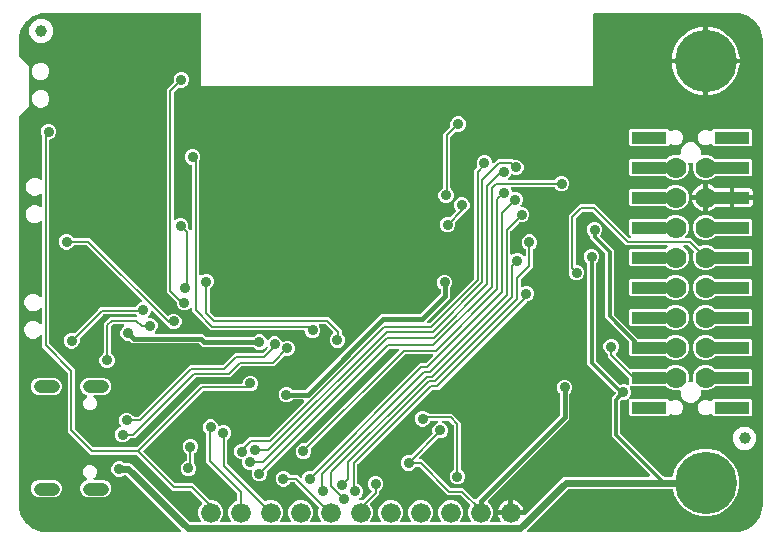
<source format=gbr>
G04 EAGLE Gerber RS-274X export*
G75*
%MOMM*%
%FSLAX34Y34*%
%LPD*%
%INBottom Copper*%
%IPPOS*%
%AMOC8*
5,1,8,0,0,1.08239X$1,22.5*%
G01*
%ADD10C,1.108000*%
%ADD11C,5.266000*%
%ADD12C,1.676400*%
%ADD13C,1.000000*%
%ADD14C,1.778000*%
%ADD15R,3.000000X1.020000*%
%ADD16C,0.906400*%
%ADD17C,0.609600*%
%ADD18C,0.304800*%
%ADD19C,0.203200*%
%ADD20C,0.406400*%

G36*
X138982Y2545D02*
X138982Y2545D01*
X139011Y2542D01*
X139122Y2565D01*
X139235Y2581D01*
X139261Y2593D01*
X139290Y2598D01*
X139391Y2650D01*
X139494Y2697D01*
X139516Y2716D01*
X139542Y2729D01*
X139624Y2807D01*
X139711Y2880D01*
X139727Y2905D01*
X139748Y2925D01*
X139806Y3023D01*
X139869Y3117D01*
X139877Y3145D01*
X139892Y3170D01*
X139920Y3280D01*
X139954Y3388D01*
X139955Y3418D01*
X139962Y3446D01*
X139959Y3559D01*
X139962Y3672D01*
X139954Y3701D01*
X139953Y3730D01*
X139918Y3838D01*
X139890Y3947D01*
X139875Y3973D01*
X139866Y4001D01*
X139820Y4064D01*
X139745Y4192D01*
X139699Y4235D01*
X139671Y4274D01*
X93443Y50502D01*
X93373Y50554D01*
X93309Y50614D01*
X93260Y50640D01*
X93216Y50673D01*
X93134Y50704D01*
X93056Y50744D01*
X93008Y50752D01*
X92950Y50774D01*
X92802Y50786D01*
X92725Y50799D01*
X92254Y50799D01*
X92167Y50787D01*
X92080Y50784D01*
X92027Y50767D01*
X91972Y50759D01*
X91892Y50724D01*
X91809Y50697D01*
X91770Y50669D01*
X91713Y50643D01*
X91600Y50547D01*
X91536Y50502D01*
X91349Y50315D01*
X88936Y49315D01*
X86324Y49315D01*
X83911Y50315D01*
X82065Y52161D01*
X81065Y54574D01*
X81065Y57186D01*
X82065Y59599D01*
X83911Y61445D01*
X86324Y62445D01*
X88936Y62445D01*
X91349Y61445D01*
X91536Y61258D01*
X91606Y61206D01*
X91670Y61146D01*
X91719Y61120D01*
X91763Y61087D01*
X91845Y61056D01*
X91923Y61016D01*
X91970Y61008D01*
X92029Y60986D01*
X92176Y60974D01*
X92254Y60961D01*
X96261Y60961D01*
X98128Y60187D01*
X147349Y10966D01*
X147419Y10914D01*
X147483Y10854D01*
X147532Y10828D01*
X147576Y10795D01*
X147658Y10764D01*
X147736Y10724D01*
X147784Y10716D01*
X147842Y10694D01*
X147990Y10682D01*
X148067Y10669D01*
X156302Y10669D01*
X156331Y10673D01*
X156360Y10670D01*
X156471Y10693D01*
X156583Y10709D01*
X156610Y10721D01*
X156639Y10726D01*
X156739Y10779D01*
X156842Y10825D01*
X156865Y10844D01*
X156891Y10857D01*
X156973Y10935D01*
X157059Y11008D01*
X157076Y11033D01*
X157097Y11053D01*
X157154Y11151D01*
X157217Y11245D01*
X157226Y11273D01*
X157241Y11298D01*
X157269Y11408D01*
X157303Y11516D01*
X157304Y11546D01*
X157311Y11574D01*
X157307Y11687D01*
X157310Y11800D01*
X157303Y11829D01*
X157302Y11858D01*
X157267Y11966D01*
X157238Y12075D01*
X157223Y12101D01*
X157214Y12129D01*
X157169Y12193D01*
X157093Y12320D01*
X157047Y12363D01*
X157019Y12402D01*
X156271Y13151D01*
X154685Y16978D01*
X154685Y21122D01*
X156271Y24950D01*
X157719Y26398D01*
X157755Y26445D01*
X157797Y26485D01*
X157840Y26558D01*
X157890Y26625D01*
X157911Y26680D01*
X157941Y26730D01*
X157962Y26812D01*
X157992Y26891D01*
X157996Y26949D01*
X158011Y27006D01*
X158008Y27090D01*
X158015Y27174D01*
X158004Y27232D01*
X158002Y27290D01*
X157976Y27370D01*
X157959Y27453D01*
X157932Y27505D01*
X157914Y27561D01*
X157874Y27617D01*
X157828Y27705D01*
X157760Y27778D01*
X157719Y27834D01*
X148260Y37294D01*
X148190Y37346D01*
X148126Y37406D01*
X148076Y37432D01*
X148032Y37465D01*
X147951Y37496D01*
X147873Y37536D01*
X147825Y37544D01*
X147767Y37566D01*
X147619Y37578D01*
X147542Y37591D01*
X132647Y37591D01*
X102464Y67774D01*
X102395Y67826D01*
X102331Y67886D01*
X102281Y67912D01*
X102237Y67945D01*
X102155Y67976D01*
X102077Y68016D01*
X102030Y68024D01*
X101971Y68046D01*
X101824Y68058D01*
X101746Y68071D01*
X63507Y68071D01*
X43941Y87637D01*
X43941Y137382D01*
X43929Y137468D01*
X43926Y137556D01*
X43909Y137608D01*
X43901Y137663D01*
X43866Y137743D01*
X43839Y137826D01*
X43811Y137865D01*
X43785Y137923D01*
X43689Y138036D01*
X43644Y138100D01*
X22351Y159392D01*
X22351Y168376D01*
X22347Y168405D01*
X22350Y168434D01*
X22327Y168545D01*
X22311Y168658D01*
X22299Y168684D01*
X22294Y168713D01*
X22241Y168814D01*
X22195Y168917D01*
X22176Y168939D01*
X22163Y168965D01*
X22085Y169047D01*
X22012Y169134D01*
X21987Y169150D01*
X21967Y169171D01*
X21869Y169229D01*
X21775Y169292D01*
X21747Y169300D01*
X21722Y169315D01*
X21612Y169343D01*
X21504Y169377D01*
X21474Y169378D01*
X21446Y169385D01*
X21333Y169382D01*
X21220Y169385D01*
X21191Y169377D01*
X21162Y169376D01*
X21054Y169341D01*
X20945Y169313D01*
X20919Y169298D01*
X20891Y169289D01*
X20827Y169243D01*
X20700Y169168D01*
X20657Y169122D01*
X20618Y169094D01*
X19051Y167527D01*
X16280Y166379D01*
X13280Y166379D01*
X10508Y167527D01*
X8387Y169648D01*
X7239Y172420D01*
X7239Y175420D01*
X8387Y178192D01*
X10508Y180313D01*
X13280Y181461D01*
X16280Y181461D01*
X19051Y180313D01*
X20618Y178746D01*
X20642Y178728D01*
X20661Y178706D01*
X20755Y178643D01*
X20845Y178575D01*
X20873Y178565D01*
X20897Y178548D01*
X21005Y178514D01*
X21111Y178474D01*
X21140Y178472D01*
X21168Y178463D01*
X21282Y178460D01*
X21394Y178450D01*
X21423Y178456D01*
X21452Y178455D01*
X21562Y178484D01*
X21673Y178506D01*
X21699Y178520D01*
X21727Y178527D01*
X21825Y178585D01*
X21925Y178637D01*
X21947Y178657D01*
X21972Y178672D01*
X22049Y178755D01*
X22131Y178833D01*
X22146Y178858D01*
X22166Y178880D01*
X22218Y178981D01*
X22275Y179078D01*
X22282Y179107D01*
X22296Y179133D01*
X22309Y179210D01*
X22345Y179354D01*
X22343Y179416D01*
X22351Y179464D01*
X22351Y191376D01*
X22347Y191405D01*
X22350Y191434D01*
X22327Y191545D01*
X22311Y191658D01*
X22299Y191684D01*
X22294Y191713D01*
X22241Y191814D01*
X22195Y191917D01*
X22176Y191939D01*
X22163Y191965D01*
X22085Y192048D01*
X22012Y192134D01*
X21987Y192150D01*
X21967Y192171D01*
X21869Y192229D01*
X21775Y192292D01*
X21747Y192300D01*
X21722Y192315D01*
X21612Y192343D01*
X21504Y192377D01*
X21474Y192378D01*
X21446Y192385D01*
X21333Y192382D01*
X21220Y192385D01*
X21191Y192377D01*
X21162Y192376D01*
X21054Y192341D01*
X20945Y192313D01*
X20919Y192298D01*
X20891Y192289D01*
X20827Y192243D01*
X20700Y192168D01*
X20657Y192122D01*
X20618Y192094D01*
X19051Y190527D01*
X16280Y189379D01*
X13280Y189379D01*
X10508Y190527D01*
X8387Y192648D01*
X7239Y195420D01*
X7239Y198420D01*
X8387Y201192D01*
X10508Y203313D01*
X13280Y204461D01*
X16280Y204461D01*
X19051Y203313D01*
X20618Y201746D01*
X20642Y201728D01*
X20661Y201706D01*
X20755Y201643D01*
X20845Y201575D01*
X20873Y201565D01*
X20897Y201548D01*
X21005Y201514D01*
X21111Y201474D01*
X21140Y201472D01*
X21168Y201463D01*
X21282Y201460D01*
X21394Y201450D01*
X21423Y201456D01*
X21452Y201455D01*
X21562Y201484D01*
X21673Y201506D01*
X21699Y201520D01*
X21727Y201527D01*
X21825Y201585D01*
X21925Y201637D01*
X21947Y201657D01*
X21972Y201672D01*
X22049Y201755D01*
X22131Y201833D01*
X22146Y201858D01*
X22166Y201880D01*
X22218Y201981D01*
X22275Y202078D01*
X22282Y202107D01*
X22296Y202133D01*
X22309Y202210D01*
X22345Y202354D01*
X22343Y202416D01*
X22351Y202464D01*
X22351Y264896D01*
X22347Y264925D01*
X22350Y264954D01*
X22327Y265065D01*
X22311Y265178D01*
X22299Y265204D01*
X22294Y265233D01*
X22242Y265333D01*
X22195Y265437D01*
X22176Y265459D01*
X22163Y265485D01*
X22085Y265568D01*
X22012Y265654D01*
X21987Y265670D01*
X21967Y265691D01*
X21869Y265749D01*
X21775Y265812D01*
X21747Y265820D01*
X21722Y265835D01*
X21612Y265863D01*
X21504Y265897D01*
X21475Y265898D01*
X21446Y265905D01*
X21333Y265902D01*
X21220Y265905D01*
X21191Y265897D01*
X21162Y265896D01*
X21054Y265861D01*
X20945Y265833D01*
X20919Y265818D01*
X20891Y265809D01*
X20827Y265763D01*
X20700Y265688D01*
X20657Y265642D01*
X20618Y265614D01*
X20321Y265317D01*
X17550Y264169D01*
X14550Y264169D01*
X11778Y265317D01*
X9657Y267438D01*
X8509Y270210D01*
X8509Y273210D01*
X9657Y275982D01*
X11778Y278103D01*
X14550Y279251D01*
X17550Y279251D01*
X20321Y278103D01*
X20618Y277806D01*
X20642Y277788D01*
X20661Y277766D01*
X20755Y277703D01*
X20845Y277635D01*
X20873Y277625D01*
X20897Y277608D01*
X21005Y277574D01*
X21111Y277534D01*
X21140Y277532D01*
X21168Y277523D01*
X21281Y277520D01*
X21394Y277510D01*
X21423Y277516D01*
X21452Y277515D01*
X21562Y277544D01*
X21673Y277566D01*
X21699Y277580D01*
X21727Y277587D01*
X21825Y277645D01*
X21925Y277697D01*
X21947Y277717D01*
X21972Y277732D01*
X22049Y277815D01*
X22131Y277893D01*
X22146Y277918D01*
X22166Y277940D01*
X22218Y278041D01*
X22275Y278138D01*
X22282Y278167D01*
X22296Y278193D01*
X22309Y278270D01*
X22345Y278414D01*
X22343Y278476D01*
X22351Y278524D01*
X22351Y287896D01*
X22347Y287925D01*
X22350Y287954D01*
X22327Y288065D01*
X22311Y288178D01*
X22299Y288204D01*
X22294Y288233D01*
X22242Y288333D01*
X22195Y288437D01*
X22176Y288459D01*
X22163Y288485D01*
X22085Y288568D01*
X22012Y288654D01*
X21987Y288670D01*
X21967Y288691D01*
X21869Y288749D01*
X21775Y288812D01*
X21747Y288820D01*
X21722Y288835D01*
X21612Y288863D01*
X21504Y288897D01*
X21475Y288898D01*
X21446Y288905D01*
X21333Y288902D01*
X21220Y288905D01*
X21191Y288897D01*
X21162Y288896D01*
X21054Y288861D01*
X20945Y288833D01*
X20919Y288818D01*
X20891Y288809D01*
X20827Y288763D01*
X20700Y288688D01*
X20657Y288642D01*
X20618Y288614D01*
X20321Y288317D01*
X17550Y287169D01*
X14550Y287169D01*
X11778Y288317D01*
X9657Y290438D01*
X8509Y293210D01*
X8509Y296210D01*
X9657Y298982D01*
X11778Y301103D01*
X14550Y302251D01*
X17550Y302251D01*
X20321Y301103D01*
X20618Y300806D01*
X20642Y300788D01*
X20661Y300766D01*
X20755Y300703D01*
X20845Y300635D01*
X20873Y300625D01*
X20897Y300608D01*
X21005Y300574D01*
X21111Y300534D01*
X21140Y300532D01*
X21168Y300523D01*
X21281Y300520D01*
X21394Y300510D01*
X21423Y300516D01*
X21452Y300515D01*
X21562Y300544D01*
X21673Y300566D01*
X21699Y300580D01*
X21727Y300587D01*
X21825Y300645D01*
X21925Y300697D01*
X21947Y300717D01*
X21972Y300732D01*
X22049Y300815D01*
X22131Y300893D01*
X22146Y300918D01*
X22166Y300940D01*
X22218Y301041D01*
X22275Y301138D01*
X22282Y301167D01*
X22296Y301193D01*
X22309Y301270D01*
X22345Y301414D01*
X22343Y301476D01*
X22351Y301524D01*
X22351Y337766D01*
X22347Y337796D01*
X22349Y337827D01*
X22332Y337904D01*
X22311Y338047D01*
X22285Y338106D01*
X22274Y338154D01*
X21375Y340324D01*
X21375Y342936D01*
X22375Y345349D01*
X24221Y347195D01*
X26634Y348195D01*
X29246Y348195D01*
X31659Y347195D01*
X33505Y345349D01*
X34505Y342936D01*
X34505Y340324D01*
X33505Y337911D01*
X31659Y336065D01*
X29075Y334995D01*
X29074Y334994D01*
X29073Y334993D01*
X28952Y334922D01*
X28831Y334850D01*
X28830Y334849D01*
X28828Y334848D01*
X28731Y334744D01*
X28635Y334644D01*
X28635Y334642D01*
X28634Y334641D01*
X28569Y334515D01*
X28505Y334391D01*
X28505Y334389D01*
X28504Y334388D01*
X28502Y334373D01*
X28450Y334112D01*
X28453Y334081D01*
X28449Y334057D01*
X28449Y162338D01*
X28461Y162252D01*
X28464Y162164D01*
X28481Y162112D01*
X28489Y162057D01*
X28524Y161977D01*
X28551Y161894D01*
X28579Y161855D01*
X28605Y161797D01*
X28701Y161684D01*
X28746Y161620D01*
X50039Y140328D01*
X50039Y90583D01*
X50051Y90497D01*
X50054Y90409D01*
X50071Y90357D01*
X50079Y90302D01*
X50114Y90222D01*
X50141Y90139D01*
X50169Y90100D01*
X50195Y90042D01*
X50291Y89929D01*
X50336Y89865D01*
X65735Y74466D01*
X65805Y74414D01*
X65869Y74354D01*
X65919Y74328D01*
X65963Y74295D01*
X66044Y74264D01*
X66122Y74224D01*
X66170Y74216D01*
X66228Y74194D01*
X66376Y74182D01*
X66453Y74169D01*
X101746Y74169D01*
X101833Y74181D01*
X101920Y74184D01*
X101973Y74201D01*
X102028Y74209D01*
X102108Y74244D01*
X102191Y74271D01*
X102230Y74299D01*
X102287Y74325D01*
X102401Y74421D01*
X102464Y74466D01*
X156217Y128219D01*
X191175Y128219D01*
X191233Y128227D01*
X191291Y128226D01*
X191373Y128247D01*
X191457Y128259D01*
X191510Y128283D01*
X191566Y128297D01*
X191639Y128341D01*
X191716Y128375D01*
X191761Y128413D01*
X191811Y128443D01*
X191869Y128504D01*
X191933Y128559D01*
X191965Y128607D01*
X192005Y128650D01*
X192044Y128725D01*
X192091Y128795D01*
X192108Y128851D01*
X192135Y128903D01*
X192146Y128971D01*
X192176Y129066D01*
X192179Y129166D01*
X192190Y129234D01*
X192190Y129651D01*
X193190Y132064D01*
X195036Y133911D01*
X197449Y134910D01*
X200061Y134910D01*
X202474Y133911D01*
X204320Y132064D01*
X205320Y129651D01*
X205320Y127039D01*
X204320Y124627D01*
X202474Y122780D01*
X200061Y121781D01*
X197449Y121781D01*
X196813Y122044D01*
X196783Y122052D01*
X196755Y122066D01*
X196678Y122079D01*
X196537Y122115D01*
X196473Y122113D01*
X196424Y122122D01*
X159163Y122122D01*
X159077Y122109D01*
X158989Y122106D01*
X158937Y122089D01*
X158882Y122082D01*
X158802Y122046D01*
X158719Y122019D01*
X158680Y121991D01*
X158622Y121965D01*
X158509Y121870D01*
X158446Y121824D01*
X108459Y71838D01*
X108424Y71791D01*
X108382Y71751D01*
X108339Y71678D01*
X108288Y71611D01*
X108268Y71556D01*
X108238Y71506D01*
X108217Y71424D01*
X108187Y71345D01*
X108182Y71287D01*
X108168Y71230D01*
X108171Y71146D01*
X108164Y71062D01*
X108175Y71004D01*
X108177Y70946D01*
X108203Y70866D01*
X108219Y70783D01*
X108246Y70731D01*
X108264Y70675D01*
X108304Y70619D01*
X108350Y70531D01*
X108419Y70458D01*
X108459Y70402D01*
X134875Y43986D01*
X134945Y43934D01*
X135009Y43874D01*
X135058Y43848D01*
X135102Y43815D01*
X135184Y43784D01*
X135262Y43744D01*
X135310Y43736D01*
X135368Y43714D01*
X135516Y43702D01*
X135593Y43689D01*
X150488Y43689D01*
X164414Y29762D01*
X164484Y29710D01*
X164548Y29650D01*
X164597Y29624D01*
X164642Y29591D01*
X164723Y29560D01*
X164801Y29520D01*
X164849Y29512D01*
X164907Y29490D01*
X165055Y29478D01*
X165132Y29465D01*
X167172Y29465D01*
X171000Y27879D01*
X173929Y24950D01*
X175515Y21122D01*
X175515Y16978D01*
X173929Y13151D01*
X173181Y12402D01*
X173163Y12378D01*
X173141Y12359D01*
X173078Y12265D01*
X173010Y12175D01*
X172999Y12147D01*
X172983Y12123D01*
X172949Y12015D01*
X172908Y11909D01*
X172906Y11880D01*
X172897Y11852D01*
X172894Y11738D01*
X172885Y11626D01*
X172891Y11597D01*
X172890Y11568D01*
X172918Y11458D01*
X172941Y11347D01*
X172954Y11321D01*
X172962Y11293D01*
X173019Y11195D01*
X173072Y11095D01*
X173092Y11073D01*
X173107Y11048D01*
X173190Y10971D01*
X173268Y10889D01*
X173293Y10874D01*
X173314Y10854D01*
X173415Y10802D01*
X173513Y10745D01*
X173541Y10738D01*
X173567Y10724D01*
X173645Y10711D01*
X173788Y10675D01*
X173851Y10677D01*
X173898Y10669D01*
X181702Y10669D01*
X181731Y10673D01*
X181760Y10670D01*
X181871Y10693D01*
X181983Y10709D01*
X182010Y10721D01*
X182039Y10726D01*
X182139Y10779D01*
X182242Y10825D01*
X182265Y10844D01*
X182291Y10857D01*
X182373Y10935D01*
X182459Y11008D01*
X182476Y11033D01*
X182497Y11053D01*
X182554Y11151D01*
X182617Y11245D01*
X182626Y11273D01*
X182641Y11298D01*
X182669Y11408D01*
X182703Y11516D01*
X182704Y11546D01*
X182711Y11574D01*
X182707Y11687D01*
X182710Y11800D01*
X182703Y11829D01*
X182702Y11858D01*
X182667Y11966D01*
X182638Y12075D01*
X182623Y12101D01*
X182614Y12129D01*
X182569Y12193D01*
X182493Y12320D01*
X182447Y12363D01*
X182419Y12402D01*
X181671Y13151D01*
X180085Y16978D01*
X180085Y21122D01*
X181671Y24950D01*
X184600Y27879D01*
X186825Y28800D01*
X186826Y28801D01*
X186827Y28802D01*
X186948Y28873D01*
X187069Y28945D01*
X187070Y28946D01*
X187072Y28947D01*
X187169Y29051D01*
X187265Y29152D01*
X187265Y29153D01*
X187266Y29154D01*
X187329Y29277D01*
X187395Y29404D01*
X187395Y29406D01*
X187396Y29407D01*
X187398Y29422D01*
X187450Y29683D01*
X187447Y29714D01*
X187451Y29738D01*
X187451Y34885D01*
X187439Y34971D01*
X187436Y35059D01*
X187419Y35111D01*
X187411Y35166D01*
X187376Y35246D01*
X187349Y35329D01*
X187321Y35368D01*
X187295Y35425D01*
X187199Y35539D01*
X187154Y35602D01*
X161416Y61340D01*
X161416Y85274D01*
X161404Y85361D01*
X161401Y85448D01*
X161384Y85501D01*
X161376Y85556D01*
X161341Y85636D01*
X161314Y85719D01*
X161286Y85758D01*
X161260Y85815D01*
X161164Y85928D01*
X161119Y85992D01*
X159535Y87576D01*
X158535Y89989D01*
X158535Y92601D01*
X159535Y95014D01*
X161381Y96860D01*
X163794Y97860D01*
X166406Y97860D01*
X168819Y96860D01*
X170665Y95014D01*
X171580Y92804D01*
X171610Y92754D01*
X171631Y92699D01*
X171682Y92632D01*
X171725Y92559D01*
X171768Y92519D01*
X171803Y92473D01*
X171870Y92422D01*
X171932Y92364D01*
X171984Y92337D01*
X172031Y92302D01*
X172109Y92273D01*
X172184Y92234D01*
X172242Y92223D01*
X172296Y92202D01*
X172381Y92195D01*
X172463Y92179D01*
X172522Y92184D01*
X172580Y92179D01*
X172647Y92195D01*
X172747Y92203D01*
X172840Y92239D01*
X172907Y92255D01*
X174570Y92944D01*
X177182Y92944D01*
X179595Y91944D01*
X181441Y90098D01*
X182441Y87685D01*
X182441Y85073D01*
X181441Y82660D01*
X179495Y80714D01*
X179443Y80644D01*
X179383Y80580D01*
X179357Y80531D01*
X179324Y80487D01*
X179293Y80405D01*
X179253Y80327D01*
X179245Y80280D01*
X179223Y80221D01*
X179211Y80073D01*
X179198Y79996D01*
X179198Y60484D01*
X179210Y60398D01*
X179213Y60310D01*
X179230Y60258D01*
X179238Y60203D01*
X179273Y60123D01*
X179300Y60040D01*
X179328Y60001D01*
X179354Y59943D01*
X179450Y59830D01*
X179495Y59766D01*
X210498Y28764D01*
X210499Y28763D01*
X210500Y28761D01*
X210613Y28677D01*
X210725Y28593D01*
X210727Y28592D01*
X210728Y28591D01*
X210860Y28541D01*
X210991Y28491D01*
X210992Y28491D01*
X210994Y28491D01*
X211138Y28479D01*
X211274Y28468D01*
X211276Y28468D01*
X211277Y28468D01*
X211293Y28472D01*
X211553Y28524D01*
X211580Y28538D01*
X211604Y28544D01*
X213828Y29465D01*
X217972Y29465D01*
X221800Y27879D01*
X224729Y24950D01*
X226315Y21122D01*
X226315Y16978D01*
X224729Y13151D01*
X223981Y12402D01*
X223963Y12378D01*
X223941Y12359D01*
X223878Y12265D01*
X223810Y12175D01*
X223799Y12147D01*
X223783Y12123D01*
X223749Y12015D01*
X223708Y11909D01*
X223706Y11880D01*
X223697Y11852D01*
X223694Y11738D01*
X223685Y11626D01*
X223691Y11597D01*
X223690Y11568D01*
X223718Y11458D01*
X223741Y11347D01*
X223754Y11321D01*
X223762Y11293D01*
X223819Y11195D01*
X223872Y11095D01*
X223892Y11073D01*
X223907Y11048D01*
X223990Y10971D01*
X224068Y10889D01*
X224093Y10874D01*
X224114Y10854D01*
X224215Y10802D01*
X224313Y10745D01*
X224341Y10738D01*
X224367Y10724D01*
X224445Y10711D01*
X224588Y10675D01*
X224651Y10677D01*
X224698Y10669D01*
X232502Y10669D01*
X232531Y10673D01*
X232560Y10670D01*
X232671Y10693D01*
X232783Y10709D01*
X232810Y10721D01*
X232839Y10726D01*
X232939Y10779D01*
X233042Y10825D01*
X233065Y10844D01*
X233091Y10857D01*
X233173Y10935D01*
X233259Y11008D01*
X233276Y11033D01*
X233297Y11053D01*
X233354Y11151D01*
X233417Y11245D01*
X233426Y11273D01*
X233441Y11298D01*
X233469Y11408D01*
X233503Y11516D01*
X233504Y11546D01*
X233511Y11574D01*
X233507Y11687D01*
X233510Y11800D01*
X233503Y11829D01*
X233502Y11858D01*
X233467Y11966D01*
X233438Y12075D01*
X233423Y12101D01*
X233414Y12129D01*
X233369Y12193D01*
X233293Y12320D01*
X233247Y12363D01*
X233219Y12402D01*
X232471Y13151D01*
X230885Y16978D01*
X230885Y21122D01*
X232471Y24950D01*
X235400Y27879D01*
X239228Y29465D01*
X243372Y29465D01*
X247200Y27879D01*
X250129Y24950D01*
X251715Y21122D01*
X251715Y16978D01*
X250129Y13151D01*
X249381Y12402D01*
X249363Y12378D01*
X249341Y12359D01*
X249278Y12265D01*
X249210Y12175D01*
X249199Y12147D01*
X249183Y12123D01*
X249149Y12015D01*
X249108Y11909D01*
X249106Y11880D01*
X249097Y11852D01*
X249094Y11738D01*
X249085Y11626D01*
X249091Y11597D01*
X249090Y11568D01*
X249118Y11458D01*
X249141Y11347D01*
X249154Y11321D01*
X249162Y11293D01*
X249219Y11195D01*
X249272Y11095D01*
X249292Y11073D01*
X249307Y11048D01*
X249390Y10971D01*
X249468Y10889D01*
X249493Y10874D01*
X249514Y10854D01*
X249615Y10802D01*
X249713Y10745D01*
X249741Y10738D01*
X249767Y10724D01*
X249845Y10711D01*
X249988Y10675D01*
X250051Y10677D01*
X250098Y10669D01*
X257902Y10669D01*
X257931Y10673D01*
X257960Y10670D01*
X258071Y10693D01*
X258183Y10709D01*
X258210Y10721D01*
X258239Y10726D01*
X258339Y10779D01*
X258442Y10825D01*
X258465Y10844D01*
X258491Y10857D01*
X258573Y10935D01*
X258659Y11008D01*
X258676Y11033D01*
X258697Y11053D01*
X258754Y11151D01*
X258817Y11245D01*
X258826Y11273D01*
X258841Y11298D01*
X258869Y11408D01*
X258903Y11516D01*
X258904Y11546D01*
X258911Y11574D01*
X258907Y11687D01*
X258910Y11800D01*
X258903Y11829D01*
X258902Y11858D01*
X258867Y11966D01*
X258838Y12075D01*
X258823Y12101D01*
X258814Y12129D01*
X258769Y12193D01*
X258693Y12320D01*
X258647Y12363D01*
X258619Y12402D01*
X257871Y13151D01*
X256285Y16978D01*
X256285Y21122D01*
X257020Y22897D01*
X257021Y22898D01*
X257022Y22900D01*
X257055Y23031D01*
X257091Y23172D01*
X257091Y23174D01*
X257092Y23175D01*
X257087Y23316D01*
X257083Y23456D01*
X257083Y23458D01*
X257083Y23459D01*
X257040Y23592D01*
X256997Y23727D01*
X256996Y23728D01*
X256995Y23730D01*
X256987Y23742D01*
X256838Y23963D01*
X256815Y23983D01*
X256800Y24003D01*
X236525Y44279D01*
X236455Y44331D01*
X236391Y44391D01*
X236341Y44417D01*
X236297Y44450D01*
X236216Y44481D01*
X236138Y44521D01*
X236090Y44529D01*
X236032Y44551D01*
X235884Y44563D01*
X235807Y44576D01*
X233134Y44576D01*
X233132Y44576D01*
X233131Y44576D01*
X232989Y44556D01*
X232853Y44536D01*
X232851Y44536D01*
X232850Y44536D01*
X232720Y44477D01*
X232593Y44420D01*
X232592Y44419D01*
X232590Y44418D01*
X232481Y44325D01*
X232376Y44237D01*
X232375Y44235D01*
X232374Y44234D01*
X232366Y44221D01*
X232219Y44000D01*
X232209Y43971D01*
X232196Y43950D01*
X232178Y43906D01*
X230332Y42060D01*
X227919Y41060D01*
X225307Y41060D01*
X222894Y42060D01*
X221048Y43906D01*
X220048Y46319D01*
X220048Y48931D01*
X221048Y51344D01*
X222894Y53190D01*
X225307Y54190D01*
X227919Y54190D01*
X230332Y53190D01*
X232178Y51344D01*
X232196Y51300D01*
X232197Y51299D01*
X232197Y51298D01*
X232268Y51179D01*
X232341Y51056D01*
X232342Y51055D01*
X232343Y51053D01*
X232447Y50955D01*
X232547Y50860D01*
X232549Y50860D01*
X232550Y50859D01*
X232676Y50794D01*
X232800Y50730D01*
X232802Y50730D01*
X232803Y50729D01*
X232818Y50727D01*
X233079Y50675D01*
X233109Y50678D01*
X233134Y50674D01*
X238753Y50674D01*
X240736Y48690D01*
X240828Y48621D01*
X240916Y48547D01*
X240941Y48536D01*
X240963Y48519D01*
X241071Y48479D01*
X241176Y48432D01*
X241203Y48428D01*
X241229Y48418D01*
X241343Y48409D01*
X241457Y48393D01*
X241485Y48397D01*
X241512Y48395D01*
X241625Y48417D01*
X241739Y48434D01*
X241764Y48445D01*
X241791Y48451D01*
X241893Y48503D01*
X241998Y48551D01*
X242019Y48569D01*
X242043Y48582D01*
X242127Y48661D01*
X242214Y48735D01*
X242227Y48756D01*
X242250Y48777D01*
X242384Y49007D01*
X242392Y49020D01*
X243355Y51344D01*
X245201Y53190D01*
X247614Y54190D01*
X250226Y54190D01*
X250269Y54172D01*
X250271Y54171D01*
X250272Y54171D01*
X250405Y54137D01*
X250544Y54101D01*
X250546Y54101D01*
X250547Y54101D01*
X250688Y54105D01*
X250828Y54109D01*
X250830Y54110D01*
X250832Y54110D01*
X250966Y54153D01*
X251099Y54196D01*
X251100Y54197D01*
X251102Y54197D01*
X251115Y54206D01*
X251335Y54354D01*
X251355Y54377D01*
X251375Y54392D01*
X340189Y143205D01*
X341162Y144178D01*
X342272Y145289D01*
X346932Y145289D01*
X347018Y145301D01*
X347106Y145304D01*
X347158Y145321D01*
X347213Y145329D01*
X347293Y145364D01*
X347376Y145391D01*
X347415Y145419D01*
X347473Y145445D01*
X347586Y145541D01*
X347650Y145586D01*
X353492Y151428D01*
X353509Y151452D01*
X353532Y151471D01*
X353594Y151565D01*
X353662Y151655D01*
X353673Y151683D01*
X353689Y151707D01*
X353723Y151815D01*
X353764Y151921D01*
X353766Y151950D01*
X353775Y151978D01*
X353778Y152092D01*
X353787Y152204D01*
X353782Y152233D01*
X353782Y152262D01*
X353754Y152372D01*
X353731Y152483D01*
X353718Y152509D01*
X353710Y152537D01*
X353653Y152635D01*
X353600Y152735D01*
X353580Y152757D01*
X353565Y152782D01*
X353483Y152859D01*
X353405Y152941D01*
X353379Y152956D01*
X353358Y152976D01*
X353257Y153028D01*
X353159Y153085D01*
X353131Y153092D01*
X353105Y153106D01*
X353027Y153119D01*
X352884Y153155D01*
X352821Y153153D01*
X352774Y153161D01*
X330481Y153161D01*
X330395Y153149D01*
X330307Y153146D01*
X330255Y153129D01*
X330200Y153121D01*
X330120Y153086D01*
X330037Y153059D01*
X329997Y153031D01*
X329940Y153005D01*
X329827Y152909D01*
X329763Y152864D01*
X250365Y73465D01*
X250364Y73464D01*
X250363Y73463D01*
X250274Y73345D01*
X250194Y73238D01*
X250193Y73237D01*
X250192Y73235D01*
X250139Y73095D01*
X250093Y72972D01*
X250093Y72971D01*
X250092Y72969D01*
X250081Y72830D01*
X250069Y72689D01*
X250069Y72688D01*
X250069Y72686D01*
X250073Y72671D01*
X250125Y72410D01*
X250139Y72383D01*
X250145Y72359D01*
X250163Y72316D01*
X250163Y69704D01*
X249163Y67291D01*
X247317Y65445D01*
X244904Y64445D01*
X242292Y64445D01*
X239879Y65445D01*
X238033Y67291D01*
X237033Y69704D01*
X237033Y72316D01*
X238033Y74729D01*
X239879Y76575D01*
X242292Y77575D01*
X244904Y77575D01*
X244947Y77557D01*
X244948Y77556D01*
X244950Y77556D01*
X245083Y77522D01*
X245222Y77486D01*
X245224Y77486D01*
X245225Y77486D01*
X245366Y77490D01*
X245506Y77494D01*
X245508Y77495D01*
X245509Y77495D01*
X245644Y77538D01*
X245777Y77581D01*
X245778Y77582D01*
X245780Y77582D01*
X245792Y77591D01*
X246013Y77739D01*
X246033Y77762D01*
X246053Y77777D01*
X324103Y155827D01*
X324121Y155850D01*
X324143Y155869D01*
X324206Y155964D01*
X324274Y156054D01*
X324284Y156081D01*
X324301Y156106D01*
X324335Y156214D01*
X324375Y156320D01*
X324378Y156349D01*
X324387Y156377D01*
X324389Y156490D01*
X324399Y156603D01*
X324393Y156632D01*
X324394Y156661D01*
X324365Y156771D01*
X324343Y156882D01*
X324329Y156908D01*
X324322Y156936D01*
X324264Y157033D01*
X324212Y157134D01*
X324192Y157155D01*
X324177Y157180D01*
X324094Y157258D01*
X324016Y157340D01*
X323991Y157355D01*
X323969Y157375D01*
X323869Y157427D01*
X323771Y157484D01*
X323742Y157491D01*
X323716Y157504D01*
X323639Y157517D01*
X323495Y157554D01*
X323433Y157552D01*
X323385Y157560D01*
X316682Y157560D01*
X316596Y157548D01*
X316508Y157545D01*
X316456Y157528D01*
X316401Y157520D01*
X316321Y157484D01*
X316238Y157457D01*
X316199Y157429D01*
X316142Y157404D01*
X316028Y157308D01*
X315965Y157263D01*
X213142Y54440D01*
X213141Y54439D01*
X213140Y54438D01*
X213050Y54318D01*
X212971Y54213D01*
X212971Y54211D01*
X212970Y54210D01*
X212919Y54076D01*
X212870Y53947D01*
X212870Y53945D01*
X212869Y53944D01*
X212858Y53805D01*
X212846Y53664D01*
X212847Y53662D01*
X212846Y53661D01*
X212850Y53645D01*
X212902Y53385D01*
X212916Y53358D01*
X212922Y53333D01*
X212940Y53290D01*
X212940Y50679D01*
X211940Y48266D01*
X210094Y46419D01*
X207681Y45420D01*
X205069Y45420D01*
X202656Y46419D01*
X200810Y48266D01*
X199810Y50679D01*
X199810Y53290D01*
X200039Y53842D01*
X200067Y53953D01*
X200102Y54063D01*
X200103Y54090D01*
X200110Y54117D01*
X200106Y54232D01*
X200109Y54347D01*
X200102Y54374D01*
X200102Y54401D01*
X200067Y54511D01*
X200038Y54622D01*
X200023Y54646D01*
X200015Y54672D01*
X199951Y54768D01*
X199892Y54866D01*
X199872Y54885D01*
X199857Y54908D01*
X199769Y54982D01*
X199685Y55061D01*
X199660Y55074D01*
X199639Y55091D01*
X199534Y55138D01*
X199432Y55190D01*
X199407Y55194D01*
X199379Y55207D01*
X199116Y55243D01*
X199101Y55246D01*
X197131Y55246D01*
X194718Y56245D01*
X192871Y58092D01*
X191872Y60505D01*
X191872Y63080D01*
X191864Y63138D01*
X191865Y63196D01*
X191844Y63278D01*
X191832Y63362D01*
X191808Y63415D01*
X191793Y63471D01*
X191750Y63544D01*
X191716Y63621D01*
X191678Y63666D01*
X191648Y63716D01*
X191587Y63774D01*
X191532Y63838D01*
X191484Y63870D01*
X191441Y63910D01*
X191366Y63949D01*
X191296Y63996D01*
X191240Y64013D01*
X191188Y64040D01*
X191120Y64051D01*
X191024Y64081D01*
X190925Y64084D01*
X190857Y64095D01*
X190288Y64095D01*
X187875Y65095D01*
X186029Y66941D01*
X185029Y69354D01*
X185029Y71966D01*
X186029Y74379D01*
X187875Y76225D01*
X190288Y77225D01*
X192157Y77225D01*
X192243Y77237D01*
X192331Y77240D01*
X192383Y77257D01*
X192438Y77265D01*
X192518Y77300D01*
X192601Y77327D01*
X192640Y77355D01*
X192698Y77381D01*
X192811Y77477D01*
X192875Y77522D01*
X197951Y82599D01*
X213406Y82599D01*
X213492Y82611D01*
X213580Y82614D01*
X213632Y82631D01*
X213687Y82639D01*
X213767Y82674D01*
X213850Y82701D01*
X213889Y82729D01*
X213947Y82755D01*
X214060Y82851D01*
X214124Y82896D01*
X244244Y113016D01*
X244261Y113039D01*
X244284Y113058D01*
X244346Y113153D01*
X244414Y113243D01*
X244425Y113271D01*
X244441Y113295D01*
X244475Y113403D01*
X244516Y113509D01*
X244518Y113538D01*
X244527Y113566D01*
X244530Y113680D01*
X244539Y113792D01*
X244533Y113821D01*
X244534Y113850D01*
X244506Y113960D01*
X244483Y114071D01*
X244470Y114097D01*
X244462Y114125D01*
X244405Y114223D01*
X244352Y114323D01*
X244332Y114345D01*
X244317Y114370D01*
X244235Y114447D01*
X244157Y114529D01*
X244131Y114544D01*
X244110Y114564D01*
X244009Y114616D01*
X243911Y114673D01*
X243883Y114680D01*
X243857Y114694D01*
X243779Y114707D01*
X243636Y114743D01*
X243573Y114741D01*
X243526Y114749D01*
X234875Y114749D01*
X234788Y114737D01*
X234701Y114734D01*
X234648Y114717D01*
X234593Y114709D01*
X234513Y114674D01*
X234430Y114647D01*
X234391Y114619D01*
X234334Y114593D01*
X234221Y114497D01*
X234157Y114452D01*
X232954Y113249D01*
X230541Y112249D01*
X227929Y112249D01*
X225516Y113249D01*
X223670Y115095D01*
X222670Y117508D01*
X222670Y120120D01*
X223670Y122533D01*
X225516Y124379D01*
X227929Y125379D01*
X230541Y125379D01*
X232954Y124379D01*
X234157Y123176D01*
X234227Y123124D01*
X234291Y123064D01*
X234340Y123038D01*
X234384Y123005D01*
X234466Y122974D01*
X234544Y122934D01*
X234591Y122926D01*
X234650Y122904D01*
X234797Y122892D01*
X234875Y122879D01*
X245065Y122879D01*
X245151Y122891D01*
X245239Y122894D01*
X245291Y122911D01*
X245346Y122919D01*
X245426Y122954D01*
X245509Y122981D01*
X245548Y123009D01*
X245605Y123035D01*
X245719Y123131D01*
X245782Y123176D01*
X309551Y186945D01*
X342066Y186945D01*
X342152Y186957D01*
X342240Y186960D01*
X342293Y186977D01*
X342347Y186985D01*
X342427Y187020D01*
X342510Y187047D01*
X342550Y187075D01*
X342607Y187101D01*
X342720Y187197D01*
X342784Y187242D01*
X359493Y203951D01*
X359545Y204021D01*
X359605Y204085D01*
X359631Y204134D01*
X359664Y204179D01*
X359695Y204260D01*
X359735Y204338D01*
X359743Y204386D01*
X359765Y204444D01*
X359777Y204592D01*
X359790Y204669D01*
X359790Y207720D01*
X359778Y207807D01*
X359775Y207894D01*
X359758Y207947D01*
X359750Y208002D01*
X359715Y208082D01*
X359688Y208165D01*
X359660Y208204D01*
X359634Y208261D01*
X359538Y208374D01*
X359493Y208438D01*
X357655Y210276D01*
X356655Y212689D01*
X356655Y215301D01*
X357655Y217714D01*
X359501Y219560D01*
X361914Y220560D01*
X364526Y220560D01*
X366939Y219560D01*
X368785Y217714D01*
X369785Y215301D01*
X369785Y212689D01*
X368785Y210276D01*
X368217Y209708D01*
X368165Y209638D01*
X368105Y209574D01*
X368079Y209525D01*
X368046Y209481D01*
X368015Y209399D01*
X367975Y209321D01*
X367967Y209274D01*
X367945Y209215D01*
X367933Y209068D01*
X367920Y208990D01*
X367920Y200881D01*
X365241Y198203D01*
X348532Y181494D01*
X348350Y181312D01*
X348333Y181288D01*
X348310Y181269D01*
X348248Y181175D01*
X348179Y181085D01*
X348169Y181057D01*
X348153Y181033D01*
X348118Y180925D01*
X348078Y180819D01*
X348076Y180790D01*
X348067Y180762D01*
X348064Y180649D01*
X348055Y180536D01*
X348060Y180507D01*
X348060Y180478D01*
X348088Y180368D01*
X348110Y180257D01*
X348124Y180231D01*
X348131Y180203D01*
X348189Y180105D01*
X348241Y180005D01*
X348262Y179983D01*
X348277Y179958D01*
X348359Y179881D01*
X348437Y179799D01*
X348463Y179784D01*
X348484Y179764D01*
X348585Y179712D01*
X348682Y179655D01*
X348711Y179648D01*
X348737Y179634D01*
X348814Y179621D01*
X348958Y179585D01*
X349021Y179587D01*
X349068Y179579D01*
X350107Y179579D01*
X350194Y179591D01*
X350281Y179594D01*
X350334Y179611D01*
X350388Y179619D01*
X350468Y179654D01*
X350551Y179681D01*
X350591Y179709D01*
X350648Y179735D01*
X350761Y179831D01*
X350825Y179876D01*
X387814Y216865D01*
X387866Y216935D01*
X387926Y216999D01*
X387952Y217048D01*
X387985Y217092D01*
X388016Y217174D01*
X388056Y217252D01*
X388064Y217300D01*
X388086Y217358D01*
X388098Y217506D01*
X388111Y217583D01*
X388111Y308603D01*
X390194Y310686D01*
X390195Y310686D01*
X390666Y311158D01*
X390667Y311159D01*
X390668Y311160D01*
X390751Y311270D01*
X390837Y311385D01*
X390837Y311386D01*
X390838Y311388D01*
X390888Y311518D01*
X390938Y311650D01*
X390938Y311652D01*
X390939Y311653D01*
X390950Y311792D01*
X390962Y311934D01*
X390961Y311935D01*
X390962Y311937D01*
X390958Y311952D01*
X390906Y312212D01*
X390892Y312240D01*
X390886Y312264D01*
X390310Y313654D01*
X390310Y316266D01*
X391310Y318679D01*
X393156Y320525D01*
X395569Y321525D01*
X398181Y321525D01*
X400594Y320525D01*
X402440Y318679D01*
X403440Y316266D01*
X403440Y315587D01*
X403444Y315558D01*
X403441Y315529D01*
X403464Y315418D01*
X403480Y315306D01*
X403492Y315279D01*
X403497Y315250D01*
X403549Y315150D01*
X403596Y315046D01*
X403615Y315024D01*
X403628Y314998D01*
X403706Y314916D01*
X403779Y314829D01*
X403804Y314813D01*
X403824Y314792D01*
X403922Y314735D01*
X404016Y314672D01*
X404044Y314663D01*
X404069Y314648D01*
X404179Y314620D01*
X404287Y314586D01*
X404317Y314585D01*
X404345Y314578D01*
X404458Y314582D01*
X404571Y314579D01*
X404600Y314586D01*
X404629Y314587D01*
X404737Y314622D01*
X404846Y314651D01*
X404872Y314666D01*
X404900Y314675D01*
X404963Y314720D01*
X405091Y314796D01*
X405134Y314841D01*
X405173Y314869D01*
X408312Y318009D01*
X421073Y318009D01*
X421125Y317957D01*
X421126Y317956D01*
X421127Y317955D01*
X421245Y317866D01*
X421352Y317786D01*
X421354Y317786D01*
X421355Y317785D01*
X421488Y317734D01*
X421618Y317685D01*
X421619Y317685D01*
X421621Y317684D01*
X421760Y317673D01*
X421901Y317661D01*
X421903Y317662D01*
X421904Y317661D01*
X421919Y317665D01*
X422180Y317717D01*
X422207Y317731D01*
X422231Y317737D01*
X422274Y317755D01*
X424886Y317755D01*
X427299Y316755D01*
X429146Y314909D01*
X430145Y312496D01*
X430145Y309884D01*
X429146Y307471D01*
X427299Y305625D01*
X424886Y304625D01*
X422274Y304625D01*
X420489Y305365D01*
X420432Y305379D01*
X420379Y305403D01*
X420295Y305415D01*
X420214Y305436D01*
X420155Y305434D01*
X420097Y305442D01*
X420014Y305430D01*
X419930Y305428D01*
X419874Y305410D01*
X419816Y305401D01*
X419739Y305367D01*
X419659Y305341D01*
X419610Y305308D01*
X419557Y305284D01*
X419493Y305230D01*
X419423Y305183D01*
X419385Y305138D01*
X419341Y305100D01*
X419304Y305041D01*
X419240Y304965D01*
X419199Y304874D01*
X419163Y304815D01*
X418685Y303661D01*
X417359Y302336D01*
X417341Y302312D01*
X417319Y302293D01*
X417256Y302199D01*
X417188Y302109D01*
X417178Y302081D01*
X417161Y302057D01*
X417127Y301949D01*
X417087Y301843D01*
X417085Y301814D01*
X417076Y301786D01*
X417073Y301672D01*
X417063Y301560D01*
X417069Y301531D01*
X417068Y301502D01*
X417097Y301392D01*
X417119Y301281D01*
X417133Y301255D01*
X417140Y301227D01*
X417198Y301129D01*
X417250Y301029D01*
X417270Y301007D01*
X417285Y300982D01*
X417368Y300905D01*
X417446Y300823D01*
X417471Y300808D01*
X417493Y300788D01*
X417594Y300736D01*
X417691Y300679D01*
X417720Y300672D01*
X417746Y300658D01*
X417823Y300645D01*
X417967Y300609D01*
X418029Y300611D01*
X418077Y300603D01*
X455759Y300603D01*
X455760Y300603D01*
X455762Y300603D01*
X455903Y300623D01*
X456040Y300643D01*
X456042Y300643D01*
X456043Y300643D01*
X456173Y300702D01*
X456300Y300759D01*
X456301Y300760D01*
X456302Y300761D01*
X456412Y300854D01*
X456517Y300942D01*
X456518Y300944D01*
X456519Y300945D01*
X456527Y300958D01*
X456674Y301179D01*
X456684Y301208D01*
X456697Y301229D01*
X456715Y301273D01*
X458561Y303119D01*
X460974Y304119D01*
X463586Y304119D01*
X465999Y303119D01*
X467845Y301273D01*
X468845Y298860D01*
X468845Y296248D01*
X467845Y293835D01*
X465999Y291989D01*
X463586Y290989D01*
X460974Y290989D01*
X458561Y291989D01*
X456715Y293835D01*
X456697Y293879D01*
X456696Y293880D01*
X456696Y293881D01*
X456625Y294000D01*
X456552Y294123D01*
X456551Y294124D01*
X456550Y294126D01*
X456446Y294224D01*
X456346Y294319D01*
X456344Y294319D01*
X456343Y294320D01*
X456217Y294385D01*
X456093Y294449D01*
X456091Y294449D01*
X456090Y294450D01*
X456075Y294452D01*
X455814Y294504D01*
X455783Y294501D01*
X455759Y294505D01*
X420220Y294505D01*
X420106Y294489D01*
X419992Y294479D01*
X419966Y294469D01*
X419939Y294465D01*
X419834Y294418D01*
X419727Y294377D01*
X419705Y294361D01*
X419679Y294349D01*
X419591Y294275D01*
X419500Y294206D01*
X419483Y294183D01*
X419462Y294166D01*
X419399Y294070D01*
X419330Y293978D01*
X419320Y293952D01*
X419305Y293929D01*
X419270Y293819D01*
X419229Y293712D01*
X419227Y293684D01*
X419219Y293658D01*
X419216Y293543D01*
X419207Y293429D01*
X419212Y293404D01*
X419212Y293374D01*
X419279Y293117D01*
X419282Y293101D01*
X420057Y291231D01*
X420063Y291165D01*
X420073Y291139D01*
X420077Y291111D01*
X420124Y291007D01*
X420165Y290899D01*
X420181Y290877D01*
X420193Y290852D01*
X420267Y290764D01*
X420336Y290673D01*
X420359Y290656D01*
X420376Y290635D01*
X420472Y290571D01*
X420564Y290503D01*
X420590Y290493D01*
X420613Y290477D01*
X420723Y290443D01*
X420830Y290402D01*
X420858Y290400D01*
X420884Y290392D01*
X420999Y290389D01*
X421113Y290380D01*
X421138Y290385D01*
X421168Y290384D01*
X421425Y290451D01*
X421441Y290455D01*
X421604Y290523D01*
X424216Y290523D01*
X426629Y289523D01*
X428475Y287677D01*
X429475Y285264D01*
X429475Y282652D01*
X428475Y280239D01*
X427724Y279488D01*
X427706Y279464D01*
X427684Y279445D01*
X427621Y279351D01*
X427553Y279261D01*
X427542Y279233D01*
X427526Y279209D01*
X427492Y279101D01*
X427452Y278995D01*
X427449Y278966D01*
X427440Y278938D01*
X427438Y278824D01*
X427428Y278712D01*
X427434Y278683D01*
X427433Y278654D01*
X427462Y278544D01*
X427484Y278433D01*
X427498Y278407D01*
X427505Y278379D01*
X427563Y278281D01*
X427615Y278181D01*
X427635Y278159D01*
X427650Y278134D01*
X427733Y278057D01*
X427811Y277975D01*
X427836Y277960D01*
X427858Y277940D01*
X427959Y277888D01*
X428056Y277831D01*
X428085Y277824D01*
X428111Y277810D01*
X428188Y277797D01*
X428332Y277761D01*
X428394Y277763D01*
X428442Y277755D01*
X429680Y277755D01*
X432093Y276755D01*
X433939Y274909D01*
X434939Y272496D01*
X434939Y269884D01*
X433939Y267471D01*
X432093Y265625D01*
X429680Y264625D01*
X427068Y264625D01*
X427025Y264643D01*
X427024Y264644D01*
X427022Y264644D01*
X426889Y264678D01*
X426750Y264714D01*
X426748Y264714D01*
X426747Y264714D01*
X426606Y264710D01*
X426466Y264706D01*
X426464Y264705D01*
X426463Y264705D01*
X426328Y264662D01*
X426195Y264619D01*
X426194Y264618D01*
X426192Y264618D01*
X426180Y264609D01*
X425959Y264461D01*
X425939Y264438D01*
X425919Y264423D01*
X419144Y257648D01*
X419092Y257579D01*
X419032Y257515D01*
X419006Y257465D01*
X418973Y257421D01*
X418942Y257340D01*
X418902Y257262D01*
X418894Y257214D01*
X418872Y257156D01*
X418860Y257008D01*
X418847Y256931D01*
X418847Y238344D01*
X418851Y238315D01*
X418848Y238285D01*
X418871Y238174D01*
X418887Y238062D01*
X418899Y238035D01*
X418904Y238007D01*
X418957Y237906D01*
X419003Y237803D01*
X419022Y237780D01*
X419035Y237754D01*
X419113Y237672D01*
X419186Y237586D01*
X419211Y237570D01*
X419231Y237548D01*
X419329Y237491D01*
X419423Y237428D01*
X419451Y237419D01*
X419476Y237405D01*
X419586Y237377D01*
X419694Y237342D01*
X419724Y237342D01*
X419752Y237334D01*
X419865Y237338D01*
X419978Y237335D01*
X420007Y237343D01*
X420036Y237343D01*
X420144Y237378D01*
X420253Y237407D01*
X420279Y237422D01*
X420307Y237431D01*
X420371Y237477D01*
X420498Y237552D01*
X420541Y237598D01*
X420580Y237626D01*
X420929Y237975D01*
X423342Y238975D01*
X425954Y238975D01*
X428367Y237975D01*
X430193Y236149D01*
X430217Y236131D01*
X430236Y236109D01*
X430330Y236046D01*
X430420Y235978D01*
X430448Y235967D01*
X430472Y235951D01*
X430580Y235917D01*
X430686Y235877D01*
X430715Y235874D01*
X430743Y235865D01*
X430857Y235863D01*
X430969Y235853D01*
X430998Y235859D01*
X431027Y235858D01*
X431137Y235887D01*
X431248Y235909D01*
X431274Y235923D01*
X431302Y235930D01*
X431400Y235988D01*
X431500Y236040D01*
X431522Y236060D01*
X431547Y236075D01*
X431624Y236158D01*
X431706Y236236D01*
X431721Y236261D01*
X431741Y236283D01*
X431793Y236383D01*
X431850Y236481D01*
X431857Y236510D01*
X431871Y236536D01*
X431884Y236613D01*
X431920Y236757D01*
X431918Y236819D01*
X431926Y236867D01*
X431926Y241430D01*
X431926Y241431D01*
X431926Y241433D01*
X431907Y241566D01*
X431886Y241711D01*
X431886Y241713D01*
X431886Y241714D01*
X431830Y241837D01*
X431770Y241971D01*
X431769Y241972D01*
X431768Y241973D01*
X431675Y242083D01*
X431587Y242188D01*
X431585Y242189D01*
X431584Y242190D01*
X431571Y242198D01*
X431350Y242345D01*
X431321Y242355D01*
X431300Y242368D01*
X431256Y242386D01*
X429410Y244232D01*
X428410Y246645D01*
X428410Y249257D01*
X429410Y251670D01*
X431256Y253516D01*
X433669Y254516D01*
X436281Y254516D01*
X438694Y253516D01*
X440540Y251670D01*
X441540Y249257D01*
X441540Y246645D01*
X440540Y244232D01*
X438694Y242386D01*
X438650Y242368D01*
X438649Y242367D01*
X438648Y242367D01*
X438529Y242296D01*
X438406Y242223D01*
X438405Y242222D01*
X438403Y242221D01*
X438305Y242117D01*
X438210Y242017D01*
X438210Y242015D01*
X438209Y242014D01*
X438143Y241886D01*
X438080Y241764D01*
X438080Y241762D01*
X438079Y241761D01*
X438077Y241746D01*
X438025Y241485D01*
X438028Y241454D01*
X438024Y241430D01*
X438024Y226368D01*
X428161Y216506D01*
X428109Y216436D01*
X428049Y216372D01*
X428023Y216322D01*
X427990Y216278D01*
X427959Y216197D01*
X427919Y216119D01*
X427911Y216071D01*
X427889Y216013D01*
X427882Y215923D01*
X427878Y215911D01*
X427876Y215864D01*
X427864Y215788D01*
X427864Y211202D01*
X427880Y211088D01*
X427890Y210973D01*
X427900Y210948D01*
X427904Y210920D01*
X427951Y210815D01*
X427992Y210708D01*
X428008Y210686D01*
X428020Y210661D01*
X428094Y210573D01*
X428163Y210481D01*
X428186Y210465D01*
X428203Y210444D01*
X428299Y210380D01*
X428391Y210311D01*
X428417Y210301D01*
X428440Y210286D01*
X428550Y210251D01*
X428657Y210211D01*
X428685Y210209D01*
X428711Y210200D01*
X428826Y210197D01*
X428940Y210188D01*
X428965Y210194D01*
X428995Y210193D01*
X429252Y210260D01*
X429268Y210264D01*
X431129Y211035D01*
X433741Y211035D01*
X436154Y210035D01*
X438000Y208189D01*
X439000Y205776D01*
X439000Y203164D01*
X438000Y200751D01*
X436154Y198905D01*
X433722Y197897D01*
X433691Y197893D01*
X433603Y197890D01*
X433551Y197873D01*
X433496Y197865D01*
X433416Y197830D01*
X433333Y197803D01*
X433294Y197775D01*
X433236Y197749D01*
X433123Y197653D01*
X433059Y197608D01*
X358387Y122935D01*
X353030Y122935D01*
X352943Y122923D01*
X352856Y122920D01*
X352803Y122903D01*
X352749Y122895D01*
X352669Y122860D01*
X352586Y122833D01*
X352546Y122805D01*
X352489Y122779D01*
X352376Y122683D01*
X352312Y122638D01*
X289583Y59909D01*
X289530Y59839D01*
X289470Y59775D01*
X289445Y59725D01*
X289412Y59681D01*
X289381Y59600D01*
X289341Y59522D01*
X289333Y59474D01*
X289311Y59416D01*
X289298Y59268D01*
X289285Y59191D01*
X289285Y44121D01*
X289286Y44119D01*
X289285Y44118D01*
X289293Y44068D01*
X289292Y44050D01*
X289299Y44023D01*
X289306Y43977D01*
X289325Y43839D01*
X289326Y43838D01*
X289326Y43836D01*
X289384Y43708D01*
X289442Y43580D01*
X289443Y43579D01*
X289443Y43577D01*
X289535Y43470D01*
X289625Y43363D01*
X289627Y43362D01*
X289628Y43361D01*
X289641Y43353D01*
X289862Y43205D01*
X289891Y43196D01*
X289912Y43183D01*
X291297Y42609D01*
X293143Y40763D01*
X294143Y38350D01*
X294143Y35738D01*
X293143Y33325D01*
X291297Y31479D01*
X291150Y31418D01*
X291076Y31374D01*
X290997Y31339D01*
X290954Y31302D01*
X290905Y31273D01*
X290846Y31211D01*
X290780Y31155D01*
X290749Y31108D01*
X290710Y31067D01*
X290671Y30991D01*
X290623Y30919D01*
X290606Y30865D01*
X290580Y30814D01*
X290563Y30730D01*
X290537Y30648D01*
X290536Y30591D01*
X290525Y30535D01*
X290532Y30450D01*
X290530Y30364D01*
X290544Y30309D01*
X290549Y30252D01*
X290580Y30172D01*
X290602Y30089D01*
X290631Y30040D01*
X290651Y29987D01*
X290703Y29918D01*
X290747Y29844D01*
X290788Y29805D01*
X290823Y29760D01*
X290892Y29708D01*
X290954Y29650D01*
X291005Y29624D01*
X291050Y29590D01*
X291131Y29559D01*
X291207Y29520D01*
X291256Y29512D01*
X291316Y29489D01*
X291461Y29478D01*
X291538Y29465D01*
X293973Y29465D01*
X294059Y29477D01*
X294147Y29480D01*
X294199Y29497D01*
X294254Y29505D01*
X294334Y29540D01*
X294417Y29567D01*
X294456Y29595D01*
X294514Y29621D01*
X294627Y29717D01*
X294691Y29762D01*
X301094Y36166D01*
X301129Y36213D01*
X301172Y36253D01*
X301215Y36326D01*
X301265Y36393D01*
X301286Y36448D01*
X301316Y36498D01*
X301336Y36580D01*
X301366Y36659D01*
X301371Y36717D01*
X301386Y36774D01*
X301383Y36858D01*
X301390Y36942D01*
X301379Y36999D01*
X301377Y37058D01*
X301351Y37138D01*
X301334Y37221D01*
X301307Y37273D01*
X301289Y37328D01*
X301249Y37385D01*
X301203Y37473D01*
X301134Y37546D01*
X301094Y37602D01*
X299235Y39461D01*
X298235Y41874D01*
X298235Y44486D01*
X299235Y46899D01*
X301081Y48745D01*
X303494Y49745D01*
X306106Y49745D01*
X308519Y48745D01*
X310365Y46899D01*
X311365Y44486D01*
X311365Y41874D01*
X310365Y39461D01*
X308519Y37615D01*
X308475Y37597D01*
X308474Y37596D01*
X308473Y37596D01*
X308352Y37524D01*
X308231Y37452D01*
X308230Y37451D01*
X308228Y37450D01*
X308130Y37346D01*
X308035Y37246D01*
X308035Y37244D01*
X308034Y37243D01*
X307968Y37115D01*
X307905Y36993D01*
X307905Y36991D01*
X307904Y36990D01*
X307902Y36975D01*
X307850Y36714D01*
X307853Y36683D01*
X307849Y36659D01*
X307849Y34297D01*
X300433Y26881D01*
X300398Y26835D01*
X300355Y26794D01*
X300313Y26722D01*
X300262Y26654D01*
X300241Y26600D01*
X300212Y26549D01*
X300191Y26467D01*
X300161Y26389D01*
X300156Y26330D01*
X300142Y26274D01*
X300144Y26189D01*
X300137Y26105D01*
X300149Y26048D01*
X300151Y25989D01*
X300177Y25909D01*
X300193Y25827D01*
X300220Y25775D01*
X300238Y25719D01*
X300278Y25663D01*
X300324Y25574D01*
X300393Y25502D01*
X300433Y25446D01*
X300929Y24949D01*
X302515Y21122D01*
X302515Y16978D01*
X300929Y13151D01*
X300181Y12402D01*
X300163Y12378D01*
X300141Y12359D01*
X300078Y12265D01*
X300010Y12175D01*
X299999Y12147D01*
X299983Y12123D01*
X299949Y12015D01*
X299908Y11909D01*
X299906Y11880D01*
X299897Y11852D01*
X299894Y11738D01*
X299885Y11626D01*
X299891Y11597D01*
X299890Y11568D01*
X299918Y11458D01*
X299941Y11347D01*
X299954Y11321D01*
X299962Y11293D01*
X300019Y11195D01*
X300072Y11095D01*
X300092Y11073D01*
X300107Y11048D01*
X300190Y10971D01*
X300268Y10889D01*
X300293Y10874D01*
X300314Y10854D01*
X300415Y10802D01*
X300513Y10745D01*
X300541Y10738D01*
X300567Y10724D01*
X300645Y10711D01*
X300788Y10675D01*
X300851Y10677D01*
X300898Y10669D01*
X308702Y10669D01*
X308731Y10673D01*
X308760Y10670D01*
X308871Y10693D01*
X308983Y10709D01*
X309010Y10721D01*
X309039Y10726D01*
X309139Y10779D01*
X309242Y10825D01*
X309265Y10844D01*
X309291Y10857D01*
X309373Y10935D01*
X309459Y11008D01*
X309476Y11033D01*
X309497Y11053D01*
X309554Y11151D01*
X309617Y11245D01*
X309626Y11273D01*
X309641Y11298D01*
X309669Y11408D01*
X309703Y11516D01*
X309704Y11546D01*
X309711Y11574D01*
X309707Y11687D01*
X309710Y11800D01*
X309703Y11829D01*
X309702Y11858D01*
X309667Y11966D01*
X309638Y12075D01*
X309623Y12101D01*
X309614Y12129D01*
X309569Y12193D01*
X309493Y12320D01*
X309447Y12363D01*
X309419Y12402D01*
X308671Y13151D01*
X307085Y16978D01*
X307085Y21122D01*
X308671Y24950D01*
X311600Y27879D01*
X315428Y29465D01*
X319572Y29465D01*
X323400Y27879D01*
X326329Y24950D01*
X327915Y21122D01*
X327915Y16978D01*
X326329Y13151D01*
X325581Y12402D01*
X325563Y12378D01*
X325541Y12359D01*
X325478Y12265D01*
X325410Y12175D01*
X325399Y12147D01*
X325383Y12123D01*
X325349Y12015D01*
X325308Y11909D01*
X325306Y11880D01*
X325297Y11852D01*
X325294Y11738D01*
X325285Y11626D01*
X325291Y11597D01*
X325290Y11568D01*
X325318Y11458D01*
X325341Y11347D01*
X325354Y11321D01*
X325362Y11293D01*
X325419Y11195D01*
X325472Y11095D01*
X325492Y11073D01*
X325507Y11048D01*
X325590Y10971D01*
X325668Y10889D01*
X325693Y10874D01*
X325714Y10854D01*
X325815Y10802D01*
X325913Y10745D01*
X325941Y10738D01*
X325967Y10724D01*
X326045Y10711D01*
X326188Y10675D01*
X326251Y10677D01*
X326298Y10669D01*
X334102Y10669D01*
X334131Y10673D01*
X334160Y10670D01*
X334271Y10693D01*
X334383Y10709D01*
X334410Y10721D01*
X334439Y10726D01*
X334539Y10779D01*
X334642Y10825D01*
X334665Y10844D01*
X334691Y10857D01*
X334773Y10935D01*
X334859Y11008D01*
X334876Y11033D01*
X334897Y11053D01*
X334954Y11151D01*
X335017Y11245D01*
X335026Y11273D01*
X335041Y11298D01*
X335069Y11408D01*
X335103Y11516D01*
X335104Y11546D01*
X335111Y11574D01*
X335107Y11687D01*
X335110Y11800D01*
X335103Y11829D01*
X335102Y11858D01*
X335067Y11966D01*
X335038Y12075D01*
X335023Y12101D01*
X335014Y12129D01*
X334969Y12193D01*
X334893Y12320D01*
X334847Y12363D01*
X334819Y12402D01*
X334071Y13151D01*
X332485Y16978D01*
X332485Y21122D01*
X334071Y24950D01*
X337000Y27879D01*
X340828Y29465D01*
X344972Y29465D01*
X348800Y27879D01*
X351729Y24950D01*
X353315Y21122D01*
X353315Y16978D01*
X351729Y13151D01*
X350981Y12402D01*
X350963Y12378D01*
X350941Y12359D01*
X350878Y12265D01*
X350810Y12175D01*
X350799Y12147D01*
X350783Y12123D01*
X350749Y12015D01*
X350708Y11909D01*
X350706Y11880D01*
X350697Y11852D01*
X350694Y11738D01*
X350685Y11626D01*
X350691Y11597D01*
X350690Y11568D01*
X350718Y11458D01*
X350741Y11347D01*
X350754Y11321D01*
X350762Y11293D01*
X350819Y11195D01*
X350872Y11095D01*
X350892Y11073D01*
X350907Y11048D01*
X350990Y10971D01*
X351068Y10889D01*
X351093Y10874D01*
X351114Y10854D01*
X351215Y10802D01*
X351313Y10745D01*
X351341Y10738D01*
X351367Y10724D01*
X351445Y10711D01*
X351588Y10675D01*
X351651Y10677D01*
X351698Y10669D01*
X359502Y10669D01*
X359531Y10673D01*
X359560Y10670D01*
X359671Y10693D01*
X359783Y10709D01*
X359810Y10721D01*
X359839Y10726D01*
X359939Y10779D01*
X360042Y10825D01*
X360065Y10844D01*
X360091Y10857D01*
X360173Y10935D01*
X360259Y11008D01*
X360276Y11033D01*
X360297Y11053D01*
X360354Y11151D01*
X360417Y11245D01*
X360426Y11273D01*
X360441Y11298D01*
X360469Y11408D01*
X360503Y11516D01*
X360504Y11546D01*
X360511Y11574D01*
X360507Y11687D01*
X360510Y11800D01*
X360503Y11829D01*
X360502Y11858D01*
X360467Y11966D01*
X360438Y12075D01*
X360423Y12101D01*
X360414Y12129D01*
X360369Y12193D01*
X360293Y12320D01*
X360247Y12363D01*
X360219Y12402D01*
X359471Y13151D01*
X357885Y16978D01*
X357885Y21122D01*
X359471Y24950D01*
X362400Y27879D01*
X366228Y29465D01*
X370372Y29465D01*
X374200Y27879D01*
X377129Y24950D01*
X378715Y21122D01*
X378715Y16978D01*
X377129Y13151D01*
X376381Y12402D01*
X376363Y12378D01*
X376341Y12359D01*
X376278Y12265D01*
X376210Y12175D01*
X376199Y12147D01*
X376183Y12123D01*
X376149Y12015D01*
X376108Y11909D01*
X376106Y11880D01*
X376097Y11852D01*
X376094Y11738D01*
X376085Y11626D01*
X376091Y11597D01*
X376090Y11568D01*
X376118Y11458D01*
X376141Y11347D01*
X376154Y11321D01*
X376162Y11293D01*
X376219Y11195D01*
X376272Y11095D01*
X376292Y11073D01*
X376307Y11048D01*
X376390Y10971D01*
X376468Y10889D01*
X376493Y10874D01*
X376514Y10854D01*
X376615Y10802D01*
X376713Y10745D01*
X376741Y10738D01*
X376767Y10724D01*
X376845Y10711D01*
X376988Y10675D01*
X377051Y10677D01*
X377098Y10669D01*
X384902Y10669D01*
X384931Y10673D01*
X384960Y10670D01*
X385071Y10693D01*
X385183Y10709D01*
X385210Y10721D01*
X385239Y10726D01*
X385339Y10779D01*
X385442Y10825D01*
X385465Y10844D01*
X385491Y10857D01*
X385573Y10935D01*
X385659Y11008D01*
X385676Y11033D01*
X385697Y11053D01*
X385754Y11151D01*
X385817Y11245D01*
X385826Y11273D01*
X385841Y11298D01*
X385869Y11408D01*
X385903Y11516D01*
X385904Y11546D01*
X385911Y11574D01*
X385907Y11687D01*
X385910Y11800D01*
X385903Y11829D01*
X385902Y11858D01*
X385867Y11966D01*
X385838Y12075D01*
X385823Y12101D01*
X385814Y12129D01*
X385769Y12193D01*
X385693Y12320D01*
X385647Y12363D01*
X385619Y12402D01*
X384871Y13151D01*
X383285Y16978D01*
X383285Y21122D01*
X384764Y24693D01*
X384765Y24694D01*
X384766Y24696D01*
X384800Y24830D01*
X384835Y24968D01*
X384835Y24970D01*
X384836Y24971D01*
X384831Y25112D01*
X384827Y25252D01*
X384827Y25254D01*
X384827Y25255D01*
X384784Y25388D01*
X384741Y25523D01*
X384740Y25524D01*
X384739Y25526D01*
X384731Y25538D01*
X384582Y25759D01*
X384559Y25779D01*
X384544Y25799D01*
X376860Y33484D01*
X376790Y33536D01*
X376726Y33596D01*
X376676Y33622D01*
X376632Y33655D01*
X376551Y33686D01*
X376473Y33726D01*
X376425Y33734D01*
X376367Y33756D01*
X376219Y33768D01*
X376142Y33781D01*
X365767Y33781D01*
X341935Y57614D01*
X341865Y57666D01*
X341801Y57726D01*
X341751Y57752D01*
X341707Y57785D01*
X341626Y57816D01*
X341548Y57856D01*
X341500Y57864D01*
X341442Y57886D01*
X341294Y57898D01*
X341217Y57911D01*
X339261Y57911D01*
X339260Y57911D01*
X339258Y57911D01*
X339117Y57891D01*
X338980Y57871D01*
X338978Y57871D01*
X338977Y57871D01*
X338847Y57812D01*
X338720Y57755D01*
X338719Y57754D01*
X338718Y57753D01*
X338608Y57660D01*
X338503Y57572D01*
X338502Y57570D01*
X338501Y57569D01*
X338493Y57556D01*
X338346Y57335D01*
X338336Y57306D01*
X338323Y57285D01*
X338305Y57241D01*
X336459Y55395D01*
X334046Y54395D01*
X331434Y54395D01*
X329021Y55395D01*
X327175Y57241D01*
X326175Y59654D01*
X326175Y62266D01*
X327175Y64679D01*
X329021Y66525D01*
X331434Y67525D01*
X334046Y67525D01*
X334089Y67507D01*
X334091Y67506D01*
X334092Y67506D01*
X334225Y67472D01*
X334364Y67436D01*
X334366Y67436D01*
X334367Y67436D01*
X334508Y67440D01*
X334648Y67444D01*
X334650Y67445D01*
X334652Y67445D01*
X334786Y67488D01*
X334919Y67531D01*
X334920Y67532D01*
X334922Y67532D01*
X334935Y67541D01*
X335155Y67689D01*
X335175Y67712D01*
X335195Y67727D01*
X352950Y85481D01*
X352951Y85482D01*
X352952Y85483D01*
X353040Y85601D01*
X353121Y85708D01*
X353121Y85710D01*
X353122Y85711D01*
X353172Y85845D01*
X353222Y85974D01*
X353222Y85976D01*
X353222Y85977D01*
X353234Y86122D01*
X353245Y86257D01*
X353245Y86259D01*
X353245Y86260D01*
X353242Y86276D01*
X353189Y86536D01*
X353175Y86563D01*
X353170Y86588D01*
X352884Y87277D01*
X352884Y89888D01*
X353884Y92301D01*
X355730Y94148D01*
X357047Y94693D01*
X357121Y94737D01*
X357199Y94772D01*
X357243Y94809D01*
X357292Y94838D01*
X357350Y94900D01*
X357416Y94956D01*
X357448Y95003D01*
X357487Y95044D01*
X357526Y95121D01*
X357574Y95192D01*
X357591Y95246D01*
X357617Y95297D01*
X357634Y95381D01*
X357659Y95463D01*
X357661Y95520D01*
X357672Y95576D01*
X357665Y95661D01*
X357667Y95747D01*
X357652Y95802D01*
X357647Y95859D01*
X357617Y95940D01*
X357595Y96022D01*
X357566Y96071D01*
X357545Y96124D01*
X357494Y96193D01*
X357450Y96267D01*
X357408Y96306D01*
X357374Y96351D01*
X357305Y96403D01*
X357242Y96461D01*
X357192Y96487D01*
X357146Y96521D01*
X357066Y96552D01*
X356989Y96591D01*
X356940Y96599D01*
X356880Y96622D01*
X356736Y96633D01*
X356658Y96646D01*
X351852Y96646D01*
X351851Y96646D01*
X351849Y96646D01*
X351708Y96626D01*
X351571Y96606D01*
X351569Y96606D01*
X351568Y96606D01*
X351439Y96547D01*
X351311Y96490D01*
X351310Y96489D01*
X351309Y96488D01*
X351201Y96397D01*
X351094Y96307D01*
X351093Y96305D01*
X351092Y96304D01*
X351084Y96291D01*
X350937Y96070D01*
X350927Y96041D01*
X350914Y96020D01*
X350370Y94706D01*
X348524Y92860D01*
X346111Y91860D01*
X343499Y91860D01*
X341086Y92860D01*
X339240Y94706D01*
X338240Y97119D01*
X338240Y99731D01*
X339240Y102144D01*
X341086Y103990D01*
X343499Y104990D01*
X346111Y104990D01*
X348524Y103990D01*
X349473Y103041D01*
X349543Y102989D01*
X349607Y102929D01*
X349656Y102903D01*
X349700Y102870D01*
X349782Y102839D01*
X349860Y102799D01*
X349907Y102791D01*
X349966Y102769D01*
X350113Y102757D01*
X350191Y102744D01*
X369563Y102744D01*
X377064Y95243D01*
X377064Y56051D01*
X377064Y56050D01*
X377064Y56048D01*
X377084Y55907D01*
X377104Y55770D01*
X377104Y55768D01*
X377104Y55767D01*
X377163Y55637D01*
X377220Y55510D01*
X377221Y55509D01*
X377222Y55508D01*
X377317Y55396D01*
X377403Y55293D01*
X377405Y55292D01*
X377406Y55291D01*
X377419Y55283D01*
X377640Y55136D01*
X377669Y55126D01*
X377690Y55113D01*
X377734Y55095D01*
X379580Y53249D01*
X380580Y50836D01*
X380580Y48224D01*
X379580Y45811D01*
X377734Y43965D01*
X375321Y42965D01*
X372709Y42965D01*
X370296Y43965D01*
X368450Y45811D01*
X367450Y48224D01*
X367450Y50836D01*
X368450Y53249D01*
X370296Y55095D01*
X370340Y55113D01*
X370341Y55114D01*
X370342Y55114D01*
X370461Y55185D01*
X370584Y55258D01*
X370585Y55259D01*
X370587Y55260D01*
X370682Y55362D01*
X370780Y55464D01*
X370780Y55466D01*
X370781Y55467D01*
X370846Y55593D01*
X370910Y55717D01*
X370910Y55719D01*
X370911Y55720D01*
X370913Y55735D01*
X370965Y55996D01*
X370962Y56027D01*
X370966Y56051D01*
X370966Y92297D01*
X370954Y92383D01*
X370951Y92471D01*
X370934Y92523D01*
X370926Y92578D01*
X370891Y92658D01*
X370864Y92741D01*
X370836Y92780D01*
X370810Y92838D01*
X370714Y92951D01*
X370669Y93015D01*
X367335Y96349D01*
X367265Y96401D01*
X367201Y96461D01*
X367151Y96487D01*
X367107Y96520D01*
X367026Y96551D01*
X366948Y96591D01*
X366900Y96599D01*
X366842Y96621D01*
X366694Y96633D01*
X366617Y96646D01*
X362240Y96646D01*
X362155Y96634D01*
X362069Y96632D01*
X362015Y96614D01*
X361958Y96606D01*
X361880Y96571D01*
X361798Y96545D01*
X361751Y96513D01*
X361699Y96490D01*
X361633Y96435D01*
X361562Y96387D01*
X361525Y96343D01*
X361482Y96307D01*
X361434Y96235D01*
X361379Y96169D01*
X361356Y96117D01*
X361324Y96070D01*
X361298Y95988D01*
X361264Y95909D01*
X361256Y95853D01*
X361239Y95799D01*
X361236Y95713D01*
X361225Y95628D01*
X361233Y95572D01*
X361231Y95515D01*
X361253Y95432D01*
X361265Y95346D01*
X361289Y95295D01*
X361303Y95240D01*
X361347Y95166D01*
X361382Y95087D01*
X361419Y95044D01*
X361448Y94995D01*
X361511Y94936D01*
X361567Y94871D01*
X361609Y94845D01*
X361656Y94801D01*
X361785Y94735D01*
X361851Y94693D01*
X363168Y94148D01*
X365014Y92301D01*
X366014Y89888D01*
X366014Y87277D01*
X365014Y84864D01*
X363168Y83017D01*
X360755Y82018D01*
X358530Y82018D01*
X358443Y82006D01*
X358356Y82003D01*
X358303Y81986D01*
X358248Y81978D01*
X358169Y81942D01*
X358085Y81915D01*
X358046Y81887D01*
X357989Y81862D01*
X357876Y81766D01*
X357812Y81720D01*
X341833Y65742D01*
X341816Y65718D01*
X341793Y65699D01*
X341731Y65605D01*
X341663Y65515D01*
X341652Y65487D01*
X341636Y65463D01*
X341602Y65355D01*
X341561Y65249D01*
X341559Y65220D01*
X341550Y65192D01*
X341547Y65078D01*
X341538Y64966D01*
X341543Y64937D01*
X341543Y64908D01*
X341571Y64798D01*
X341594Y64687D01*
X341607Y64661D01*
X341615Y64633D01*
X341672Y64535D01*
X341725Y64435D01*
X341745Y64413D01*
X341760Y64388D01*
X341842Y64311D01*
X341920Y64229D01*
X341946Y64214D01*
X341967Y64194D01*
X342068Y64142D01*
X342166Y64085D01*
X342194Y64078D01*
X342220Y64064D01*
X342298Y64051D01*
X342441Y64015D01*
X342504Y64017D01*
X342551Y64009D01*
X344163Y64009D01*
X367995Y40176D01*
X368065Y40124D01*
X368129Y40064D01*
X368179Y40038D01*
X368223Y40005D01*
X368304Y39974D01*
X368382Y39934D01*
X368430Y39926D01*
X368488Y39904D01*
X368636Y39892D01*
X368713Y39879D01*
X379088Y39879D01*
X388454Y30513D01*
X388500Y30478D01*
X388541Y30435D01*
X388614Y30393D01*
X388681Y30342D01*
X388736Y30321D01*
X388786Y30292D01*
X388868Y30271D01*
X388947Y30241D01*
X389005Y30236D01*
X389061Y30221D01*
X389146Y30224D01*
X389230Y30217D01*
X389287Y30229D01*
X389346Y30231D01*
X389426Y30256D01*
X389509Y30273D01*
X389560Y30300D01*
X389616Y30318D01*
X389672Y30358D01*
X389761Y30404D01*
X389833Y30473D01*
X389889Y30513D01*
X460458Y101081D01*
X460510Y101151D01*
X460570Y101215D01*
X460596Y101264D01*
X460629Y101309D01*
X460660Y101390D01*
X460700Y101468D01*
X460708Y101516D01*
X460730Y101574D01*
X460742Y101722D01*
X460755Y101799D01*
X460755Y119455D01*
X460743Y119542D01*
X460740Y119629D01*
X460723Y119682D01*
X460715Y119737D01*
X460680Y119817D01*
X460653Y119900D01*
X460625Y119939D01*
X460599Y119996D01*
X460503Y120109D01*
X460458Y120173D01*
X459255Y121376D01*
X458255Y123789D01*
X458255Y126401D01*
X459255Y128814D01*
X461101Y130660D01*
X463514Y131660D01*
X466126Y131660D01*
X468539Y130660D01*
X470385Y128814D01*
X471385Y126401D01*
X471385Y123789D01*
X470385Y121376D01*
X469182Y120173D01*
X469130Y120103D01*
X469070Y120039D01*
X469044Y119990D01*
X469011Y119946D01*
X468980Y119864D01*
X468940Y119786D01*
X468932Y119739D01*
X468910Y119680D01*
X468898Y119533D01*
X468885Y119455D01*
X468885Y98011D01*
X399894Y29021D01*
X399859Y28974D01*
X399816Y28934D01*
X399774Y28861D01*
X399723Y28793D01*
X399702Y28739D01*
X399673Y28688D01*
X399652Y28607D01*
X399622Y28528D01*
X399617Y28469D01*
X399603Y28413D01*
X399605Y28328D01*
X399598Y28244D01*
X399610Y28187D01*
X399612Y28129D01*
X399638Y28048D01*
X399654Y27966D01*
X399681Y27914D01*
X399699Y27858D01*
X399739Y27802D01*
X399785Y27713D01*
X399854Y27641D01*
X399894Y27585D01*
X402529Y24949D01*
X404115Y21122D01*
X404115Y16978D01*
X402529Y13151D01*
X401781Y12402D01*
X401763Y12378D01*
X401741Y12359D01*
X401678Y12265D01*
X401610Y12175D01*
X401599Y12147D01*
X401583Y12123D01*
X401549Y12015D01*
X401508Y11909D01*
X401506Y11880D01*
X401497Y11852D01*
X401494Y11738D01*
X401485Y11626D01*
X401491Y11597D01*
X401490Y11568D01*
X401518Y11458D01*
X401541Y11347D01*
X401554Y11321D01*
X401562Y11293D01*
X401619Y11195D01*
X401672Y11095D01*
X401692Y11073D01*
X401707Y11048D01*
X401790Y10971D01*
X401868Y10889D01*
X401893Y10874D01*
X401914Y10854D01*
X402015Y10802D01*
X402113Y10745D01*
X402141Y10738D01*
X402167Y10724D01*
X402245Y10711D01*
X402388Y10675D01*
X402451Y10677D01*
X402498Y10669D01*
X409696Y10669D01*
X409787Y10682D01*
X409879Y10685D01*
X409927Y10701D01*
X409977Y10709D01*
X410061Y10746D01*
X410148Y10775D01*
X410190Y10804D01*
X410236Y10825D01*
X410307Y10884D01*
X410383Y10936D01*
X410415Y10976D01*
X410453Y11008D01*
X410504Y11085D01*
X410563Y11156D01*
X410583Y11203D01*
X410611Y11245D01*
X410639Y11333D01*
X410675Y11417D01*
X410682Y11468D01*
X410697Y11516D01*
X410699Y11608D01*
X410711Y11699D01*
X410703Y11750D01*
X410704Y11800D01*
X410681Y11889D01*
X410667Y11980D01*
X410647Y12020D01*
X410632Y12075D01*
X410551Y12212D01*
X410517Y12281D01*
X409758Y13325D01*
X408978Y14857D01*
X408446Y16492D01*
X408363Y17019D01*
X418084Y17019D01*
X418142Y17027D01*
X418200Y17025D01*
X418282Y17047D01*
X418365Y17059D01*
X418419Y17083D01*
X418475Y17097D01*
X418548Y17140D01*
X418625Y17175D01*
X418669Y17213D01*
X418720Y17243D01*
X418777Y17304D01*
X418842Y17359D01*
X418874Y17407D01*
X418914Y17450D01*
X418953Y17525D01*
X418999Y17595D01*
X419017Y17651D01*
X419044Y17703D01*
X419055Y17771D01*
X419085Y17866D01*
X419088Y17966D01*
X419099Y18034D01*
X419099Y19051D01*
X419101Y19051D01*
X419101Y18034D01*
X419109Y17976D01*
X419108Y17918D01*
X419129Y17836D01*
X419141Y17753D01*
X419165Y17699D01*
X419179Y17643D01*
X419222Y17570D01*
X419257Y17493D01*
X419295Y17448D01*
X419325Y17398D01*
X419386Y17340D01*
X419441Y17276D01*
X419489Y17244D01*
X419532Y17204D01*
X419607Y17165D01*
X419677Y17119D01*
X419733Y17101D01*
X419785Y17074D01*
X419853Y17063D01*
X419948Y17033D01*
X420048Y17030D01*
X420116Y17019D01*
X430807Y17019D01*
X430911Y16993D01*
X430944Y16994D01*
X430977Y16987D01*
X431086Y16998D01*
X431195Y17002D01*
X431227Y17012D01*
X431260Y17015D01*
X431362Y17056D01*
X431465Y17089D01*
X431490Y17106D01*
X431524Y17120D01*
X431699Y17256D01*
X431739Y17284D01*
X463212Y48757D01*
X465079Y49531D01*
X536078Y49531D01*
X536107Y49535D01*
X536137Y49532D01*
X536248Y49555D01*
X536360Y49571D01*
X536386Y49583D01*
X536415Y49588D01*
X536516Y49640D01*
X536619Y49687D01*
X536642Y49706D01*
X536668Y49719D01*
X536750Y49797D01*
X536836Y49870D01*
X536852Y49895D01*
X536874Y49915D01*
X536931Y50013D01*
X536994Y50107D01*
X537003Y50135D01*
X537017Y50160D01*
X537045Y50270D01*
X537080Y50378D01*
X537080Y50408D01*
X537088Y50436D01*
X537084Y50549D01*
X537087Y50662D01*
X537079Y50691D01*
X537078Y50720D01*
X537044Y50828D01*
X537015Y50937D01*
X537000Y50963D01*
X536991Y50991D01*
X536946Y51054D01*
X536870Y51182D01*
X536824Y51225D01*
X536796Y51264D01*
X504761Y83299D01*
X504761Y116091D01*
X507805Y119135D01*
X507858Y119205D01*
X507918Y119269D01*
X507943Y119318D01*
X507976Y119363D01*
X508007Y119444D01*
X508047Y119522D01*
X508055Y119570D01*
X508078Y119628D01*
X508090Y119776D01*
X508103Y119853D01*
X508103Y120177D01*
X508091Y120263D01*
X508088Y120351D01*
X508071Y120403D01*
X508063Y120458D01*
X508027Y120538D01*
X508000Y120621D01*
X507972Y120661D01*
X507947Y120718D01*
X507851Y120831D01*
X507805Y120895D01*
X484123Y144577D01*
X484123Y229437D01*
X484111Y229524D01*
X484108Y229611D01*
X484091Y229664D01*
X484083Y229719D01*
X484048Y229799D01*
X484021Y229882D01*
X483993Y229921D01*
X483967Y229978D01*
X483871Y230091D01*
X483826Y230155D01*
X482115Y231866D01*
X481115Y234279D01*
X481115Y236891D01*
X482115Y239304D01*
X483961Y241150D01*
X486374Y242150D01*
X488986Y242150D01*
X491399Y241150D01*
X493245Y239304D01*
X494245Y236891D01*
X494245Y234279D01*
X493245Y231866D01*
X491534Y230155D01*
X491482Y230085D01*
X491422Y230021D01*
X491396Y229972D01*
X491363Y229928D01*
X491332Y229846D01*
X491292Y229768D01*
X491284Y229721D01*
X491262Y229662D01*
X491250Y229515D01*
X491237Y229437D01*
X491237Y147944D01*
X491249Y147857D01*
X491252Y147770D01*
X491269Y147717D01*
X491277Y147662D01*
X491312Y147582D01*
X491339Y147499D01*
X491367Y147460D01*
X491393Y147403D01*
X491489Y147290D01*
X491534Y147226D01*
X511373Y127387D01*
X511374Y127386D01*
X511375Y127385D01*
X511489Y127300D01*
X511600Y127216D01*
X511602Y127215D01*
X511603Y127214D01*
X511735Y127165D01*
X511866Y127115D01*
X511868Y127115D01*
X511869Y127114D01*
X512008Y127103D01*
X512149Y127091D01*
X512151Y127092D01*
X512152Y127091D01*
X512167Y127095D01*
X512428Y127147D01*
X512455Y127161D01*
X512480Y127167D01*
X513362Y127532D01*
X515973Y127532D01*
X518063Y126666D01*
X518175Y126638D01*
X518284Y126603D01*
X518312Y126602D01*
X518339Y126596D01*
X518453Y126599D01*
X518568Y126596D01*
X518595Y126603D01*
X518623Y126604D01*
X518732Y126639D01*
X518843Y126668D01*
X518867Y126682D01*
X518894Y126690D01*
X518989Y126754D01*
X519088Y126813D01*
X519107Y126833D01*
X519130Y126849D01*
X519204Y126936D01*
X519282Y127020D01*
X519295Y127045D01*
X519313Y127066D01*
X519359Y127171D01*
X519412Y127273D01*
X519416Y127298D01*
X519428Y127326D01*
X519465Y127590D01*
X519467Y127604D01*
X519467Y132391D01*
X519455Y132477D01*
X519452Y132565D01*
X519435Y132617D01*
X519427Y132672D01*
X519392Y132752D01*
X519365Y132835D01*
X519337Y132874D01*
X519311Y132932D01*
X519215Y133045D01*
X519170Y133109D01*
X501141Y151137D01*
X501141Y152864D01*
X501141Y152865D01*
X501141Y152867D01*
X501135Y152913D01*
X501135Y152914D01*
X501134Y152915D01*
X501121Y153008D01*
X501101Y153145D01*
X501101Y153147D01*
X501101Y153148D01*
X501043Y153276D01*
X500985Y153405D01*
X500984Y153406D01*
X500983Y153407D01*
X500891Y153516D01*
X500802Y153622D01*
X500800Y153623D01*
X500799Y153624D01*
X500786Y153632D01*
X500565Y153779D01*
X500536Y153789D01*
X500515Y153802D01*
X500471Y153820D01*
X498625Y155666D01*
X497625Y158079D01*
X497625Y160691D01*
X498625Y163104D01*
X500471Y164950D01*
X502884Y165950D01*
X505496Y165950D01*
X507909Y164950D01*
X509755Y163104D01*
X510755Y160691D01*
X510755Y158079D01*
X509755Y155666D01*
X508213Y154124D01*
X508178Y154077D01*
X508136Y154037D01*
X508093Y153964D01*
X508042Y153897D01*
X508021Y153842D01*
X507992Y153792D01*
X507971Y153710D01*
X507941Y153631D01*
X507936Y153573D01*
X507922Y153516D01*
X507924Y153432D01*
X507917Y153348D01*
X507929Y153291D01*
X507931Y153232D01*
X507957Y153152D01*
X507973Y153069D01*
X508000Y153017D01*
X508018Y152962D01*
X508058Y152906D01*
X508104Y152817D01*
X508173Y152745D01*
X508213Y152688D01*
X520121Y140780D01*
X520191Y140728D01*
X520255Y140668D01*
X520305Y140642D01*
X520349Y140609D01*
X520430Y140578D01*
X520508Y140538D01*
X520556Y140530D01*
X520614Y140508D01*
X520762Y140496D01*
X520839Y140483D01*
X550065Y140483D01*
X550152Y140495D01*
X550239Y140498D01*
X550292Y140515D01*
X550347Y140523D01*
X550426Y140558D01*
X550510Y140585D01*
X550549Y140613D01*
X550606Y140639D01*
X550719Y140735D01*
X550783Y140780D01*
X552613Y142610D01*
X556627Y144273D01*
X560973Y144273D01*
X564987Y142610D01*
X568060Y139537D01*
X569723Y135523D01*
X569723Y131177D01*
X569481Y130595D01*
X569453Y130483D01*
X569418Y130374D01*
X569417Y130346D01*
X569410Y130319D01*
X569414Y130205D01*
X569411Y130090D01*
X569418Y130063D01*
X569419Y130035D01*
X569454Y129926D01*
X569483Y129815D01*
X569497Y129791D01*
X569505Y129764D01*
X569569Y129669D01*
X569628Y129570D01*
X569648Y129551D01*
X569663Y129528D01*
X569751Y129454D01*
X569835Y129376D01*
X569860Y129363D01*
X569881Y129345D01*
X569986Y129299D01*
X570088Y129246D01*
X570113Y129242D01*
X570141Y129230D01*
X570405Y129193D01*
X570419Y129191D01*
X572581Y129191D01*
X572694Y129207D01*
X572809Y129217D01*
X572835Y129227D01*
X572862Y129231D01*
X572967Y129278D01*
X573074Y129319D01*
X573096Y129335D01*
X573122Y129347D01*
X573209Y129421D01*
X573301Y129490D01*
X573317Y129513D01*
X573339Y129530D01*
X573402Y129626D01*
X573471Y129718D01*
X573481Y129744D01*
X573496Y129767D01*
X573531Y129877D01*
X573571Y129984D01*
X573574Y130012D01*
X573582Y130038D01*
X573585Y130153D01*
X573594Y130267D01*
X573588Y130292D01*
X573589Y130322D01*
X573522Y130579D01*
X573519Y130595D01*
X573277Y131177D01*
X573277Y135523D01*
X574940Y139537D01*
X578013Y142610D01*
X582027Y144273D01*
X586373Y144273D01*
X590387Y142610D01*
X592217Y140780D01*
X592287Y140728D01*
X592351Y140668D01*
X592400Y140642D01*
X592444Y140609D01*
X592526Y140578D01*
X592604Y140538D01*
X592651Y140530D01*
X592710Y140508D01*
X592858Y140496D01*
X592935Y140483D01*
X622342Y140483D01*
X623533Y139292D01*
X623533Y127408D01*
X622342Y126217D01*
X592935Y126217D01*
X592848Y126205D01*
X592761Y126202D01*
X592708Y126185D01*
X592653Y126177D01*
X592574Y126142D01*
X592490Y126115D01*
X592451Y126087D01*
X592394Y126061D01*
X592281Y125965D01*
X592217Y125920D01*
X590387Y124090D01*
X586373Y122427D01*
X582027Y122427D01*
X581445Y122669D01*
X581333Y122697D01*
X581224Y122732D01*
X581196Y122733D01*
X581169Y122740D01*
X581055Y122736D01*
X580940Y122739D01*
X580913Y122732D01*
X580885Y122731D01*
X580776Y122696D01*
X580665Y122667D01*
X580641Y122653D01*
X580614Y122645D01*
X580519Y122581D01*
X580420Y122522D01*
X580401Y122502D01*
X580378Y122487D01*
X580304Y122399D01*
X580226Y122315D01*
X580213Y122290D01*
X580195Y122269D01*
X580149Y122164D01*
X580096Y122062D01*
X580092Y122037D01*
X580080Y122009D01*
X580043Y121745D01*
X580041Y121731D01*
X580041Y118951D01*
X578740Y115812D01*
X576338Y113410D01*
X573199Y112109D01*
X569801Y112109D01*
X566662Y113410D01*
X564260Y115812D01*
X562959Y118951D01*
X562959Y121731D01*
X562943Y121844D01*
X562933Y121959D01*
X562923Y121985D01*
X562919Y122012D01*
X562872Y122117D01*
X562831Y122224D01*
X562815Y122246D01*
X562803Y122272D01*
X562729Y122359D01*
X562660Y122451D01*
X562637Y122467D01*
X562620Y122489D01*
X562524Y122552D01*
X562432Y122621D01*
X562406Y122631D01*
X562383Y122646D01*
X562273Y122681D01*
X562166Y122721D01*
X562138Y122724D01*
X562112Y122732D01*
X561997Y122735D01*
X561883Y122744D01*
X561858Y122738D01*
X561828Y122739D01*
X561571Y122672D01*
X561555Y122669D01*
X560973Y122427D01*
X556627Y122427D01*
X552613Y124090D01*
X550783Y125920D01*
X550713Y125972D01*
X550649Y126032D01*
X550600Y126058D01*
X550556Y126091D01*
X550474Y126122D01*
X550396Y126162D01*
X550349Y126170D01*
X550290Y126192D01*
X550142Y126204D01*
X550065Y126217D01*
X521118Y126217D01*
X521004Y126201D01*
X520890Y126191D01*
X520864Y126181D01*
X520837Y126177D01*
X520732Y126130D01*
X520625Y126089D01*
X520602Y126073D01*
X520577Y126061D01*
X520490Y125987D01*
X520398Y125918D01*
X520381Y125895D01*
X520360Y125878D01*
X520296Y125782D01*
X520228Y125690D01*
X520218Y125664D01*
X520203Y125641D01*
X520168Y125531D01*
X520127Y125424D01*
X520125Y125396D01*
X520117Y125370D01*
X520114Y125255D01*
X520105Y125141D01*
X520110Y125116D01*
X520109Y125086D01*
X520177Y124829D01*
X520180Y124813D01*
X521232Y122273D01*
X521232Y119662D01*
X520233Y117249D01*
X519800Y116816D01*
X519782Y116792D01*
X519760Y116773D01*
X519697Y116679D01*
X519629Y116589D01*
X519618Y116561D01*
X519602Y116537D01*
X519568Y116429D01*
X519528Y116323D01*
X519525Y116294D01*
X519516Y116266D01*
X519514Y116152D01*
X519504Y116040D01*
X519510Y116011D01*
X519509Y115982D01*
X519538Y115872D01*
X519560Y115761D01*
X519574Y115735D01*
X519581Y115707D01*
X519639Y115609D01*
X519691Y115509D01*
X519711Y115487D01*
X519726Y115462D01*
X519809Y115385D01*
X519887Y115303D01*
X519912Y115288D01*
X519934Y115268D01*
X520034Y115216D01*
X520132Y115159D01*
X520161Y115152D01*
X520187Y115138D01*
X520264Y115125D01*
X520408Y115089D01*
X520470Y115091D01*
X520518Y115083D01*
X552342Y115083D01*
X553794Y113630D01*
X553841Y113595D01*
X553881Y113553D01*
X553954Y113510D01*
X554022Y113459D01*
X554076Y113439D01*
X554127Y113409D01*
X554208Y113388D01*
X554287Y113358D01*
X554346Y113353D01*
X554402Y113339D01*
X554487Y113342D01*
X554571Y113335D01*
X554628Y113346D01*
X554686Y113348D01*
X554767Y113374D01*
X554849Y113390D01*
X554897Y113415D01*
X554908Y113418D01*
X554930Y113427D01*
X554957Y113435D01*
X554965Y113441D01*
X557499Y114491D01*
X560101Y114491D01*
X562505Y113495D01*
X564345Y111655D01*
X565341Y109251D01*
X565341Y106649D01*
X564345Y104245D01*
X562505Y102405D01*
X560101Y101409D01*
X557499Y101409D01*
X554924Y102476D01*
X554898Y102491D01*
X554816Y102512D01*
X554737Y102542D01*
X554679Y102547D01*
X554622Y102561D01*
X554538Y102558D01*
X554454Y102565D01*
X554397Y102554D01*
X554338Y102552D01*
X554258Y102526D01*
X554175Y102510D01*
X554123Y102483D01*
X554068Y102465D01*
X554011Y102424D01*
X553923Y102379D01*
X553851Y102310D01*
X553794Y102270D01*
X552342Y100817D01*
X520658Y100817D01*
X519467Y102008D01*
X519467Y114103D01*
X519473Y114118D01*
X519480Y114204D01*
X519497Y114288D01*
X519492Y114345D01*
X519496Y114401D01*
X519480Y114486D01*
X519472Y114571D01*
X519452Y114624D01*
X519441Y114680D01*
X519401Y114756D01*
X519370Y114837D01*
X519336Y114882D01*
X519310Y114932D01*
X519250Y114995D01*
X519199Y115063D01*
X519153Y115097D01*
X519114Y115138D01*
X519040Y115182D01*
X518971Y115234D01*
X518918Y115254D01*
X518869Y115282D01*
X518785Y115304D01*
X518705Y115334D01*
X518648Y115339D01*
X518594Y115353D01*
X518507Y115350D01*
X518421Y115357D01*
X518373Y115346D01*
X518309Y115344D01*
X518171Y115299D01*
X518094Y115281D01*
X515973Y114403D01*
X513553Y114403D01*
X513467Y114391D01*
X513379Y114388D01*
X513327Y114371D01*
X513272Y114363D01*
X513192Y114327D01*
X513109Y114300D01*
X513069Y114272D01*
X513012Y114247D01*
X512899Y114151D01*
X512835Y114105D01*
X512172Y113442D01*
X512119Y113372D01*
X512059Y113308D01*
X512034Y113259D01*
X512001Y113214D01*
X511970Y113133D01*
X511930Y113055D01*
X511922Y113007D01*
X511899Y112949D01*
X511887Y112801D01*
X511874Y112724D01*
X511874Y86666D01*
X511886Y86580D01*
X511889Y86492D01*
X511906Y86440D01*
X511914Y86385D01*
X511950Y86305D01*
X511977Y86222D01*
X512005Y86182D01*
X512030Y86125D01*
X512126Y86012D01*
X512172Y85948D01*
X548292Y49828D01*
X548362Y49776D01*
X548426Y49716D01*
X548475Y49690D01*
X548519Y49657D01*
X548601Y49626D01*
X548679Y49586D01*
X548726Y49578D01*
X548785Y49556D01*
X548932Y49544D01*
X549010Y49531D01*
X555419Y49531D01*
X555487Y49540D01*
X555555Y49540D01*
X555627Y49560D01*
X555701Y49571D01*
X555763Y49598D01*
X555828Y49617D01*
X555892Y49656D01*
X555960Y49687D01*
X556012Y49731D01*
X556070Y49767D01*
X556120Y49822D01*
X556177Y49870D01*
X556215Y49927D01*
X556260Y49978D01*
X556287Y50035D01*
X556335Y50107D01*
X556369Y50216D01*
X556400Y50283D01*
X557770Y55398D01*
X561504Y61865D01*
X566785Y67146D01*
X573252Y70880D01*
X580466Y72813D01*
X587934Y72813D01*
X595148Y70880D01*
X601615Y67146D01*
X606896Y61865D01*
X610630Y55398D01*
X612563Y48184D01*
X612563Y40716D01*
X610630Y33502D01*
X606896Y27035D01*
X601615Y21754D01*
X595148Y18020D01*
X587934Y16087D01*
X580466Y16087D01*
X573252Y18020D01*
X566785Y21754D01*
X561504Y27035D01*
X557770Y33502D01*
X556400Y38617D01*
X556373Y38680D01*
X556356Y38745D01*
X556318Y38810D01*
X556288Y38878D01*
X556245Y38931D01*
X556211Y38990D01*
X556156Y39041D01*
X556109Y39099D01*
X556053Y39138D01*
X556003Y39184D01*
X555937Y39218D01*
X555875Y39261D01*
X555811Y39283D01*
X555750Y39314D01*
X555688Y39324D01*
X555606Y39352D01*
X555492Y39357D01*
X555419Y39369D01*
X468615Y39369D01*
X468528Y39357D01*
X468441Y39354D01*
X468388Y39337D01*
X468334Y39329D01*
X468254Y39294D01*
X468171Y39267D01*
X468131Y39239D01*
X468074Y39213D01*
X467961Y39117D01*
X467897Y39072D01*
X433099Y4274D01*
X433082Y4250D01*
X433059Y4231D01*
X432996Y4137D01*
X432928Y4047D01*
X432918Y4019D01*
X432901Y3995D01*
X432867Y3887D01*
X432827Y3781D01*
X432825Y3752D01*
X432816Y3724D01*
X432813Y3610D01*
X432803Y3498D01*
X432809Y3469D01*
X432808Y3440D01*
X432837Y3330D01*
X432859Y3219D01*
X432873Y3193D01*
X432880Y3165D01*
X432938Y3067D01*
X432990Y2967D01*
X433010Y2945D01*
X433025Y2920D01*
X433108Y2843D01*
X433186Y2761D01*
X433211Y2746D01*
X433233Y2726D01*
X433334Y2674D01*
X433431Y2617D01*
X433460Y2610D01*
X433486Y2596D01*
X433563Y2583D01*
X433707Y2547D01*
X433769Y2549D01*
X433817Y2541D01*
X609600Y2541D01*
X609644Y2547D01*
X609680Y2544D01*
X613097Y2813D01*
X613255Y2848D01*
X613331Y2859D01*
X619831Y4971D01*
X620086Y5096D01*
X620100Y5109D01*
X620114Y5115D01*
X625643Y9133D01*
X625847Y9330D01*
X625856Y9346D01*
X625867Y9357D01*
X629885Y14886D01*
X630018Y15137D01*
X630022Y15156D01*
X630029Y15169D01*
X632141Y21669D01*
X632169Y21829D01*
X632187Y21903D01*
X632456Y25320D01*
X632453Y25365D01*
X632459Y25400D01*
X632459Y419100D01*
X632453Y419144D01*
X632456Y419180D01*
X632187Y422597D01*
X632152Y422755D01*
X632141Y422831D01*
X630029Y429331D01*
X629904Y429586D01*
X629891Y429600D01*
X629885Y429614D01*
X625867Y435143D01*
X625670Y435347D01*
X625654Y435356D01*
X625643Y435367D01*
X620114Y439385D01*
X620033Y439427D01*
X619956Y439479D01*
X619907Y439494D01*
X619863Y439518D01*
X619845Y439522D01*
X619831Y439529D01*
X613331Y441641D01*
X613171Y441669D01*
X613097Y441687D01*
X609680Y441956D01*
X609635Y441953D01*
X609600Y441959D01*
X490220Y441959D01*
X490162Y441951D01*
X490104Y441953D01*
X490022Y441931D01*
X489939Y441919D01*
X489885Y441896D01*
X489829Y441881D01*
X489756Y441838D01*
X489679Y441803D01*
X489634Y441765D01*
X489584Y441736D01*
X489526Y441674D01*
X489462Y441620D01*
X489430Y441571D01*
X489390Y441528D01*
X489351Y441453D01*
X489305Y441383D01*
X489287Y441327D01*
X489260Y441275D01*
X489249Y441207D01*
X489219Y441112D01*
X489216Y441012D01*
X489205Y440944D01*
X489205Y380110D01*
X157225Y380110D01*
X157225Y440944D01*
X157217Y441002D01*
X157219Y441060D01*
X157197Y441142D01*
X157185Y441226D01*
X157162Y441279D01*
X157147Y441335D01*
X157104Y441408D01*
X157069Y441485D01*
X157031Y441530D01*
X157002Y441580D01*
X156940Y441638D01*
X156886Y441702D01*
X156837Y441734D01*
X156794Y441774D01*
X156719Y441813D01*
X156649Y441860D01*
X156593Y441877D01*
X156541Y441904D01*
X156473Y441915D01*
X156378Y441945D01*
X156278Y441948D01*
X156210Y441959D01*
X25400Y441959D01*
X25356Y441953D01*
X25320Y441956D01*
X21903Y441687D01*
X21745Y441652D01*
X21669Y441641D01*
X15169Y439529D01*
X14914Y439404D01*
X14900Y439391D01*
X14886Y439385D01*
X9357Y435367D01*
X9153Y435170D01*
X9144Y435154D01*
X9133Y435143D01*
X5115Y429614D01*
X4982Y429363D01*
X4978Y429344D01*
X4971Y429331D01*
X2859Y422831D01*
X2831Y422671D01*
X2813Y422597D01*
X2544Y419180D01*
X2547Y419135D01*
X2541Y419100D01*
X2541Y406603D01*
X2549Y406546D01*
X2547Y406494D01*
X2555Y406467D01*
X2556Y406429D01*
X2573Y406376D01*
X2581Y406321D01*
X2609Y406258D01*
X2619Y406219D01*
X2629Y406202D01*
X2643Y406158D01*
X2671Y406119D01*
X2697Y406062D01*
X2749Y406000D01*
X2764Y405974D01*
X2794Y405946D01*
X2838Y405885D01*
X11431Y397292D01*
X11431Y363438D01*
X2838Y354845D01*
X2786Y354775D01*
X2726Y354711D01*
X2700Y354662D01*
X2667Y354618D01*
X2636Y354536D01*
X2596Y354458D01*
X2588Y354411D01*
X2566Y354352D01*
X2554Y354204D01*
X2541Y354127D01*
X2541Y25400D01*
X2547Y25356D01*
X2544Y25320D01*
X2813Y21903D01*
X2848Y21745D01*
X2859Y21669D01*
X4971Y15169D01*
X5096Y14914D01*
X5109Y14900D01*
X5115Y14886D01*
X9133Y9357D01*
X9330Y9153D01*
X9346Y9144D01*
X9357Y9133D01*
X14886Y5115D01*
X15137Y4982D01*
X15156Y4978D01*
X15169Y4971D01*
X21669Y2859D01*
X21829Y2831D01*
X21903Y2813D01*
X25320Y2544D01*
X25365Y2547D01*
X25400Y2541D01*
X138953Y2541D01*
X138982Y2545D01*
G37*
%LPC*%
G36*
X89499Y78525D02*
X89499Y78525D01*
X87086Y79525D01*
X85240Y81371D01*
X84240Y83784D01*
X84240Y86396D01*
X85240Y88809D01*
X87086Y90655D01*
X88560Y91266D01*
X88659Y91324D01*
X88761Y91377D01*
X88781Y91396D01*
X88805Y91410D01*
X88884Y91494D01*
X88967Y91573D01*
X88981Y91597D01*
X89000Y91617D01*
X89053Y91719D01*
X89111Y91818D01*
X89118Y91845D01*
X89130Y91870D01*
X89153Y91982D01*
X89181Y92094D01*
X89180Y92121D01*
X89185Y92149D01*
X89175Y92263D01*
X89172Y92378D01*
X89163Y92404D01*
X89161Y92432D01*
X89120Y92539D01*
X89084Y92648D01*
X89070Y92669D01*
X89059Y92697D01*
X88898Y92910D01*
X88889Y92922D01*
X88415Y93396D01*
X87415Y95809D01*
X87415Y98421D01*
X88415Y100834D01*
X90261Y102680D01*
X92674Y103680D01*
X95286Y103680D01*
X97699Y102680D01*
X99545Y100834D01*
X99563Y100790D01*
X99564Y100789D01*
X99564Y100788D01*
X99635Y100669D01*
X99708Y100546D01*
X99709Y100545D01*
X99710Y100543D01*
X99816Y100444D01*
X99914Y100350D01*
X99916Y100350D01*
X99917Y100349D01*
X100043Y100284D01*
X100167Y100220D01*
X100169Y100220D01*
X100170Y100219D01*
X100185Y100217D01*
X100446Y100165D01*
X100477Y100168D01*
X100501Y100164D01*
X103727Y100164D01*
X103813Y100176D01*
X103901Y100179D01*
X103953Y100196D01*
X104008Y100204D01*
X104088Y100239D01*
X104171Y100266D01*
X104210Y100294D01*
X104268Y100320D01*
X104381Y100416D01*
X104445Y100461D01*
X147621Y143638D01*
X175176Y143638D01*
X175263Y143650D01*
X175350Y143653D01*
X175403Y143670D01*
X175457Y143678D01*
X175537Y143713D01*
X175620Y143740D01*
X175660Y143768D01*
X175717Y143794D01*
X175830Y143890D01*
X175894Y143935D01*
X185728Y153770D01*
X208728Y153770D01*
X208814Y153782D01*
X208902Y153785D01*
X208954Y153802D01*
X209009Y153810D01*
X209089Y153845D01*
X209172Y153872D01*
X209212Y153900D01*
X209269Y153926D01*
X209382Y154022D01*
X209446Y154067D01*
X213092Y157714D01*
X213093Y157715D01*
X213094Y157716D01*
X213178Y157828D01*
X213263Y157941D01*
X213264Y157942D01*
X213264Y157944D01*
X213314Y158073D01*
X213364Y158206D01*
X213364Y158208D01*
X213365Y158210D01*
X213376Y158349D01*
X213388Y158490D01*
X213387Y158491D01*
X213388Y158493D01*
X213384Y158508D01*
X213332Y158769D01*
X213321Y158789D01*
X213319Y158799D01*
X213315Y158807D01*
X213312Y158820D01*
X213300Y158850D01*
X213241Y158949D01*
X213188Y159051D01*
X213169Y159071D01*
X213155Y159095D01*
X213072Y159174D01*
X212992Y159257D01*
X212969Y159271D01*
X212948Y159290D01*
X212846Y159343D01*
X212747Y159401D01*
X212720Y159408D01*
X212696Y159421D01*
X212583Y159443D01*
X212472Y159471D01*
X212444Y159470D01*
X212417Y159476D01*
X212302Y159466D01*
X212188Y159462D01*
X212161Y159454D01*
X212134Y159451D01*
X212026Y159410D01*
X211917Y159375D01*
X211897Y159360D01*
X211868Y159349D01*
X211656Y159188D01*
X211644Y159180D01*
X210192Y157728D01*
X207779Y156729D01*
X205168Y156729D01*
X202755Y157728D01*
X201552Y158931D01*
X201482Y158984D01*
X201418Y159044D01*
X201368Y159069D01*
X201324Y159102D01*
X201243Y159133D01*
X201165Y159173D01*
X201117Y159181D01*
X201059Y159203D01*
X200911Y159216D01*
X200834Y159229D01*
X158238Y159229D01*
X155459Y162008D01*
X155389Y162060D01*
X155325Y162120D01*
X155276Y162146D01*
X155231Y162179D01*
X155150Y162210D01*
X155072Y162250D01*
X155024Y162258D01*
X154966Y162280D01*
X154818Y162292D01*
X154741Y162305D01*
X98256Y162305D01*
X96364Y164198D01*
X96294Y164250D01*
X96230Y164310D01*
X96181Y164336D01*
X96136Y164369D01*
X96055Y164400D01*
X95977Y164440D01*
X95929Y164448D01*
X95871Y164470D01*
X95723Y164482D01*
X95646Y164495D01*
X93944Y164495D01*
X91531Y165495D01*
X89685Y167341D01*
X88685Y169754D01*
X88685Y172366D01*
X89685Y174779D01*
X91549Y176643D01*
X91564Y176652D01*
X91642Y176687D01*
X91685Y176724D01*
X91734Y176752D01*
X91794Y176815D01*
X91859Y176871D01*
X91891Y176918D01*
X91930Y176959D01*
X91969Y177036D01*
X92017Y177107D01*
X92034Y177161D01*
X92060Y177212D01*
X92077Y177296D01*
X92102Y177378D01*
X92104Y177435D01*
X92115Y177491D01*
X92108Y177576D01*
X92110Y177662D01*
X92095Y177717D01*
X92090Y177774D01*
X92060Y177854D01*
X92038Y177937D01*
X92009Y177986D01*
X91989Y178039D01*
X91937Y178108D01*
X91893Y178182D01*
X91851Y178221D01*
X91817Y178266D01*
X91748Y178317D01*
X91685Y178376D01*
X91635Y178402D01*
X91589Y178436D01*
X91509Y178467D01*
X91432Y178506D01*
X91383Y178514D01*
X91323Y178537D01*
X91179Y178548D01*
X91101Y178561D01*
X82963Y178561D01*
X82877Y178549D01*
X82789Y178546D01*
X82737Y178529D01*
X82682Y178521D01*
X82602Y178486D01*
X82519Y178459D01*
X82480Y178431D01*
X82422Y178405D01*
X82309Y178309D01*
X82245Y178264D01*
X80816Y176835D01*
X80809Y176825D01*
X80808Y176824D01*
X80806Y176821D01*
X80764Y176765D01*
X80704Y176701D01*
X80678Y176651D01*
X80645Y176607D01*
X80614Y176526D01*
X80574Y176448D01*
X80566Y176400D01*
X80544Y176342D01*
X80532Y176194D01*
X80519Y176117D01*
X80519Y154476D01*
X80519Y154475D01*
X80519Y154473D01*
X80539Y154332D01*
X80559Y154195D01*
X80559Y154193D01*
X80559Y154192D01*
X80618Y154062D01*
X80675Y153935D01*
X80676Y153934D01*
X80677Y153933D01*
X80770Y153823D01*
X80858Y153718D01*
X80860Y153717D01*
X80861Y153716D01*
X80874Y153708D01*
X81095Y153561D01*
X81124Y153551D01*
X81145Y153538D01*
X81189Y153520D01*
X83035Y151674D01*
X84035Y149261D01*
X84035Y146649D01*
X83035Y144236D01*
X81189Y142390D01*
X78776Y141390D01*
X76164Y141390D01*
X73751Y142390D01*
X71905Y144236D01*
X70905Y146649D01*
X70905Y149261D01*
X71905Y151674D01*
X73751Y153520D01*
X73795Y153538D01*
X73796Y153539D01*
X73797Y153539D01*
X73916Y153610D01*
X74039Y153683D01*
X74040Y153684D01*
X74042Y153685D01*
X74136Y153785D01*
X74235Y153889D01*
X74235Y153891D01*
X74236Y153892D01*
X74301Y154018D01*
X74365Y154142D01*
X74365Y154144D01*
X74366Y154145D01*
X74368Y154160D01*
X74420Y154421D01*
X74417Y154452D01*
X74421Y154476D01*
X74421Y179063D01*
X80017Y184659D01*
X102056Y184659D01*
X102085Y184663D01*
X102115Y184660D01*
X102226Y184683D01*
X102338Y184699D01*
X102365Y184711D01*
X102393Y184716D01*
X102494Y184769D01*
X102597Y184815D01*
X102620Y184834D01*
X102646Y184847D01*
X102728Y184925D01*
X102814Y184998D01*
X102831Y185023D01*
X102852Y185043D01*
X102909Y185141D01*
X102972Y185235D01*
X102981Y185263D01*
X102996Y185288D01*
X103023Y185398D01*
X103058Y185506D01*
X103058Y185536D01*
X103066Y185564D01*
X103062Y185677D01*
X103065Y185790D01*
X103057Y185819D01*
X103056Y185848D01*
X103022Y185956D01*
X102993Y186065D01*
X102978Y186091D01*
X102969Y186119D01*
X102923Y186183D01*
X102848Y186310D01*
X102802Y186353D01*
X102774Y186392D01*
X102647Y186519D01*
X102577Y186572D01*
X102513Y186631D01*
X102464Y186657D01*
X102420Y186690D01*
X102338Y186721D01*
X102260Y186761D01*
X102213Y186769D01*
X102154Y186791D01*
X102007Y186803D01*
X101929Y186816D01*
X74708Y186816D01*
X74622Y186804D01*
X74534Y186801D01*
X74482Y186784D01*
X74427Y186776D01*
X74347Y186741D01*
X74264Y186714D01*
X74225Y186686D01*
X74167Y186660D01*
X74054Y186564D01*
X73990Y186519D01*
X54392Y166920D01*
X54391Y166919D01*
X54390Y166918D01*
X54306Y166806D01*
X54221Y166693D01*
X54220Y166692D01*
X54219Y166690D01*
X54168Y166554D01*
X54120Y166428D01*
X54120Y166426D01*
X54119Y166424D01*
X54107Y166278D01*
X54096Y166144D01*
X54097Y166143D01*
X54096Y166141D01*
X54100Y166126D01*
X54152Y165865D01*
X54166Y165838D01*
X54172Y165814D01*
X54190Y165771D01*
X54190Y163159D01*
X53190Y160746D01*
X51344Y158900D01*
X48931Y157900D01*
X46319Y157900D01*
X43906Y158900D01*
X42060Y160746D01*
X41060Y163159D01*
X41060Y165771D01*
X42060Y168184D01*
X43906Y170030D01*
X46319Y171030D01*
X48931Y171030D01*
X48974Y171012D01*
X48975Y171011D01*
X48977Y171011D01*
X49111Y170977D01*
X49249Y170941D01*
X49251Y170941D01*
X49252Y170941D01*
X49389Y170945D01*
X49533Y170949D01*
X49535Y170950D01*
X49537Y170950D01*
X49667Y170992D01*
X49804Y171036D01*
X49805Y171037D01*
X49807Y171037D01*
X49819Y171046D01*
X50040Y171194D01*
X50060Y171217D01*
X50080Y171232D01*
X69679Y190830D01*
X69679Y190831D01*
X71762Y192914D01*
X101166Y192914D01*
X101167Y192914D01*
X101169Y192914D01*
X101309Y192934D01*
X101447Y192954D01*
X101449Y192954D01*
X101450Y192954D01*
X101576Y193011D01*
X101707Y193070D01*
X101708Y193071D01*
X101709Y193072D01*
X101817Y193163D01*
X101924Y193253D01*
X101925Y193255D01*
X101926Y193256D01*
X101934Y193269D01*
X102081Y193490D01*
X102091Y193519D01*
X102104Y193540D01*
X102385Y194219D01*
X104231Y196065D01*
X106555Y197028D01*
X106654Y197086D01*
X106756Y197139D01*
X106776Y197158D01*
X106800Y197172D01*
X106879Y197256D01*
X106962Y197335D01*
X106976Y197359D01*
X106995Y197379D01*
X107048Y197481D01*
X107106Y197580D01*
X107113Y197607D01*
X107126Y197632D01*
X107148Y197745D01*
X107176Y197856D01*
X107175Y197883D01*
X107181Y197911D01*
X107171Y198025D01*
X107167Y198140D01*
X107158Y198166D01*
X107156Y198194D01*
X107115Y198301D01*
X107080Y198410D01*
X107065Y198431D01*
X107054Y198459D01*
X106893Y198672D01*
X106885Y198684D01*
X60630Y244939D01*
X60560Y244991D01*
X60496Y245051D01*
X60446Y245077D01*
X60402Y245110D01*
X60321Y245141D01*
X60243Y245181D01*
X60195Y245189D01*
X60137Y245211D01*
X59989Y245223D01*
X59912Y245236D01*
X49701Y245236D01*
X49700Y245236D01*
X49698Y245236D01*
X49557Y245216D01*
X49420Y245196D01*
X49418Y245196D01*
X49417Y245196D01*
X49287Y245137D01*
X49160Y245080D01*
X49159Y245079D01*
X49158Y245078D01*
X49048Y244985D01*
X48943Y244897D01*
X48942Y244895D01*
X48941Y244894D01*
X48933Y244881D01*
X48786Y244660D01*
X48776Y244631D01*
X48763Y244610D01*
X48745Y244566D01*
X46899Y242720D01*
X44486Y241720D01*
X41874Y241720D01*
X39461Y242720D01*
X37615Y244566D01*
X36615Y246979D01*
X36615Y249591D01*
X37615Y252004D01*
X39461Y253850D01*
X41874Y254850D01*
X44486Y254850D01*
X46899Y253850D01*
X48745Y252004D01*
X48763Y251960D01*
X48764Y251959D01*
X48764Y251958D01*
X48835Y251839D01*
X48908Y251716D01*
X48909Y251715D01*
X48910Y251713D01*
X49017Y251613D01*
X49114Y251520D01*
X49116Y251520D01*
X49117Y251519D01*
X49243Y251454D01*
X49367Y251390D01*
X49369Y251390D01*
X49370Y251389D01*
X49385Y251387D01*
X49646Y251335D01*
X49677Y251338D01*
X49701Y251334D01*
X62858Y251334D01*
X128241Y185951D01*
X128288Y185916D01*
X128328Y185873D01*
X128401Y185830D01*
X128468Y185780D01*
X128523Y185759D01*
X128573Y185729D01*
X128655Y185709D01*
X128734Y185679D01*
X128792Y185674D01*
X128849Y185659D01*
X128933Y185662D01*
X129017Y185655D01*
X129074Y185666D01*
X129133Y185668D01*
X129213Y185694D01*
X129296Y185711D01*
X129348Y185738D01*
X129403Y185756D01*
X129460Y185796D01*
X129548Y185842D01*
X129620Y185911D01*
X129677Y185951D01*
X130266Y186540D01*
X132679Y187540D01*
X135291Y187540D01*
X137704Y186540D01*
X139550Y184694D01*
X140550Y182281D01*
X140550Y179669D01*
X139550Y177256D01*
X137704Y175410D01*
X135291Y174410D01*
X132679Y174410D01*
X130266Y175410D01*
X128682Y176994D01*
X128612Y177046D01*
X128548Y177106D01*
X128499Y177132D01*
X128455Y177165D01*
X128373Y177196D01*
X128372Y177197D01*
X116134Y189435D01*
X116042Y189504D01*
X115954Y189578D01*
X115929Y189589D01*
X115907Y189606D01*
X115799Y189646D01*
X115694Y189693D01*
X115667Y189697D01*
X115641Y189707D01*
X115527Y189716D01*
X115413Y189732D01*
X115385Y189728D01*
X115358Y189730D01*
X115245Y189708D01*
X115131Y189691D01*
X115106Y189680D01*
X115079Y189674D01*
X114977Y189622D01*
X114872Y189574D01*
X114851Y189556D01*
X114827Y189543D01*
X114743Y189464D01*
X114656Y189390D01*
X114643Y189369D01*
X114620Y189348D01*
X114486Y189118D01*
X114478Y189105D01*
X113515Y186781D01*
X112197Y185463D01*
X112179Y185439D01*
X112157Y185420D01*
X112094Y185326D01*
X112026Y185236D01*
X112015Y185208D01*
X111999Y185184D01*
X111965Y185076D01*
X111925Y184970D01*
X111922Y184941D01*
X111913Y184913D01*
X111911Y184799D01*
X111901Y184687D01*
X111907Y184658D01*
X111906Y184629D01*
X111935Y184519D01*
X111957Y184408D01*
X111971Y184382D01*
X111978Y184354D01*
X112036Y184256D01*
X112088Y184156D01*
X112108Y184134D01*
X112123Y184109D01*
X112206Y184032D01*
X112284Y183950D01*
X112309Y183935D01*
X112331Y183915D01*
X112431Y183863D01*
X112529Y183806D01*
X112558Y183799D01*
X112584Y183785D01*
X112661Y183772D01*
X112805Y183736D01*
X112867Y183738D01*
X112915Y183730D01*
X114971Y183730D01*
X117384Y182730D01*
X119230Y180884D01*
X120230Y178471D01*
X120230Y175859D01*
X119230Y173446D01*
X117952Y172168D01*
X117934Y172144D01*
X117912Y172125D01*
X117849Y172031D01*
X117781Y171941D01*
X117770Y171913D01*
X117754Y171889D01*
X117720Y171781D01*
X117680Y171675D01*
X117677Y171646D01*
X117668Y171618D01*
X117666Y171504D01*
X117656Y171392D01*
X117662Y171363D01*
X117661Y171334D01*
X117690Y171224D01*
X117712Y171113D01*
X117726Y171087D01*
X117733Y171059D01*
X117791Y170961D01*
X117843Y170861D01*
X117863Y170839D01*
X117878Y170814D01*
X117961Y170737D01*
X118039Y170655D01*
X118064Y170640D01*
X118086Y170620D01*
X118186Y170568D01*
X118284Y170511D01*
X118313Y170504D01*
X118339Y170490D01*
X118416Y170477D01*
X118560Y170441D01*
X118622Y170443D01*
X118670Y170435D01*
X158529Y170435D01*
X161308Y167656D01*
X161378Y167603D01*
X161442Y167543D01*
X161491Y167518D01*
X161535Y167485D01*
X161617Y167454D01*
X161695Y167414D01*
X161742Y167406D01*
X161801Y167383D01*
X161948Y167371D01*
X162026Y167358D01*
X200834Y167358D01*
X200920Y167370D01*
X201008Y167373D01*
X201060Y167390D01*
X201115Y167398D01*
X201195Y167434D01*
X201278Y167461D01*
X201317Y167489D01*
X201375Y167514D01*
X201488Y167610D01*
X201552Y167656D01*
X202755Y168859D01*
X205168Y169858D01*
X207779Y169858D01*
X210192Y168859D01*
X212039Y167012D01*
X212475Y165959D01*
X212533Y165860D01*
X212586Y165758D01*
X212605Y165738D01*
X212619Y165714D01*
X212703Y165635D01*
X212782Y165552D01*
X212806Y165538D01*
X212826Y165519D01*
X212928Y165466D01*
X213027Y165408D01*
X213054Y165402D01*
X213079Y165389D01*
X213192Y165367D01*
X213303Y165338D01*
X213330Y165339D01*
X213358Y165334D01*
X213472Y165344D01*
X213587Y165347D01*
X213613Y165356D01*
X213641Y165358D01*
X213748Y165400D01*
X213857Y165435D01*
X213878Y165449D01*
X213906Y165460D01*
X214119Y165621D01*
X214131Y165630D01*
X215582Y167081D01*
X217995Y168081D01*
X220607Y168081D01*
X223020Y167081D01*
X224866Y165235D01*
X225216Y164392D01*
X225245Y164341D01*
X225266Y164287D01*
X225317Y164220D01*
X225360Y164147D01*
X225403Y164107D01*
X225438Y164060D01*
X225506Y164009D01*
X225567Y163952D01*
X225619Y163925D01*
X225666Y163890D01*
X225745Y163860D01*
X225819Y163821D01*
X225877Y163810D01*
X225932Y163789D01*
X226016Y163783D01*
X226098Y163766D01*
X226157Y163771D01*
X226215Y163767D01*
X226282Y163782D01*
X226382Y163791D01*
X226475Y163827D01*
X226542Y163842D01*
X228564Y164680D01*
X231176Y164680D01*
X233589Y163680D01*
X235435Y161834D01*
X236435Y159421D01*
X236435Y156809D01*
X235435Y154396D01*
X233589Y152550D01*
X231176Y151550D01*
X228564Y151550D01*
X228521Y151568D01*
X228519Y151569D01*
X228518Y151569D01*
X228385Y151603D01*
X228246Y151639D01*
X228244Y151639D01*
X228243Y151639D01*
X228102Y151635D01*
X227962Y151631D01*
X227960Y151630D01*
X227958Y151630D01*
X227824Y151587D01*
X227691Y151544D01*
X227690Y151543D01*
X227688Y151543D01*
X227675Y151534D01*
X227455Y151386D01*
X227435Y151363D01*
X227415Y151348D01*
X219068Y143001D01*
X191548Y143001D01*
X191462Y142989D01*
X191374Y142986D01*
X191322Y142969D01*
X191267Y142961D01*
X191187Y142926D01*
X191104Y142899D01*
X191065Y142871D01*
X191007Y142845D01*
X190894Y142749D01*
X190830Y142704D01*
X181603Y133476D01*
X152813Y133476D01*
X152727Y133464D01*
X152639Y133461D01*
X152587Y133444D01*
X152532Y133436D01*
X152452Y133401D01*
X152369Y133374D01*
X152330Y133346D01*
X152272Y133320D01*
X152159Y133224D01*
X152095Y133179D01*
X100958Y82041D01*
X97326Y82041D01*
X97325Y82041D01*
X97323Y82041D01*
X97182Y82021D01*
X97045Y82001D01*
X97043Y82001D01*
X97042Y82001D01*
X96912Y81942D01*
X96785Y81885D01*
X96784Y81884D01*
X96783Y81883D01*
X96673Y81790D01*
X96568Y81702D01*
X96567Y81700D01*
X96566Y81699D01*
X96558Y81686D01*
X96411Y81465D01*
X96401Y81436D01*
X96388Y81415D01*
X96370Y81371D01*
X94524Y79525D01*
X92111Y78525D01*
X89499Y78525D01*
G37*
%LPD*%
%LPC*%
G36*
X271102Y158571D02*
X271102Y158571D01*
X268689Y159570D01*
X266843Y161417D01*
X265843Y163830D01*
X265843Y166442D01*
X266843Y168854D01*
X268702Y170714D01*
X268737Y170761D01*
X268780Y170801D01*
X268822Y170874D01*
X268873Y170941D01*
X268894Y170996D01*
X268924Y171046D01*
X268944Y171128D01*
X268974Y171207D01*
X268979Y171265D01*
X268994Y171322D01*
X268991Y171406D01*
X268998Y171490D01*
X268986Y171547D01*
X268985Y171606D01*
X268959Y171686D01*
X268942Y171769D01*
X268915Y171821D01*
X268897Y171876D01*
X268857Y171933D01*
X268811Y172021D01*
X268742Y172094D01*
X268702Y172150D01*
X262588Y178264D01*
X262518Y178316D01*
X262454Y178376D01*
X262405Y178402D01*
X262361Y178435D01*
X262279Y178466D01*
X262201Y178506D01*
X262154Y178514D01*
X262095Y178536D01*
X261948Y178548D01*
X261870Y178561D01*
X257822Y178561D01*
X257708Y178545D01*
X257594Y178535D01*
X257568Y178525D01*
X257541Y178521D01*
X257436Y178474D01*
X257329Y178433D01*
X257307Y178417D01*
X257281Y178405D01*
X257194Y178331D01*
X257102Y178262D01*
X257085Y178239D01*
X257064Y178222D01*
X257001Y178126D01*
X256932Y178034D01*
X256922Y178008D01*
X256907Y177985D01*
X256872Y177875D01*
X256831Y177768D01*
X256829Y177740D01*
X256821Y177714D01*
X256818Y177599D01*
X256809Y177485D01*
X256814Y177460D01*
X256814Y177430D01*
X256881Y177173D01*
X256884Y177157D01*
X257949Y174586D01*
X257949Y171974D01*
X256950Y169561D01*
X255103Y167714D01*
X252691Y166715D01*
X250079Y166715D01*
X247666Y167714D01*
X245819Y169561D01*
X244820Y171974D01*
X244820Y172466D01*
X244812Y172524D01*
X244813Y172582D01*
X244792Y172664D01*
X244780Y172747D01*
X244756Y172801D01*
X244742Y172857D01*
X244698Y172930D01*
X244664Y173007D01*
X244626Y173052D01*
X244596Y173102D01*
X244535Y173160D01*
X244480Y173224D01*
X244432Y173256D01*
X244389Y173296D01*
X244314Y173335D01*
X244244Y173381D01*
X244188Y173399D01*
X244136Y173426D01*
X244068Y173437D01*
X243973Y173467D01*
X243873Y173470D01*
X243805Y173481D01*
X165107Y173481D01*
X149351Y189237D01*
X149351Y191591D01*
X149347Y191620D01*
X149350Y191650D01*
X149327Y191761D01*
X149311Y191873D01*
X149299Y191900D01*
X149294Y191928D01*
X149241Y192029D01*
X149195Y192132D01*
X149176Y192155D01*
X149163Y192181D01*
X149085Y192263D01*
X149012Y192349D01*
X148987Y192365D01*
X148967Y192387D01*
X148869Y192444D01*
X148775Y192507D01*
X148747Y192516D01*
X148722Y192530D01*
X148612Y192558D01*
X148504Y192593D01*
X148474Y192593D01*
X148446Y192601D01*
X148333Y192597D01*
X148220Y192600D01*
X148191Y192592D01*
X148162Y192592D01*
X148054Y192557D01*
X147945Y192528D01*
X147919Y192513D01*
X147891Y192504D01*
X147827Y192458D01*
X147700Y192383D01*
X147657Y192337D01*
X147618Y192309D01*
X146594Y191285D01*
X144181Y190285D01*
X141569Y190285D01*
X139156Y191285D01*
X137310Y193131D01*
X136310Y195544D01*
X136310Y196778D01*
X136298Y196864D01*
X136295Y196952D01*
X136278Y197004D01*
X136270Y197059D01*
X136235Y197139D01*
X136208Y197222D01*
X136180Y197261D01*
X136154Y197319D01*
X136058Y197432D01*
X136013Y197496D01*
X127761Y205747D01*
X127761Y377183D01*
X133568Y382990D01*
X133569Y382991D01*
X133570Y382992D01*
X133659Y383110D01*
X133739Y383217D01*
X133739Y383218D01*
X133740Y383220D01*
X133791Y383353D01*
X133840Y383482D01*
X133840Y383484D01*
X133841Y383486D01*
X133852Y383625D01*
X133864Y383766D01*
X133863Y383767D01*
X133864Y383769D01*
X133860Y383784D01*
X133808Y384045D01*
X133794Y384072D01*
X133788Y384096D01*
X133770Y384139D01*
X133770Y386751D01*
X134770Y389164D01*
X136616Y391010D01*
X139029Y392010D01*
X141641Y392010D01*
X144054Y391010D01*
X145900Y389164D01*
X146900Y386751D01*
X146900Y384139D01*
X145900Y381726D01*
X144054Y379880D01*
X141641Y378880D01*
X139029Y378880D01*
X138986Y378898D01*
X138984Y378899D01*
X138983Y378899D01*
X138850Y378933D01*
X138711Y378969D01*
X138709Y378969D01*
X138708Y378969D01*
X138567Y378965D01*
X138427Y378961D01*
X138425Y378960D01*
X138423Y378960D01*
X138289Y378917D01*
X138156Y378874D01*
X138155Y378873D01*
X138153Y378873D01*
X138140Y378864D01*
X137920Y378716D01*
X137900Y378693D01*
X137880Y378678D01*
X134156Y374955D01*
X134104Y374885D01*
X134044Y374821D01*
X134018Y374771D01*
X133985Y374727D01*
X133954Y374646D01*
X133914Y374568D01*
X133906Y374520D01*
X133884Y374462D01*
X133872Y374314D01*
X133859Y374237D01*
X133859Y267514D01*
X133863Y267485D01*
X133860Y267455D01*
X133866Y267428D01*
X133865Y267405D01*
X133884Y267332D01*
X133899Y267232D01*
X133911Y267205D01*
X133916Y267177D01*
X133934Y267143D01*
X133937Y267130D01*
X133965Y267083D01*
X133969Y267076D01*
X134015Y266973D01*
X134034Y266950D01*
X134047Y266924D01*
X134079Y266891D01*
X134082Y266885D01*
X134101Y266867D01*
X134125Y266842D01*
X134198Y266756D01*
X134223Y266740D01*
X134243Y266718D01*
X134289Y266691D01*
X134290Y266691D01*
X134293Y266689D01*
X134341Y266661D01*
X134435Y266598D01*
X134463Y266589D01*
X134488Y266575D01*
X134598Y266547D01*
X134706Y266512D01*
X134736Y266512D01*
X134764Y266504D01*
X134863Y266508D01*
X134874Y266506D01*
X134881Y266506D01*
X134894Y266508D01*
X134990Y266505D01*
X135019Y266513D01*
X135048Y266513D01*
X135135Y266542D01*
X135163Y266546D01*
X135187Y266557D01*
X135265Y266577D01*
X135291Y266592D01*
X135319Y266601D01*
X135373Y266640D01*
X135422Y266662D01*
X135455Y266690D01*
X135510Y266722D01*
X135553Y266768D01*
X135592Y266796D01*
X135981Y267185D01*
X138394Y268185D01*
X141006Y268185D01*
X143419Y267185D01*
X145265Y265339D01*
X146265Y262926D01*
X146265Y260314D01*
X146247Y260271D01*
X146246Y260269D01*
X146246Y260268D01*
X146212Y260134D01*
X146176Y259996D01*
X146176Y259994D01*
X146176Y259993D01*
X146180Y259852D01*
X146184Y259712D01*
X146185Y259710D01*
X146185Y259708D01*
X146229Y259571D01*
X146271Y259441D01*
X146272Y259440D01*
X146272Y259438D01*
X146281Y259425D01*
X146429Y259205D01*
X146452Y259185D01*
X146467Y259165D01*
X147618Y258013D01*
X147642Y257996D01*
X147661Y257973D01*
X147755Y257911D01*
X147845Y257843D01*
X147873Y257832D01*
X147897Y257816D01*
X148005Y257782D01*
X148111Y257741D01*
X148140Y257739D01*
X148168Y257730D01*
X148282Y257727D01*
X148394Y257718D01*
X148423Y257723D01*
X148452Y257723D01*
X148562Y257751D01*
X148673Y257774D01*
X148699Y257787D01*
X148727Y257795D01*
X148825Y257852D01*
X148925Y257905D01*
X148947Y257925D01*
X148972Y257940D01*
X149049Y258022D01*
X149131Y258100D01*
X149146Y258126D01*
X149166Y258147D01*
X149218Y258248D01*
X149275Y258346D01*
X149282Y258374D01*
X149296Y258400D01*
X149309Y258478D01*
X149345Y258621D01*
X149343Y258684D01*
X149351Y258731D01*
X149351Y312467D01*
X149351Y312468D01*
X149351Y312470D01*
X149331Y312610D01*
X149311Y312748D01*
X149311Y312750D01*
X149311Y312751D01*
X149254Y312876D01*
X149195Y313008D01*
X149194Y313009D01*
X149193Y313010D01*
X149102Y313117D01*
X149012Y313225D01*
X149010Y313226D01*
X149009Y313227D01*
X148996Y313235D01*
X148775Y313382D01*
X148746Y313391D01*
X148725Y313405D01*
X146141Y314475D01*
X144295Y316321D01*
X143295Y318734D01*
X143295Y321346D01*
X144295Y323759D01*
X146141Y325605D01*
X148554Y326605D01*
X151166Y326605D01*
X153579Y325605D01*
X155425Y323759D01*
X156425Y321346D01*
X156425Y318734D01*
X155526Y316564D01*
X155518Y316535D01*
X155504Y316507D01*
X155491Y316430D01*
X155455Y316289D01*
X155457Y316225D01*
X155449Y316176D01*
X155449Y220524D01*
X155453Y220495D01*
X155450Y220465D01*
X155473Y220354D01*
X155489Y220242D01*
X155501Y220215D01*
X155506Y220187D01*
X155559Y220086D01*
X155605Y219983D01*
X155624Y219960D01*
X155637Y219934D01*
X155715Y219852D01*
X155788Y219766D01*
X155813Y219750D01*
X155833Y219728D01*
X155931Y219671D01*
X156025Y219608D01*
X156053Y219599D01*
X156078Y219585D01*
X156188Y219557D01*
X156296Y219522D01*
X156326Y219522D01*
X156354Y219514D01*
X156467Y219518D01*
X156580Y219515D01*
X156609Y219523D01*
X156638Y219523D01*
X156746Y219558D01*
X156855Y219587D01*
X156881Y219602D01*
X156909Y219611D01*
X156973Y219657D01*
X157100Y219732D01*
X157143Y219778D01*
X157182Y219806D01*
X157571Y220195D01*
X159984Y221195D01*
X162596Y221195D01*
X165009Y220195D01*
X166855Y218349D01*
X167855Y215936D01*
X167855Y213324D01*
X166855Y210911D01*
X165009Y209065D01*
X164965Y209047D01*
X164964Y209046D01*
X164963Y209046D01*
X164844Y208975D01*
X164721Y208902D01*
X164720Y208901D01*
X164718Y208900D01*
X164620Y208796D01*
X164525Y208696D01*
X164525Y208694D01*
X164524Y208693D01*
X164459Y208567D01*
X164395Y208443D01*
X164395Y208441D01*
X164394Y208440D01*
X164392Y208425D01*
X164340Y208164D01*
X164343Y208133D01*
X164339Y208109D01*
X164339Y189643D01*
X164351Y189557D01*
X164354Y189469D01*
X164371Y189417D01*
X164379Y189362D01*
X164414Y189282D01*
X164441Y189199D01*
X164469Y189160D01*
X164495Y189102D01*
X164591Y188989D01*
X164636Y188925D01*
X168605Y184956D01*
X168675Y184904D01*
X168739Y184844D01*
X168789Y184818D01*
X168833Y184785D01*
X168914Y184754D01*
X168992Y184714D01*
X169040Y184706D01*
X169098Y184684D01*
X169246Y184672D01*
X169323Y184659D01*
X264816Y184659D01*
X266900Y182576D01*
X266900Y182575D01*
X274008Y175467D01*
X276092Y173384D01*
X276092Y171157D01*
X276104Y171070D01*
X276107Y170982D01*
X276124Y170930D01*
X276131Y170875D01*
X276167Y170795D01*
X276194Y170712D01*
X276222Y170673D01*
X276248Y170616D01*
X276344Y170502D01*
X276389Y170439D01*
X277973Y168854D01*
X278973Y166442D01*
X278973Y163830D01*
X277973Y161417D01*
X276127Y159570D01*
X273714Y158571D01*
X271102Y158571D01*
G37*
%LPD*%
%LPC*%
G36*
X473674Y215685D02*
X473674Y215685D01*
X471261Y216685D01*
X469415Y218531D01*
X468415Y220944D01*
X468415Y223556D01*
X468433Y223599D01*
X468434Y223601D01*
X468434Y223602D01*
X468468Y223735D01*
X468504Y223874D01*
X468504Y223876D01*
X468504Y223877D01*
X468500Y224018D01*
X468496Y224158D01*
X468495Y224160D01*
X468495Y224162D01*
X468452Y224296D01*
X468409Y224429D01*
X468408Y224430D01*
X468408Y224432D01*
X468399Y224445D01*
X468251Y224665D01*
X468228Y224685D01*
X468213Y224705D01*
X468121Y224797D01*
X468121Y270503D01*
X477527Y279909D01*
X490848Y279909D01*
X519125Y251631D01*
X519195Y251579D01*
X519259Y251519D01*
X519309Y251493D01*
X519353Y251460D01*
X519434Y251429D01*
X519512Y251389D01*
X519560Y251381D01*
X519618Y251359D01*
X519766Y251347D01*
X519843Y251334D01*
X520091Y251334D01*
X520120Y251338D01*
X520149Y251335D01*
X520260Y251358D01*
X520372Y251374D01*
X520399Y251386D01*
X520428Y251391D01*
X520528Y251444D01*
X520631Y251490D01*
X520654Y251509D01*
X520680Y251522D01*
X520762Y251600D01*
X520848Y251673D01*
X520865Y251698D01*
X520886Y251718D01*
X520943Y251816D01*
X521006Y251910D01*
X521015Y251938D01*
X521030Y251963D01*
X521058Y252073D01*
X521092Y252181D01*
X521093Y252211D01*
X521100Y252239D01*
X521096Y252352D01*
X521099Y252465D01*
X521092Y252494D01*
X521091Y252523D01*
X521056Y252631D01*
X521027Y252740D01*
X521012Y252766D01*
X521003Y252794D01*
X520958Y252858D01*
X520882Y252985D01*
X520836Y253028D01*
X520808Y253067D01*
X519467Y254408D01*
X519467Y266292D01*
X520658Y267483D01*
X550065Y267483D01*
X550152Y267495D01*
X550239Y267498D01*
X550292Y267515D01*
X550347Y267523D01*
X550426Y267558D01*
X550510Y267585D01*
X550549Y267613D01*
X550606Y267639D01*
X550719Y267735D01*
X550783Y267780D01*
X552613Y269610D01*
X556627Y271273D01*
X560973Y271273D01*
X564987Y269610D01*
X568060Y266537D01*
X569723Y262523D01*
X569723Y258177D01*
X568060Y254163D01*
X566964Y253067D01*
X566946Y253043D01*
X566924Y253024D01*
X566861Y252930D01*
X566793Y252840D01*
X566783Y252812D01*
X566766Y252788D01*
X566732Y252680D01*
X566692Y252574D01*
X566689Y252545D01*
X566681Y252517D01*
X566678Y252403D01*
X566668Y252291D01*
X566674Y252262D01*
X566673Y252233D01*
X566702Y252123D01*
X566724Y252012D01*
X566738Y251986D01*
X566745Y251958D01*
X566803Y251860D01*
X566855Y251760D01*
X566875Y251738D01*
X566890Y251713D01*
X566973Y251636D01*
X567051Y251554D01*
X567076Y251539D01*
X567098Y251519D01*
X567198Y251467D01*
X567296Y251410D01*
X567325Y251403D01*
X567351Y251389D01*
X567428Y251376D01*
X567572Y251340D01*
X567634Y251342D01*
X567682Y251334D01*
X572128Y251334D01*
X578409Y245052D01*
X578410Y245052D01*
X578411Y245050D01*
X578530Y244962D01*
X578636Y244882D01*
X578638Y244881D01*
X578639Y244880D01*
X578773Y244830D01*
X578902Y244780D01*
X578904Y244780D01*
X578905Y244780D01*
X579050Y244768D01*
X579185Y244757D01*
X579187Y244757D01*
X579188Y244757D01*
X579204Y244760D01*
X579464Y244813D01*
X579491Y244827D01*
X579516Y244832D01*
X582027Y245873D01*
X586373Y245873D01*
X590387Y244210D01*
X592217Y242380D01*
X592287Y242328D01*
X592351Y242268D01*
X592400Y242242D01*
X592444Y242209D01*
X592526Y242178D01*
X592604Y242138D01*
X592651Y242130D01*
X592710Y242108D01*
X592858Y242096D01*
X592935Y242083D01*
X622342Y242083D01*
X623533Y240892D01*
X623533Y229008D01*
X622342Y227817D01*
X592935Y227817D01*
X592848Y227805D01*
X592761Y227802D01*
X592708Y227785D01*
X592653Y227777D01*
X592574Y227742D01*
X592490Y227715D01*
X592451Y227687D01*
X592394Y227661D01*
X592281Y227565D01*
X592217Y227520D01*
X590387Y225690D01*
X586373Y224027D01*
X582027Y224027D01*
X578013Y225690D01*
X574940Y228763D01*
X573277Y232777D01*
X573277Y237123D01*
X574318Y239634D01*
X574318Y239636D01*
X574319Y239637D01*
X574352Y239767D01*
X574389Y239910D01*
X574389Y239911D01*
X574389Y239913D01*
X574385Y240053D01*
X574380Y240194D01*
X574380Y240195D01*
X574380Y240197D01*
X574339Y240323D01*
X574294Y240465D01*
X574293Y240466D01*
X574292Y240467D01*
X574284Y240480D01*
X574136Y240701D01*
X574112Y240721D01*
X574098Y240741D01*
X569900Y244939D01*
X569830Y244991D01*
X569766Y245051D01*
X569716Y245077D01*
X569672Y245110D01*
X569591Y245141D01*
X569513Y245181D01*
X569465Y245189D01*
X569407Y245211D01*
X569259Y245223D01*
X569182Y245236D01*
X566412Y245236D01*
X566383Y245232D01*
X566354Y245235D01*
X566243Y245212D01*
X566130Y245196D01*
X566104Y245184D01*
X566075Y245179D01*
X565974Y245126D01*
X565871Y245080D01*
X565849Y245061D01*
X565822Y245048D01*
X565740Y244970D01*
X565654Y244897D01*
X565638Y244872D01*
X565616Y244852D01*
X565559Y244754D01*
X565496Y244660D01*
X565487Y244632D01*
X565473Y244607D01*
X565445Y244497D01*
X565411Y244389D01*
X565410Y244359D01*
X565403Y244331D01*
X565406Y244218D01*
X565403Y244105D01*
X565411Y244076D01*
X565412Y244047D01*
X565447Y243939D01*
X565475Y243830D01*
X565490Y243804D01*
X565499Y243776D01*
X565545Y243713D01*
X565620Y243585D01*
X565666Y243542D01*
X565669Y243539D01*
X565671Y243534D01*
X565673Y243533D01*
X565694Y243503D01*
X568060Y241137D01*
X569723Y237123D01*
X569723Y232777D01*
X568060Y228763D01*
X564987Y225690D01*
X560973Y224027D01*
X556627Y224027D01*
X552613Y225690D01*
X550783Y227520D01*
X550713Y227572D01*
X550649Y227632D01*
X550600Y227658D01*
X550556Y227691D01*
X550474Y227722D01*
X550396Y227762D01*
X550349Y227770D01*
X550290Y227792D01*
X550142Y227804D01*
X550065Y227817D01*
X520658Y227817D01*
X519467Y229008D01*
X519467Y240892D01*
X520658Y242083D01*
X550065Y242083D01*
X550152Y242095D01*
X550239Y242098D01*
X550292Y242115D01*
X550347Y242123D01*
X550426Y242158D01*
X550510Y242185D01*
X550549Y242213D01*
X550606Y242239D01*
X550719Y242335D01*
X550783Y242380D01*
X551906Y243503D01*
X551924Y243527D01*
X551946Y243546D01*
X552009Y243640D01*
X552077Y243730D01*
X552087Y243758D01*
X552104Y243782D01*
X552138Y243890D01*
X552178Y243996D01*
X552181Y244025D01*
X552189Y244053D01*
X552192Y244167D01*
X552202Y244279D01*
X552196Y244308D01*
X552197Y244337D01*
X552168Y244447D01*
X552146Y244558D01*
X552132Y244584D01*
X552125Y244612D01*
X552067Y244710D01*
X552015Y244810D01*
X551995Y244832D01*
X551980Y244857D01*
X551897Y244934D01*
X551819Y245016D01*
X551794Y245031D01*
X551772Y245051D01*
X551671Y245103D01*
X551574Y245160D01*
X551545Y245167D01*
X551519Y245181D01*
X551442Y245194D01*
X551298Y245230D01*
X551236Y245228D01*
X551188Y245236D01*
X516897Y245236D01*
X488620Y273514D01*
X488550Y273566D01*
X488486Y273626D01*
X488436Y273652D01*
X488392Y273685D01*
X488311Y273716D01*
X488233Y273756D01*
X488185Y273764D01*
X488127Y273786D01*
X487979Y273798D01*
X487902Y273811D01*
X480473Y273811D01*
X480387Y273799D01*
X480299Y273796D01*
X480247Y273779D01*
X480192Y273771D01*
X480112Y273736D01*
X480029Y273709D01*
X479990Y273681D01*
X479932Y273655D01*
X479819Y273559D01*
X479755Y273514D01*
X474516Y268275D01*
X474464Y268205D01*
X474404Y268141D01*
X474378Y268091D01*
X474345Y268047D01*
X474314Y267966D01*
X474274Y267888D01*
X474266Y267840D01*
X474244Y267782D01*
X474238Y267704D01*
X474233Y267689D01*
X474231Y267631D01*
X474219Y267557D01*
X474219Y229830D01*
X474227Y229772D01*
X474225Y229714D01*
X474247Y229632D01*
X474259Y229548D01*
X474282Y229495D01*
X474297Y229439D01*
X474340Y229366D01*
X474375Y229289D01*
X474413Y229244D01*
X474442Y229194D01*
X474504Y229136D01*
X474558Y229072D01*
X474607Y229040D01*
X474650Y229000D01*
X474725Y228961D01*
X474795Y228914D01*
X474851Y228897D01*
X474903Y228870D01*
X474971Y228859D01*
X475066Y228829D01*
X475166Y228826D01*
X475234Y228815D01*
X476286Y228815D01*
X478699Y227815D01*
X480545Y225969D01*
X481545Y223556D01*
X481545Y220944D01*
X480545Y218531D01*
X478699Y216685D01*
X476286Y215685D01*
X473674Y215685D01*
G37*
%LPD*%
%LPC*%
G36*
X556627Y300227D02*
X556627Y300227D01*
X552613Y301890D01*
X550783Y303720D01*
X550713Y303772D01*
X550649Y303832D01*
X550600Y303858D01*
X550556Y303891D01*
X550474Y303922D01*
X550396Y303962D01*
X550349Y303970D01*
X550290Y303992D01*
X550142Y304004D01*
X550065Y304017D01*
X520658Y304017D01*
X519467Y305208D01*
X519467Y317092D01*
X520658Y318283D01*
X550065Y318283D01*
X550152Y318295D01*
X550239Y318298D01*
X550292Y318315D01*
X550347Y318323D01*
X550426Y318358D01*
X550510Y318385D01*
X550549Y318413D01*
X550606Y318439D01*
X550719Y318535D01*
X550783Y318580D01*
X552613Y320410D01*
X556627Y322073D01*
X560973Y322073D01*
X561555Y321831D01*
X561667Y321803D01*
X561776Y321768D01*
X561804Y321767D01*
X561831Y321760D01*
X561945Y321764D01*
X562060Y321761D01*
X562087Y321768D01*
X562115Y321769D01*
X562224Y321803D01*
X562335Y321833D01*
X562359Y321847D01*
X562386Y321855D01*
X562481Y321919D01*
X562580Y321978D01*
X562599Y321998D01*
X562622Y322013D01*
X562696Y322101D01*
X562774Y322185D01*
X562787Y322210D01*
X562805Y322231D01*
X562852Y322336D01*
X562904Y322438D01*
X562908Y322463D01*
X562920Y322491D01*
X562957Y322755D01*
X562959Y322769D01*
X562959Y325549D01*
X564260Y328688D01*
X566662Y331090D01*
X569801Y332391D01*
X573199Y332391D01*
X576338Y331090D01*
X578740Y328688D01*
X580041Y325549D01*
X580041Y322769D01*
X580057Y322656D01*
X580067Y322541D01*
X580077Y322515D01*
X580081Y322488D01*
X580128Y322383D01*
X580169Y322276D01*
X580185Y322254D01*
X580197Y322228D01*
X580271Y322141D01*
X580340Y322049D01*
X580363Y322033D01*
X580380Y322011D01*
X580476Y321948D01*
X580568Y321879D01*
X580594Y321869D01*
X580617Y321854D01*
X580727Y321819D01*
X580834Y321779D01*
X580862Y321776D01*
X580888Y321768D01*
X581003Y321765D01*
X581117Y321756D01*
X581142Y321761D01*
X581172Y321761D01*
X581429Y321828D01*
X581445Y321831D01*
X582027Y322073D01*
X586373Y322073D01*
X590387Y320410D01*
X592217Y318580D01*
X592287Y318528D01*
X592351Y318468D01*
X592400Y318442D01*
X592444Y318409D01*
X592526Y318378D01*
X592604Y318338D01*
X592651Y318330D01*
X592710Y318308D01*
X592858Y318296D01*
X592935Y318283D01*
X622342Y318283D01*
X623533Y317092D01*
X623533Y305208D01*
X622342Y304017D01*
X592935Y304017D01*
X592848Y304005D01*
X592761Y304002D01*
X592708Y303985D01*
X592653Y303977D01*
X592574Y303942D01*
X592490Y303915D01*
X592451Y303887D01*
X592394Y303861D01*
X592281Y303765D01*
X592217Y303720D01*
X590387Y301890D01*
X586373Y300227D01*
X582027Y300227D01*
X578013Y301890D01*
X574940Y304963D01*
X573277Y308977D01*
X573277Y313323D01*
X573519Y313905D01*
X573547Y314017D01*
X573582Y314126D01*
X573583Y314154D01*
X573590Y314181D01*
X573586Y314295D01*
X573589Y314410D01*
X573582Y314437D01*
X573581Y314465D01*
X573547Y314574D01*
X573517Y314685D01*
X573503Y314709D01*
X573495Y314736D01*
X573431Y314831D01*
X573372Y314930D01*
X573352Y314949D01*
X573337Y314972D01*
X573249Y315046D01*
X573165Y315124D01*
X573140Y315137D01*
X573119Y315155D01*
X573014Y315202D01*
X572912Y315254D01*
X572887Y315258D01*
X572859Y315270D01*
X572595Y315307D01*
X572581Y315309D01*
X570419Y315309D01*
X570306Y315293D01*
X570191Y315283D01*
X570165Y315273D01*
X570138Y315269D01*
X570033Y315222D01*
X569926Y315181D01*
X569904Y315165D01*
X569878Y315153D01*
X569791Y315079D01*
X569699Y315010D01*
X569683Y314987D01*
X569661Y314970D01*
X569598Y314874D01*
X569529Y314782D01*
X569519Y314756D01*
X569504Y314733D01*
X569469Y314623D01*
X569429Y314516D01*
X569426Y314488D01*
X569418Y314462D01*
X569415Y314347D01*
X569406Y314233D01*
X569411Y314208D01*
X569411Y314178D01*
X569478Y313921D01*
X569481Y313905D01*
X569723Y313323D01*
X569723Y308977D01*
X568060Y304963D01*
X564987Y301890D01*
X560973Y300227D01*
X556627Y300227D01*
G37*
%LPD*%
%LPC*%
G36*
X556627Y147827D02*
X556627Y147827D01*
X552613Y149490D01*
X550783Y151320D01*
X550713Y151372D01*
X550649Y151432D01*
X550600Y151458D01*
X550556Y151491D01*
X550474Y151522D01*
X550396Y151562D01*
X550349Y151570D01*
X550290Y151592D01*
X550142Y151604D01*
X550065Y151617D01*
X520658Y151617D01*
X519467Y152808D01*
X519467Y163422D01*
X519455Y163509D01*
X519452Y163596D01*
X519435Y163649D01*
X519427Y163704D01*
X519392Y163784D01*
X519365Y163867D01*
X519337Y163906D01*
X519311Y163963D01*
X519215Y164076D01*
X519170Y164140D01*
X499363Y183947D01*
X499363Y238136D01*
X499356Y238185D01*
X499357Y238195D01*
X499353Y238209D01*
X499351Y238223D01*
X499348Y238310D01*
X499331Y238363D01*
X499323Y238418D01*
X499288Y238498D01*
X499261Y238581D01*
X499233Y238620D01*
X499207Y238677D01*
X499111Y238790D01*
X499066Y238854D01*
X486663Y251257D01*
X486663Y252297D01*
X486655Y252354D01*
X486657Y252409D01*
X486649Y252436D01*
X486648Y252471D01*
X486631Y252524D01*
X486623Y252579D01*
X486596Y252639D01*
X486585Y252684D01*
X486573Y252703D01*
X486561Y252742D01*
X486533Y252781D01*
X486507Y252838D01*
X486459Y252895D01*
X486440Y252928D01*
X486405Y252961D01*
X486366Y253015D01*
X484655Y254726D01*
X483655Y257139D01*
X483655Y259751D01*
X484655Y262164D01*
X486501Y264010D01*
X488914Y265010D01*
X491526Y265010D01*
X493939Y264010D01*
X495785Y262164D01*
X496785Y259751D01*
X496785Y257139D01*
X495785Y254726D01*
X495237Y254178D01*
X495202Y254132D01*
X495160Y254091D01*
X495117Y254019D01*
X495066Y253951D01*
X495046Y253897D01*
X495016Y253846D01*
X494995Y253765D01*
X494965Y253686D01*
X494960Y253627D01*
X494946Y253571D01*
X494949Y253486D01*
X494942Y253402D01*
X494953Y253345D01*
X494955Y253286D01*
X494981Y253206D01*
X494998Y253124D01*
X495025Y253072D01*
X495042Y253016D01*
X495083Y252960D01*
X495129Y252871D01*
X495197Y252799D01*
X495237Y252743D01*
X506477Y241503D01*
X506477Y187314D01*
X506485Y187256D01*
X506483Y187200D01*
X506491Y187172D01*
X506492Y187140D01*
X506509Y187087D01*
X506517Y187032D01*
X506542Y186976D01*
X506555Y186925D01*
X506568Y186903D01*
X506579Y186869D01*
X506607Y186830D01*
X506633Y186773D01*
X506675Y186722D01*
X506700Y186680D01*
X506741Y186642D01*
X506774Y186596D01*
X527190Y166180D01*
X527260Y166128D01*
X527324Y166068D01*
X527373Y166042D01*
X527417Y166009D01*
X527499Y165978D01*
X527577Y165938D01*
X527624Y165930D01*
X527683Y165908D01*
X527830Y165896D01*
X527908Y165883D01*
X550065Y165883D01*
X550152Y165895D01*
X550239Y165898D01*
X550292Y165915D01*
X550347Y165923D01*
X550426Y165958D01*
X550510Y165985D01*
X550549Y166013D01*
X550606Y166039D01*
X550719Y166135D01*
X550783Y166180D01*
X552613Y168010D01*
X556627Y169673D01*
X560973Y169673D01*
X564987Y168010D01*
X568060Y164937D01*
X569723Y160923D01*
X569723Y156577D01*
X568060Y152563D01*
X564987Y149490D01*
X560973Y147827D01*
X556627Y147827D01*
G37*
%LPD*%
%LPC*%
G36*
X556627Y173227D02*
X556627Y173227D01*
X552613Y174890D01*
X550783Y176720D01*
X550713Y176772D01*
X550649Y176832D01*
X550600Y176858D01*
X550556Y176891D01*
X550474Y176922D01*
X550396Y176962D01*
X550349Y176970D01*
X550290Y176992D01*
X550142Y177004D01*
X550065Y177017D01*
X520658Y177017D01*
X519467Y178208D01*
X519467Y190092D01*
X520658Y191283D01*
X550065Y191283D01*
X550152Y191295D01*
X550239Y191298D01*
X550292Y191315D01*
X550347Y191323D01*
X550426Y191358D01*
X550510Y191385D01*
X550549Y191413D01*
X550606Y191439D01*
X550719Y191535D01*
X550783Y191580D01*
X552613Y193410D01*
X556627Y195073D01*
X560973Y195073D01*
X564987Y193410D01*
X568060Y190337D01*
X569723Y186323D01*
X569723Y181977D01*
X568060Y177963D01*
X564987Y174890D01*
X560973Y173227D01*
X556627Y173227D01*
G37*
%LPD*%
%LPC*%
G36*
X582027Y198627D02*
X582027Y198627D01*
X578013Y200290D01*
X574940Y203363D01*
X573277Y207377D01*
X573277Y211723D01*
X574940Y215737D01*
X578013Y218810D01*
X582027Y220473D01*
X586373Y220473D01*
X590387Y218810D01*
X592217Y216980D01*
X592287Y216928D01*
X592351Y216868D01*
X592400Y216842D01*
X592444Y216809D01*
X592526Y216778D01*
X592604Y216738D01*
X592651Y216730D01*
X592710Y216708D01*
X592858Y216696D01*
X592935Y216683D01*
X622342Y216683D01*
X623533Y215492D01*
X623533Y203608D01*
X622342Y202417D01*
X592935Y202417D01*
X592848Y202405D01*
X592761Y202402D01*
X592708Y202385D01*
X592653Y202377D01*
X592574Y202342D01*
X592490Y202315D01*
X592451Y202287D01*
X592394Y202261D01*
X592281Y202165D01*
X592217Y202120D01*
X590387Y200290D01*
X586373Y198627D01*
X582027Y198627D01*
G37*
%LPD*%
%LPC*%
G36*
X582027Y249427D02*
X582027Y249427D01*
X578013Y251090D01*
X574940Y254163D01*
X573277Y258177D01*
X573277Y262523D01*
X574940Y266537D01*
X578013Y269610D01*
X582027Y271273D01*
X586373Y271273D01*
X590387Y269610D01*
X592217Y267780D01*
X592287Y267728D01*
X592351Y267668D01*
X592400Y267642D01*
X592444Y267609D01*
X592526Y267578D01*
X592604Y267538D01*
X592651Y267530D01*
X592710Y267508D01*
X592858Y267496D01*
X592935Y267483D01*
X622342Y267483D01*
X623533Y266292D01*
X623533Y254408D01*
X622342Y253217D01*
X592935Y253217D01*
X592848Y253205D01*
X592761Y253202D01*
X592708Y253185D01*
X592653Y253177D01*
X592574Y253142D01*
X592490Y253115D01*
X592451Y253087D01*
X592394Y253061D01*
X592281Y252965D01*
X592217Y252920D01*
X590387Y251090D01*
X586373Y249427D01*
X582027Y249427D01*
G37*
%LPD*%
%LPC*%
G36*
X556627Y274827D02*
X556627Y274827D01*
X552613Y276490D01*
X550783Y278320D01*
X550713Y278372D01*
X550649Y278432D01*
X550600Y278458D01*
X550556Y278491D01*
X550474Y278522D01*
X550396Y278562D01*
X550349Y278570D01*
X550290Y278592D01*
X550142Y278604D01*
X550065Y278617D01*
X520658Y278617D01*
X519467Y279808D01*
X519467Y291692D01*
X520658Y292883D01*
X550065Y292883D01*
X550152Y292895D01*
X550239Y292898D01*
X550292Y292915D01*
X550347Y292923D01*
X550426Y292958D01*
X550510Y292985D01*
X550549Y293013D01*
X550606Y293039D01*
X550719Y293135D01*
X550783Y293180D01*
X552613Y295010D01*
X556627Y296673D01*
X560973Y296673D01*
X564987Y295010D01*
X568060Y291937D01*
X569723Y287923D01*
X569723Y283577D01*
X568060Y279563D01*
X564987Y276490D01*
X560973Y274827D01*
X556627Y274827D01*
G37*
%LPD*%
%LPC*%
G36*
X582027Y147827D02*
X582027Y147827D01*
X578013Y149490D01*
X574940Y152563D01*
X573277Y156577D01*
X573277Y160923D01*
X574940Y164937D01*
X578013Y168010D01*
X582027Y169673D01*
X586373Y169673D01*
X590387Y168010D01*
X592217Y166180D01*
X592287Y166128D01*
X592351Y166068D01*
X592400Y166042D01*
X592444Y166009D01*
X592526Y165978D01*
X592604Y165938D01*
X592651Y165930D01*
X592710Y165908D01*
X592858Y165896D01*
X592935Y165883D01*
X622342Y165883D01*
X623533Y164692D01*
X623533Y152808D01*
X622342Y151617D01*
X592935Y151617D01*
X592848Y151605D01*
X592761Y151602D01*
X592708Y151585D01*
X592653Y151577D01*
X592574Y151542D01*
X592490Y151515D01*
X592451Y151487D01*
X592394Y151461D01*
X592281Y151365D01*
X592217Y151320D01*
X590387Y149490D01*
X586373Y147827D01*
X582027Y147827D01*
G37*
%LPD*%
%LPC*%
G36*
X582027Y173227D02*
X582027Y173227D01*
X578013Y174890D01*
X574940Y177963D01*
X573277Y181977D01*
X573277Y186323D01*
X574940Y190337D01*
X578013Y193410D01*
X582027Y195073D01*
X586373Y195073D01*
X590387Y193410D01*
X592217Y191580D01*
X592287Y191528D01*
X592351Y191468D01*
X592400Y191442D01*
X592444Y191409D01*
X592526Y191378D01*
X592604Y191338D01*
X592651Y191330D01*
X592710Y191308D01*
X592858Y191296D01*
X592935Y191283D01*
X622342Y191283D01*
X623533Y190092D01*
X623533Y178208D01*
X622342Y177017D01*
X592935Y177017D01*
X592848Y177005D01*
X592761Y177002D01*
X592708Y176985D01*
X592653Y176977D01*
X592574Y176942D01*
X592490Y176915D01*
X592451Y176887D01*
X592394Y176861D01*
X592281Y176765D01*
X592217Y176720D01*
X590387Y174890D01*
X586373Y173227D01*
X582027Y173227D01*
G37*
%LPD*%
%LPC*%
G36*
X556627Y198627D02*
X556627Y198627D01*
X552613Y200290D01*
X550783Y202120D01*
X550713Y202172D01*
X550649Y202232D01*
X550600Y202258D01*
X550556Y202291D01*
X550474Y202322D01*
X550396Y202362D01*
X550349Y202370D01*
X550290Y202392D01*
X550142Y202404D01*
X550065Y202417D01*
X520658Y202417D01*
X519467Y203608D01*
X519467Y215492D01*
X520658Y216683D01*
X550065Y216683D01*
X550152Y216695D01*
X550239Y216698D01*
X550292Y216715D01*
X550347Y216723D01*
X550426Y216758D01*
X550510Y216785D01*
X550549Y216813D01*
X550606Y216839D01*
X550719Y216935D01*
X550783Y216980D01*
X552613Y218810D01*
X556627Y220473D01*
X560973Y220473D01*
X564987Y218810D01*
X568060Y215737D01*
X569723Y211723D01*
X569723Y207377D01*
X568060Y203363D01*
X564987Y200290D01*
X560973Y198627D01*
X556627Y198627D01*
G37*
%LPD*%
%LPC*%
G36*
X520658Y329417D02*
X520658Y329417D01*
X519467Y330608D01*
X519467Y342492D01*
X520658Y343683D01*
X552342Y343683D01*
X553794Y342230D01*
X553842Y342195D01*
X553883Y342151D01*
X553955Y342109D01*
X554022Y342059D01*
X554077Y342038D01*
X554129Y342008D01*
X554210Y341988D01*
X554287Y341958D01*
X554347Y341953D01*
X554404Y341939D01*
X554488Y341941D01*
X554571Y341935D01*
X554629Y341946D01*
X554688Y341948D01*
X554768Y341974D01*
X554849Y341990D01*
X554897Y342015D01*
X554908Y342018D01*
X554933Y342028D01*
X554959Y342036D01*
X554966Y342042D01*
X557499Y343091D01*
X560101Y343091D01*
X562505Y342095D01*
X564345Y340255D01*
X565341Y337851D01*
X565341Y335249D01*
X564345Y332845D01*
X562505Y331005D01*
X560101Y330009D01*
X557499Y330009D01*
X554924Y331076D01*
X554898Y331091D01*
X554817Y331112D01*
X554739Y331141D01*
X554680Y331146D01*
X554622Y331161D01*
X554539Y331158D01*
X554456Y331166D01*
X554398Y331154D01*
X554338Y331152D01*
X554259Y331126D01*
X554177Y331110D01*
X554124Y331083D01*
X554068Y331065D01*
X554012Y331025D01*
X553925Y330980D01*
X553851Y330910D01*
X553794Y330870D01*
X552342Y329417D01*
X520658Y329417D01*
G37*
%LPD*%
%LPC*%
G36*
X590658Y329417D02*
X590658Y329417D01*
X589206Y330870D01*
X589158Y330905D01*
X589117Y330949D01*
X589045Y330991D01*
X588978Y331041D01*
X588923Y331062D01*
X588871Y331092D01*
X588790Y331112D01*
X588713Y331142D01*
X588653Y331147D01*
X588596Y331161D01*
X588512Y331159D01*
X588429Y331165D01*
X588371Y331154D01*
X588312Y331152D01*
X588232Y331126D01*
X588151Y331110D01*
X588103Y331085D01*
X588092Y331082D01*
X588067Y331072D01*
X588041Y331064D01*
X588034Y331058D01*
X585501Y330009D01*
X582899Y330009D01*
X580495Y331005D01*
X578655Y332845D01*
X577659Y335249D01*
X577659Y337851D01*
X578655Y340255D01*
X580495Y342095D01*
X582899Y343091D01*
X585501Y343091D01*
X588076Y342024D01*
X588102Y342009D01*
X588183Y341988D01*
X588261Y341959D01*
X588320Y341954D01*
X588378Y341939D01*
X588461Y341942D01*
X588544Y341934D01*
X588602Y341946D01*
X588662Y341948D01*
X588741Y341974D01*
X588823Y341990D01*
X588876Y342017D01*
X588932Y342035D01*
X588988Y342075D01*
X589075Y342120D01*
X589149Y342190D01*
X589206Y342230D01*
X590658Y343683D01*
X622342Y343683D01*
X623533Y342492D01*
X623533Y330608D01*
X622342Y329417D01*
X590658Y329417D01*
G37*
%LPD*%
%LPC*%
G36*
X590658Y100817D02*
X590658Y100817D01*
X589206Y102270D01*
X589159Y102305D01*
X589119Y102347D01*
X589046Y102390D01*
X588978Y102441D01*
X588924Y102461D01*
X588873Y102491D01*
X588792Y102512D01*
X588713Y102542D01*
X588654Y102547D01*
X588598Y102561D01*
X588513Y102558D01*
X588429Y102565D01*
X588372Y102554D01*
X588314Y102552D01*
X588233Y102526D01*
X588151Y102510D01*
X588103Y102485D01*
X588092Y102482D01*
X588070Y102473D01*
X588043Y102465D01*
X588035Y102459D01*
X585501Y101409D01*
X582899Y101409D01*
X580495Y102405D01*
X578655Y104245D01*
X577659Y106649D01*
X577659Y109251D01*
X578655Y111655D01*
X580495Y113495D01*
X582899Y114491D01*
X585501Y114491D01*
X588076Y113424D01*
X588102Y113409D01*
X588184Y113388D01*
X588263Y113358D01*
X588321Y113353D01*
X588378Y113339D01*
X588462Y113342D01*
X588546Y113335D01*
X588603Y113346D01*
X588662Y113348D01*
X588742Y113374D01*
X588825Y113390D01*
X588877Y113417D01*
X588932Y113435D01*
X588989Y113476D01*
X589077Y113521D01*
X589149Y113590D01*
X589206Y113630D01*
X590658Y115083D01*
X622342Y115083D01*
X623533Y113892D01*
X623533Y102008D01*
X622342Y100817D01*
X590658Y100817D01*
G37*
%LPD*%
%LPC*%
G36*
X363184Y281090D02*
X363184Y281090D01*
X360771Y282090D01*
X358925Y283936D01*
X357925Y286349D01*
X357925Y288961D01*
X358925Y291374D01*
X360771Y293220D01*
X361450Y293501D01*
X361451Y293502D01*
X361452Y293502D01*
X361571Y293573D01*
X361694Y293646D01*
X361695Y293647D01*
X361697Y293648D01*
X361794Y293751D01*
X361890Y293852D01*
X361890Y293854D01*
X361891Y293855D01*
X361954Y293978D01*
X362020Y294105D01*
X362020Y294107D01*
X362021Y294108D01*
X362023Y294123D01*
X362075Y294384D01*
X362072Y294415D01*
X362076Y294439D01*
X362076Y339718D01*
X367883Y345525D01*
X367884Y345526D01*
X367885Y345527D01*
X367970Y345640D01*
X368054Y345752D01*
X368054Y345753D01*
X368055Y345755D01*
X368106Y345888D01*
X368155Y346017D01*
X368155Y346019D01*
X368156Y346021D01*
X368167Y346160D01*
X368179Y346301D01*
X368178Y346302D01*
X368179Y346304D01*
X368175Y346319D01*
X368123Y346580D01*
X368109Y346607D01*
X368103Y346631D01*
X368085Y346674D01*
X368085Y349286D01*
X369085Y351699D01*
X370931Y353545D01*
X373344Y354545D01*
X375956Y354545D01*
X378369Y353545D01*
X380215Y351699D01*
X381215Y349286D01*
X381215Y346674D01*
X380215Y344261D01*
X378369Y342415D01*
X375956Y341415D01*
X373344Y341415D01*
X373301Y341433D01*
X373299Y341434D01*
X373298Y341434D01*
X373165Y341468D01*
X373026Y341504D01*
X373024Y341504D01*
X373023Y341504D01*
X372882Y341500D01*
X372742Y341496D01*
X372740Y341495D01*
X372738Y341495D01*
X372604Y341452D01*
X372471Y341409D01*
X372470Y341408D01*
X372468Y341408D01*
X372455Y341399D01*
X372235Y341251D01*
X372215Y341228D01*
X372195Y341213D01*
X368471Y337490D01*
X368419Y337420D01*
X368359Y337356D01*
X368333Y337306D01*
X368300Y337262D01*
X368269Y337181D01*
X368229Y337103D01*
X368221Y337055D01*
X368199Y336997D01*
X368187Y336849D01*
X368174Y336772D01*
X368174Y293676D01*
X368186Y293589D01*
X368189Y293502D01*
X368206Y293449D01*
X368214Y293394D01*
X368249Y293314D01*
X368276Y293231D01*
X368304Y293192D01*
X368330Y293135D01*
X368426Y293022D01*
X368471Y292958D01*
X370055Y291374D01*
X371055Y288961D01*
X371055Y286349D01*
X370055Y283936D01*
X368209Y282090D01*
X365796Y281090D01*
X363184Y281090D01*
G37*
%LPD*%
%LPC*%
G36*
X586231Y403351D02*
X586231Y403351D01*
X586231Y430145D01*
X589044Y429828D01*
X592205Y429106D01*
X595266Y428035D01*
X598187Y426628D01*
X600933Y424903D01*
X603468Y422881D01*
X605761Y420588D01*
X607783Y418053D01*
X609508Y415307D01*
X610915Y412386D01*
X611986Y409325D01*
X612708Y406164D01*
X613025Y403351D01*
X586231Y403351D01*
G37*
%LPD*%
%LPC*%
G36*
X555375Y403351D02*
X555375Y403351D01*
X555692Y406164D01*
X556414Y409325D01*
X557485Y412386D01*
X558892Y415307D01*
X560617Y418053D01*
X562639Y420588D01*
X564932Y422881D01*
X567467Y424903D01*
X567686Y425041D01*
X567687Y425041D01*
X570213Y426628D01*
X573134Y428035D01*
X576195Y429106D01*
X579356Y429828D01*
X582169Y430145D01*
X582169Y403351D01*
X555375Y403351D01*
G37*
%LPD*%
%LPC*%
G36*
X586231Y399289D02*
X586231Y399289D01*
X613025Y399289D01*
X612708Y396476D01*
X611986Y393315D01*
X610915Y390254D01*
X609508Y387333D01*
X607783Y384587D01*
X605761Y382052D01*
X603468Y379759D01*
X600933Y377737D01*
X599779Y377012D01*
X598187Y376012D01*
X595266Y374605D01*
X592205Y373534D01*
X589044Y372812D01*
X586231Y372495D01*
X586231Y399289D01*
G37*
%LPD*%
%LPC*%
G36*
X579356Y372812D02*
X579356Y372812D01*
X576195Y373534D01*
X573134Y374605D01*
X570213Y376012D01*
X567467Y377737D01*
X564932Y379759D01*
X562639Y382052D01*
X560617Y384587D01*
X558892Y387333D01*
X557485Y390254D01*
X556414Y393315D01*
X555692Y396476D01*
X555375Y399289D01*
X582169Y399289D01*
X582169Y372495D01*
X579356Y372812D01*
G37*
%LPD*%
%LPC*%
G36*
X60754Y31777D02*
X60754Y31777D01*
X57970Y32930D01*
X55840Y35060D01*
X54687Y37844D01*
X54687Y40856D01*
X55840Y43640D01*
X57970Y45770D01*
X60067Y46638D01*
X60092Y46653D01*
X60120Y46662D01*
X60214Y46725D01*
X60312Y46783D01*
X60332Y46804D01*
X60356Y46820D01*
X60429Y46907D01*
X60507Y46989D01*
X60520Y47016D01*
X60539Y47038D01*
X60585Y47141D01*
X60637Y47242D01*
X60643Y47271D01*
X60655Y47298D01*
X60670Y47410D01*
X60692Y47521D01*
X60690Y47550D01*
X60694Y47579D01*
X60677Y47692D01*
X60668Y47804D01*
X60657Y47832D01*
X60653Y47861D01*
X60606Y47964D01*
X60566Y48070D01*
X60548Y48093D01*
X60536Y48120D01*
X60462Y48206D01*
X60394Y48296D01*
X60371Y48314D01*
X60352Y48336D01*
X60285Y48378D01*
X60166Y48467D01*
X60108Y48489D01*
X60067Y48514D01*
X59520Y48741D01*
X57891Y50370D01*
X57009Y52498D01*
X57009Y54802D01*
X57891Y56930D01*
X59520Y58559D01*
X61648Y59441D01*
X63952Y59441D01*
X66080Y58559D01*
X67709Y56930D01*
X68591Y54802D01*
X68591Y52498D01*
X67709Y50370D01*
X65995Y48656D01*
X65978Y48632D01*
X65955Y48613D01*
X65892Y48519D01*
X65824Y48429D01*
X65814Y48401D01*
X65798Y48377D01*
X65763Y48269D01*
X65723Y48163D01*
X65721Y48134D01*
X65712Y48106D01*
X65709Y47992D01*
X65700Y47880D01*
X65705Y47851D01*
X65705Y47822D01*
X65733Y47712D01*
X65755Y47601D01*
X65769Y47575D01*
X65776Y47547D01*
X65834Y47449D01*
X65886Y47349D01*
X65907Y47327D01*
X65922Y47302D01*
X66004Y47225D01*
X66082Y47143D01*
X66108Y47128D01*
X66129Y47108D01*
X66230Y47056D01*
X66327Y46999D01*
X66356Y46992D01*
X66382Y46978D01*
X66459Y46965D01*
X66603Y46929D01*
X66665Y46931D01*
X66713Y46923D01*
X74846Y46923D01*
X77630Y45770D01*
X79760Y43640D01*
X80913Y40856D01*
X80913Y37844D01*
X79760Y35060D01*
X77630Y32930D01*
X74846Y31777D01*
X60754Y31777D01*
G37*
%LPD*%
%LPC*%
G36*
X61648Y105659D02*
X61648Y105659D01*
X59520Y106541D01*
X57891Y108170D01*
X57009Y110298D01*
X57009Y112602D01*
X57891Y114730D01*
X59520Y116359D01*
X60067Y116586D01*
X60092Y116601D01*
X60120Y116610D01*
X60214Y116673D01*
X60312Y116730D01*
X60332Y116752D01*
X60356Y116768D01*
X60429Y116855D01*
X60507Y116937D01*
X60520Y116963D01*
X60539Y116985D01*
X60585Y117089D01*
X60637Y117190D01*
X60643Y117218D01*
X60655Y117245D01*
X60670Y117357D01*
X60692Y117469D01*
X60690Y117498D01*
X60694Y117527D01*
X60678Y117639D01*
X60668Y117752D01*
X60657Y117779D01*
X60653Y117808D01*
X60606Y117911D01*
X60566Y118017D01*
X60548Y118041D01*
X60536Y118067D01*
X60462Y118154D01*
X60394Y118244D01*
X60371Y118261D01*
X60352Y118284D01*
X60285Y118325D01*
X60166Y118414D01*
X60108Y118436D01*
X60067Y118462D01*
X57970Y119330D01*
X55840Y121460D01*
X54687Y124244D01*
X54687Y127256D01*
X55840Y130040D01*
X57970Y132170D01*
X60754Y133323D01*
X74846Y133323D01*
X77630Y132170D01*
X79760Y130040D01*
X80913Y127256D01*
X80913Y124244D01*
X79760Y121460D01*
X77630Y119330D01*
X74846Y118177D01*
X66713Y118177D01*
X66684Y118173D01*
X66655Y118176D01*
X66544Y118153D01*
X66432Y118137D01*
X66405Y118125D01*
X66376Y118120D01*
X66275Y118067D01*
X66172Y118021D01*
X66150Y118002D01*
X66124Y117989D01*
X66042Y117911D01*
X65955Y117838D01*
X65939Y117813D01*
X65918Y117793D01*
X65860Y117695D01*
X65798Y117601D01*
X65789Y117573D01*
X65774Y117548D01*
X65746Y117438D01*
X65712Y117330D01*
X65711Y117300D01*
X65704Y117272D01*
X65707Y117159D01*
X65705Y117046D01*
X65712Y117017D01*
X65713Y116988D01*
X65748Y116880D01*
X65776Y116771D01*
X65791Y116745D01*
X65800Y116717D01*
X65846Y116654D01*
X65922Y116526D01*
X65967Y116483D01*
X65995Y116444D01*
X67709Y114730D01*
X68591Y112602D01*
X68591Y110298D01*
X67709Y108170D01*
X66080Y106541D01*
X63952Y105659D01*
X61648Y105659D01*
G37*
%LPD*%
%LPC*%
G36*
X18954Y118177D02*
X18954Y118177D01*
X16170Y119330D01*
X14040Y121460D01*
X12887Y124244D01*
X12887Y127256D01*
X14040Y130040D01*
X16170Y132170D01*
X18954Y133323D01*
X33046Y133323D01*
X35830Y132170D01*
X37960Y130040D01*
X39113Y127256D01*
X39113Y124244D01*
X37960Y121460D01*
X35830Y119330D01*
X33046Y118177D01*
X18954Y118177D01*
G37*
%LPD*%
%LPC*%
G36*
X18954Y31777D02*
X18954Y31777D01*
X16170Y32930D01*
X14040Y35060D01*
X12887Y37844D01*
X12887Y40856D01*
X14040Y43640D01*
X16170Y45770D01*
X18954Y46923D01*
X33046Y46923D01*
X35830Y45770D01*
X37960Y43640D01*
X39113Y40856D01*
X39113Y37844D01*
X37960Y35060D01*
X35830Y32930D01*
X33046Y31777D01*
X18954Y31777D01*
G37*
%LPD*%
%LPC*%
G36*
X364454Y256325D02*
X364454Y256325D01*
X362041Y257325D01*
X360195Y259171D01*
X359195Y261584D01*
X359195Y264196D01*
X360195Y266609D01*
X362041Y268455D01*
X364454Y269455D01*
X367066Y269455D01*
X367109Y269437D01*
X367110Y269436D01*
X367112Y269436D01*
X367246Y269402D01*
X367384Y269366D01*
X367386Y269366D01*
X367387Y269366D01*
X367524Y269370D01*
X367668Y269374D01*
X367670Y269375D01*
X367672Y269375D01*
X367802Y269417D01*
X367939Y269461D01*
X367940Y269462D01*
X367942Y269462D01*
X367954Y269471D01*
X368175Y269619D01*
X368195Y269642D01*
X368215Y269657D01*
X372552Y273993D01*
X372587Y274040D01*
X372629Y274080D01*
X372672Y274153D01*
X372723Y274221D01*
X372744Y274275D01*
X372773Y274326D01*
X372794Y274408D01*
X372824Y274486D01*
X372829Y274544D01*
X372843Y274601D01*
X372841Y274686D01*
X372848Y274770D01*
X372836Y274827D01*
X372834Y274885D01*
X372808Y274966D01*
X372792Y275048D01*
X372765Y275100D01*
X372747Y275156D01*
X372707Y275212D01*
X372661Y275301D01*
X372592Y275373D01*
X372552Y275429D01*
X372300Y275681D01*
X371300Y278094D01*
X371300Y280706D01*
X372300Y283119D01*
X374146Y284965D01*
X376559Y285965D01*
X379171Y285965D01*
X381584Y284965D01*
X383430Y283119D01*
X384430Y280706D01*
X384430Y278094D01*
X383430Y275681D01*
X381584Y273835D01*
X380802Y273511D01*
X380775Y273495D01*
X380746Y273486D01*
X380682Y273440D01*
X380557Y273366D01*
X380512Y273319D01*
X380472Y273291D01*
X372527Y265345D01*
X372526Y265344D01*
X372525Y265343D01*
X372437Y265226D01*
X372356Y265118D01*
X372355Y265117D01*
X372354Y265115D01*
X372304Y264980D01*
X372255Y264853D01*
X372255Y264851D01*
X372254Y264849D01*
X372243Y264706D01*
X372231Y264569D01*
X372232Y264568D01*
X372231Y264566D01*
X372235Y264551D01*
X372287Y264290D01*
X372301Y264263D01*
X372307Y264239D01*
X372325Y264196D01*
X372325Y261584D01*
X371325Y259171D01*
X369479Y257325D01*
X367066Y256325D01*
X364454Y256325D01*
G37*
%LPD*%
%LPC*%
G36*
X614564Y72001D02*
X614564Y72001D01*
X609963Y74658D01*
X607306Y79259D01*
X607306Y84571D01*
X609963Y89172D01*
X614564Y91829D01*
X619876Y91829D01*
X624477Y89172D01*
X627134Y84571D01*
X627134Y79259D01*
X624477Y74658D01*
X619876Y72001D01*
X614564Y72001D01*
G37*
%LPD*%
%LPC*%
G36*
X18934Y416806D02*
X18934Y416806D01*
X14333Y419463D01*
X11676Y424064D01*
X11676Y429376D01*
X14333Y433977D01*
X18934Y436634D01*
X24246Y436634D01*
X28847Y433977D01*
X31504Y429376D01*
X31504Y424064D01*
X28847Y419463D01*
X24246Y416806D01*
X18934Y416806D01*
G37*
%LPD*%
%LPC*%
G36*
X144944Y49950D02*
X144944Y49950D01*
X142531Y50950D01*
X140684Y52796D01*
X139685Y55209D01*
X139685Y57821D01*
X140684Y60234D01*
X142531Y62080D01*
X144280Y62805D01*
X144281Y62805D01*
X144282Y62806D01*
X144403Y62877D01*
X144524Y62949D01*
X144525Y62950D01*
X144527Y62951D01*
X144624Y63055D01*
X144720Y63156D01*
X144720Y63157D01*
X144721Y63158D01*
X144786Y63284D01*
X144850Y63408D01*
X144850Y63410D01*
X144851Y63411D01*
X144853Y63426D01*
X144905Y63687D01*
X144902Y63718D01*
X144906Y63742D01*
X144906Y68363D01*
X144906Y68364D01*
X144906Y68366D01*
X144886Y68507D01*
X144866Y68644D01*
X144866Y68646D01*
X144866Y68647D01*
X144807Y68777D01*
X144750Y68904D01*
X144749Y68905D01*
X144748Y68906D01*
X144655Y69016D01*
X144567Y69121D01*
X144565Y69122D01*
X144564Y69123D01*
X144551Y69131D01*
X144330Y69278D01*
X144301Y69288D01*
X144280Y69301D01*
X144236Y69319D01*
X142390Y71165D01*
X141390Y73578D01*
X141390Y76190D01*
X142390Y78603D01*
X144236Y80449D01*
X146649Y81449D01*
X149261Y81449D01*
X151674Y80449D01*
X153520Y78603D01*
X154520Y76190D01*
X154520Y73578D01*
X153520Y71165D01*
X151674Y69319D01*
X151630Y69301D01*
X151629Y69300D01*
X151628Y69300D01*
X151509Y69229D01*
X151386Y69156D01*
X151385Y69155D01*
X151383Y69154D01*
X151285Y69050D01*
X151190Y68950D01*
X151190Y68948D01*
X151189Y68947D01*
X151124Y68821D01*
X151060Y68697D01*
X151060Y68695D01*
X151059Y68694D01*
X151057Y68679D01*
X151005Y68418D01*
X151008Y68387D01*
X151004Y68363D01*
X151004Y61466D01*
X151016Y61379D01*
X151019Y61291D01*
X151036Y61239D01*
X151044Y61184D01*
X151079Y61104D01*
X151106Y61021D01*
X151134Y60982D01*
X151160Y60925D01*
X151252Y60815D01*
X151268Y60789D01*
X151279Y60779D01*
X151301Y60748D01*
X151815Y60234D01*
X152814Y57821D01*
X152814Y55209D01*
X151815Y52796D01*
X149968Y50950D01*
X147556Y49950D01*
X144944Y49950D01*
G37*
%LPD*%
%LPC*%
G36*
X19630Y384959D02*
X19630Y384959D01*
X16858Y386107D01*
X14737Y388228D01*
X13589Y391000D01*
X13589Y394000D01*
X14737Y396772D01*
X16858Y398893D01*
X19630Y400041D01*
X22630Y400041D01*
X25402Y398893D01*
X27523Y396772D01*
X28671Y394000D01*
X28671Y391000D01*
X27523Y388228D01*
X25402Y386107D01*
X22630Y384959D01*
X19630Y384959D01*
G37*
%LPD*%
%LPC*%
G36*
X19630Y361959D02*
X19630Y361959D01*
X16858Y363107D01*
X14737Y365228D01*
X13589Y368000D01*
X13589Y371000D01*
X14737Y373772D01*
X16858Y375893D01*
X19630Y377041D01*
X22630Y377041D01*
X25402Y375893D01*
X27523Y373772D01*
X28671Y371000D01*
X28671Y368000D01*
X27523Y365228D01*
X25402Y363107D01*
X22630Y361959D01*
X19630Y361959D01*
G37*
%LPD*%
%LPC*%
G36*
X587944Y287781D02*
X587944Y287781D01*
X586231Y287781D01*
X586231Y297002D01*
X586877Y296899D01*
X588588Y296343D01*
X590191Y295526D01*
X591647Y294469D01*
X592427Y293688D01*
X592497Y293636D01*
X592561Y293576D01*
X592610Y293550D01*
X592655Y293517D01*
X592736Y293486D01*
X592814Y293446D01*
X592862Y293438D01*
X592920Y293416D01*
X593068Y293404D01*
X593145Y293391D01*
X604469Y293391D01*
X604469Y287781D01*
X587944Y287781D01*
G37*
%LPD*%
%LPC*%
G36*
X586231Y283719D02*
X586231Y283719D01*
X587944Y283719D01*
X604469Y283719D01*
X604469Y278109D01*
X593145Y278109D01*
X593059Y278097D01*
X592971Y278094D01*
X592919Y278077D01*
X592864Y278069D01*
X592784Y278034D01*
X592701Y278007D01*
X592661Y277979D01*
X592604Y277953D01*
X592491Y277857D01*
X592427Y277812D01*
X591647Y277031D01*
X590191Y275974D01*
X588588Y275157D01*
X586877Y274601D01*
X586231Y274498D01*
X586231Y283719D01*
G37*
%LPD*%
%LPC*%
G36*
X608531Y287781D02*
X608531Y287781D01*
X608531Y293391D01*
X621834Y293391D01*
X622481Y293218D01*
X623060Y292883D01*
X623533Y292410D01*
X623868Y291831D01*
X624041Y291184D01*
X624041Y287781D01*
X608531Y287781D01*
G37*
%LPD*%
%LPC*%
G36*
X608531Y278109D02*
X608531Y278109D01*
X608531Y283719D01*
X624041Y283719D01*
X624041Y280316D01*
X623868Y279669D01*
X623533Y279090D01*
X623060Y278617D01*
X622481Y278282D01*
X621834Y278109D01*
X608531Y278109D01*
G37*
%LPD*%
%LPC*%
G36*
X572948Y287781D02*
X572948Y287781D01*
X573051Y288427D01*
X573607Y290138D01*
X574424Y291741D01*
X575481Y293197D01*
X576753Y294469D01*
X578209Y295526D01*
X579812Y296343D01*
X581523Y296899D01*
X582169Y297002D01*
X582169Y287781D01*
X572948Y287781D01*
G37*
%LPD*%
%LPC*%
G36*
X581523Y274601D02*
X581523Y274601D01*
X579812Y275157D01*
X578209Y275974D01*
X576753Y277031D01*
X575481Y278303D01*
X574424Y279759D01*
X573607Y281362D01*
X573051Y283073D01*
X572948Y283719D01*
X582169Y283719D01*
X582169Y274498D01*
X581523Y274601D01*
G37*
%LPD*%
%LPC*%
G36*
X421131Y21081D02*
X421131Y21081D01*
X421131Y29787D01*
X421658Y29704D01*
X423293Y29172D01*
X424825Y28392D01*
X426216Y27381D01*
X427431Y26166D01*
X428442Y24775D01*
X429222Y23243D01*
X429754Y21608D01*
X429837Y21081D01*
X421131Y21081D01*
G37*
%LPD*%
%LPC*%
G36*
X408363Y21081D02*
X408363Y21081D01*
X408446Y21608D01*
X408978Y23243D01*
X409758Y24775D01*
X410769Y26166D01*
X411984Y27381D01*
X413375Y28392D01*
X414907Y29172D01*
X416542Y29704D01*
X417069Y29787D01*
X417069Y21081D01*
X408363Y21081D01*
G37*
%LPD*%
%LPC*%
G36*
X584199Y401319D02*
X584199Y401319D01*
X584199Y401321D01*
X584201Y401321D01*
X584201Y401319D01*
X584199Y401319D01*
G37*
%LPD*%
%LPC*%
G36*
X584199Y285749D02*
X584199Y285749D01*
X584199Y285751D01*
X584201Y285751D01*
X584201Y285749D01*
X584199Y285749D01*
G37*
%LPD*%
%LPC*%
G36*
X606499Y285749D02*
X606499Y285749D01*
X606499Y285751D01*
X606501Y285751D01*
X606501Y285749D01*
X606499Y285749D01*
G37*
%LPD*%
D10*
X20460Y125750D02*
X31540Y125750D01*
X31540Y39350D02*
X20460Y39350D01*
X62260Y39350D02*
X73340Y39350D01*
X73340Y125750D02*
X62260Y125750D01*
D11*
X584200Y44450D03*
X584200Y401320D03*
D12*
X419100Y19050D03*
X393700Y19050D03*
X368300Y19050D03*
X342900Y19050D03*
X317500Y19050D03*
X292100Y19050D03*
X266700Y19050D03*
X241300Y19050D03*
X215900Y19050D03*
X190500Y19050D03*
X165100Y19050D03*
D13*
X617220Y81915D03*
X21590Y426720D03*
D14*
X558800Y311150D03*
X584200Y311150D03*
X558800Y285750D03*
X584200Y285750D03*
X558800Y260350D03*
X584200Y260350D03*
X558800Y234950D03*
X584200Y234950D03*
X558800Y209550D03*
X584200Y209550D03*
X558800Y184150D03*
X584200Y184150D03*
X558800Y158750D03*
X584200Y158750D03*
X558800Y133350D03*
X584200Y133350D03*
D15*
X606500Y336550D03*
X536500Y336550D03*
X606500Y311150D03*
X536500Y311150D03*
X606500Y285750D03*
X536500Y285750D03*
X606500Y260350D03*
X536500Y260350D03*
X606500Y234950D03*
X536500Y234950D03*
X606500Y209550D03*
X536500Y209550D03*
X606500Y184150D03*
X536500Y184150D03*
X606500Y158750D03*
X536500Y158750D03*
X606500Y133350D03*
X536500Y133350D03*
X606500Y107950D03*
X536500Y107950D03*
D16*
X87630Y55880D03*
D17*
X427228Y5588D02*
X466090Y44450D01*
X584200Y44450D01*
D16*
X487680Y235585D03*
D18*
X487680Y146050D01*
X512763Y120968D02*
X514668Y120968D01*
X512763Y120968D02*
X487680Y146050D01*
X514668Y120968D02*
X508318Y114618D01*
X508318Y84773D01*
X548640Y44450D02*
X584200Y44450D01*
X548640Y44450D02*
X508318Y84773D01*
D17*
X427228Y5588D02*
X145542Y5588D01*
X95250Y55880D02*
X87630Y55880D01*
X95250Y55880D02*
X145542Y5588D01*
D16*
X514668Y120968D03*
X153670Y90170D03*
X128270Y68580D03*
X86360Y158115D03*
X133985Y156845D03*
X92710Y280670D03*
X66040Y288290D03*
X91440Y234950D03*
X98425Y381635D03*
X151765Y381635D03*
X66040Y382270D03*
X39370Y433705D03*
X121920Y422275D03*
X326390Y140970D03*
X276860Y86995D03*
X88265Y37465D03*
X39370Y53340D03*
X30480Y107950D03*
X24130Y146050D03*
X96520Y116840D03*
X147955Y29210D03*
X233680Y134620D03*
X205740Y112395D03*
X384175Y105410D03*
X195580Y368300D03*
X195580Y335915D03*
X236855Y361950D03*
X273050Y359410D03*
X320675Y366395D03*
X327025Y339725D03*
X295275Y334645D03*
X250190Y335280D03*
X217805Y310515D03*
X201295Y281305D03*
X222250Y257810D03*
X243840Y311150D03*
X288290Y312420D03*
X287655Y267335D03*
X245745Y266700D03*
X266700Y291465D03*
X314325Y308610D03*
X328295Y273050D03*
X304800Y251460D03*
X330200Y226060D03*
X299720Y209550D03*
X281940Y232410D03*
X252730Y247650D03*
X270510Y210820D03*
X236855Y224155D03*
X214630Y210185D03*
X207010Y235585D03*
X194310Y258445D03*
X184785Y190500D03*
X118745Y223520D03*
X75565Y219710D03*
X149860Y148590D03*
X418465Y144780D03*
X461645Y196215D03*
X461645Y274955D03*
X485140Y294005D03*
X375285Y290830D03*
X351155Y41910D03*
X365760Y262890D03*
D19*
X377865Y274995D02*
X377865Y279400D01*
X377865Y274995D02*
X365760Y262890D01*
D16*
X377865Y279400D03*
X93980Y97115D03*
D19*
X148884Y140589D02*
X176859Y140589D01*
X148884Y140589D02*
X105410Y97115D01*
X93980Y97115D01*
X219301Y161516D02*
X220254Y160564D01*
X210411Y150721D01*
X186991Y150721D01*
X176859Y140589D01*
D16*
X219301Y161516D03*
X229870Y158115D03*
D19*
X217805Y146050D01*
X189865Y146050D01*
X180340Y136525D01*
X151130Y136525D01*
X99695Y85090D02*
X90805Y85090D01*
X99695Y85090D02*
X151130Y136525D01*
D16*
X90805Y85090D03*
X364490Y287655D03*
D19*
X365125Y338455D02*
X374650Y347980D01*
X365125Y338455D02*
X365125Y287020D01*
X364490Y287655D01*
D16*
X374650Y347980D03*
X272408Y165136D03*
D19*
X273043Y165771D02*
X273043Y172121D01*
X273043Y165771D02*
X272408Y165136D01*
X273043Y172121D02*
X263554Y181610D01*
X161290Y187960D02*
X161290Y214630D01*
D16*
X161290Y214630D03*
D19*
X167640Y181610D02*
X263554Y181610D01*
X167640Y181610D02*
X161290Y187960D01*
D16*
X363220Y213995D03*
D20*
X363855Y202565D02*
X344170Y182880D01*
X363855Y213360D02*
X363220Y213995D01*
X363855Y213360D02*
X363855Y202565D01*
D16*
X229235Y118814D03*
D20*
X247169Y118814D01*
X311235Y182880D01*
X344170Y182880D01*
D16*
X206473Y163293D03*
D20*
X159922Y163293D01*
D16*
X95250Y171060D03*
D20*
X156845Y166370D02*
X159922Y163293D01*
X156845Y166370D02*
X99940Y166370D01*
X95250Y171060D01*
D16*
X359449Y88583D03*
D19*
X359449Y87669D01*
X332740Y60960D01*
D16*
X332740Y60960D03*
D19*
X342900Y60960D02*
X367030Y36830D01*
X342900Y60960D02*
X332740Y60960D01*
X367030Y36830D02*
X377825Y36830D01*
X393700Y20955D01*
X393700Y19050D01*
D16*
X464820Y125095D03*
D20*
X464820Y99695D01*
X393700Y28575D02*
X393700Y20955D01*
X393700Y28575D02*
X464820Y99695D01*
D16*
X304800Y43180D03*
D19*
X304800Y35560D01*
X292100Y22860D01*
X292100Y19050D01*
D16*
X147955Y74884D03*
D19*
X147955Y58220D01*
X146250Y56515D01*
D16*
X146250Y56515D03*
X198755Y128345D03*
X27940Y341630D03*
D19*
X25400Y339090D01*
X25400Y160655D01*
X46990Y139065D01*
X46990Y88900D01*
X64770Y71120D01*
X103430Y71120D02*
X157480Y125170D01*
X104700Y71120D02*
X104065Y70485D01*
X104700Y71120D02*
X103430Y71120D01*
X64770Y71120D01*
X157480Y125170D02*
X195580Y125170D01*
X198755Y128345D01*
X133910Y40640D02*
X104065Y70485D01*
X133910Y40640D02*
X149225Y40640D01*
X165100Y24765D01*
X165100Y19050D01*
D16*
X142875Y196850D03*
D19*
X140970Y196850D01*
X130810Y207010D01*
X130810Y375920D02*
X140335Y385445D01*
X130810Y375920D02*
X130810Y207010D01*
D16*
X140335Y385445D03*
X344805Y98425D03*
D19*
X346075Y99695D01*
X368300Y99695D01*
X374015Y93980D02*
X374015Y49530D01*
X374015Y93980D02*
X368300Y99695D01*
D16*
X374015Y49530D03*
X165100Y91295D03*
D19*
X190500Y36568D02*
X190500Y19050D01*
X190500Y36568D02*
X164465Y62603D01*
X164465Y90660D02*
X165100Y91295D01*
X164465Y90660D02*
X164465Y62603D01*
D16*
X175876Y86379D03*
D19*
X176149Y86379D01*
X176149Y58801D02*
X215900Y19050D01*
X176149Y58801D02*
X176149Y86379D01*
D16*
X251385Y173280D03*
X149860Y320040D03*
D19*
X152400Y317500D01*
X152400Y190500D01*
X166370Y176530D01*
X248135Y176530D02*
X251385Y173280D01*
X248135Y176530D02*
X166370Y176530D01*
D16*
X143790Y209195D03*
X139700Y261620D03*
D19*
X144780Y256540D02*
X144780Y210185D01*
X143790Y209195D01*
X144780Y256540D02*
X139700Y261620D01*
X350933Y138176D02*
X415798Y203041D01*
X415798Y258614D02*
X428374Y271190D01*
D16*
X428374Y271190D03*
D19*
X415798Y258614D02*
X415798Y203041D01*
D16*
X260275Y36905D03*
D19*
X259005Y38175D02*
X259005Y51427D01*
X259005Y38175D02*
X260275Y36905D01*
X259005Y51427D02*
X345754Y138176D01*
X350933Y138176D01*
X432435Y201295D02*
X432435Y204470D01*
X432435Y201295D02*
X357124Y125984D01*
X351347Y125984D01*
D16*
X432435Y204470D03*
X287578Y37044D03*
D19*
X286237Y38385D01*
X286237Y60874D01*
X351347Y125984D01*
X352617Y134112D02*
X419862Y201357D01*
D16*
X424648Y232410D03*
D19*
X419862Y227624D01*
X419862Y201357D01*
D16*
X277721Y30480D03*
D19*
X266879Y41322D02*
X266879Y53011D01*
X266879Y41322D02*
X277721Y30480D01*
X266879Y53011D02*
X347980Y134112D01*
X352617Y134112D01*
D16*
X191594Y70660D03*
D19*
X215089Y79550D02*
X312069Y176530D01*
X215089Y79550D02*
X199214Y79550D01*
X191594Y71930D02*
X191594Y70660D01*
X191594Y71930D02*
X199214Y79550D01*
X312069Y176530D02*
X351790Y176530D01*
X396875Y313055D02*
X396875Y314960D01*
X396875Y313055D02*
X391160Y307340D01*
D16*
X396875Y314960D03*
D19*
X391160Y215900D02*
X351790Y176530D01*
X391160Y215900D02*
X391160Y307340D01*
D16*
X198437Y61811D03*
D19*
X209372Y61811D02*
X314711Y167150D01*
X353905Y167150D02*
X399288Y212533D01*
X353905Y167150D02*
X314711Y167150D01*
D16*
X413119Y307380D03*
D19*
X410917Y307380D01*
X399288Y295751D01*
X399288Y212533D01*
X198437Y61811D02*
X198437Y61811D01*
X209372Y61811D01*
D16*
X203025Y71931D03*
D19*
X314086Y172272D02*
X353280Y172272D01*
X395224Y214217D01*
X314086Y172272D02*
X213744Y71931D01*
X203025Y71931D01*
D16*
X423580Y311190D03*
D19*
X419810Y314960D01*
X409575Y314960D01*
X395224Y300609D01*
X395224Y214217D01*
D16*
X434975Y247951D03*
D19*
X434975Y227631D01*
X424815Y217471D01*
X424815Y199928D01*
X354935Y130048D01*
D16*
X276752Y42545D03*
D19*
X281738Y47531D02*
X281738Y62122D01*
X281738Y47531D02*
X276752Y42545D01*
X281738Y62122D02*
X349663Y130048D01*
X354935Y130048D01*
X355600Y156210D02*
X407670Y208280D01*
D16*
X413472Y289974D03*
D19*
X407670Y284172D01*
X407670Y208280D01*
D16*
X243598Y71010D03*
D19*
X328798Y156210D01*
X355600Y156210D01*
X348615Y142240D02*
X411734Y205359D01*
D16*
X422910Y283958D03*
D19*
X411734Y272782D01*
X411734Y205359D01*
D16*
X248920Y47625D03*
D19*
X343535Y142240D02*
X348615Y142240D01*
X343535Y142240D02*
X248920Y47625D01*
D16*
X206375Y51985D03*
D19*
X314999Y160609D01*
X353746Y160609D02*
X403352Y210215D01*
X353746Y160609D02*
X314999Y160609D01*
D16*
X462280Y297554D03*
D19*
X406839Y297554D01*
X403352Y294067D01*
X403352Y210215D01*
D18*
X558165Y310515D02*
X558800Y311150D01*
X558165Y310515D02*
X557530Y311150D01*
D19*
X536500Y311150D01*
X536500Y285750D02*
X558800Y285750D01*
X558800Y260350D02*
X558165Y259715D01*
D18*
X557530Y260350D01*
D19*
X536500Y260350D01*
X536500Y234950D02*
X558800Y234950D01*
X558800Y209550D02*
X536500Y209550D01*
X536500Y184150D02*
X558800Y184150D01*
D16*
X490220Y258445D03*
D18*
X502920Y240030D02*
X502920Y185420D01*
X502920Y240030D02*
X490220Y252730D01*
X490220Y258445D01*
X502920Y185420D02*
X529590Y158750D01*
D19*
X536500Y158750D02*
X558800Y158750D01*
X536500Y158750D02*
X529590Y158750D01*
D16*
X504190Y159385D03*
D19*
X504190Y152400D02*
X523240Y133350D01*
X504190Y152400D02*
X504190Y159385D01*
X523240Y133350D02*
X536500Y133350D01*
X556260Y133350D02*
X558800Y133350D01*
X556260Y133350D02*
X536500Y133350D01*
X584200Y158750D02*
X606500Y158750D01*
X606500Y184150D02*
X584200Y184150D01*
X584200Y209550D02*
X606500Y209550D01*
X606500Y260350D02*
X584200Y260350D01*
D18*
X584835Y310515D02*
X584200Y311150D01*
D19*
X585470Y311150D02*
X606500Y311150D01*
X585470Y311150D02*
X584835Y310515D01*
D16*
X474980Y222250D03*
D19*
X471170Y226060D01*
X471170Y269240D01*
X478790Y276860D01*
X570865Y248285D02*
X584200Y234950D01*
X489585Y276860D02*
X478790Y276860D01*
X489585Y276860D02*
X518160Y248285D01*
X570865Y248285D01*
X584200Y234950D02*
X606500Y234950D01*
X606500Y133350D02*
X584200Y133350D01*
D16*
X133985Y180975D03*
X43180Y248285D03*
D19*
X61595Y248285D01*
X133350Y180340D02*
X133985Y180975D01*
X133350Y180340D02*
X129540Y180340D01*
X61595Y248285D01*
D16*
X47625Y164465D03*
D19*
X73025Y189865D01*
D16*
X107950Y190500D03*
D19*
X107315Y189865D01*
X73025Y189865D01*
D16*
X226613Y47625D03*
D19*
X237490Y47625D01*
X266065Y19050D02*
X266700Y19050D01*
X266065Y19050D02*
X237490Y47625D01*
D16*
X113665Y177165D03*
D19*
X106680Y177165D01*
X102235Y181610D01*
X81280Y181610D01*
X77470Y177800D01*
X77470Y147955D01*
D16*
X77470Y147955D03*
M02*

</source>
